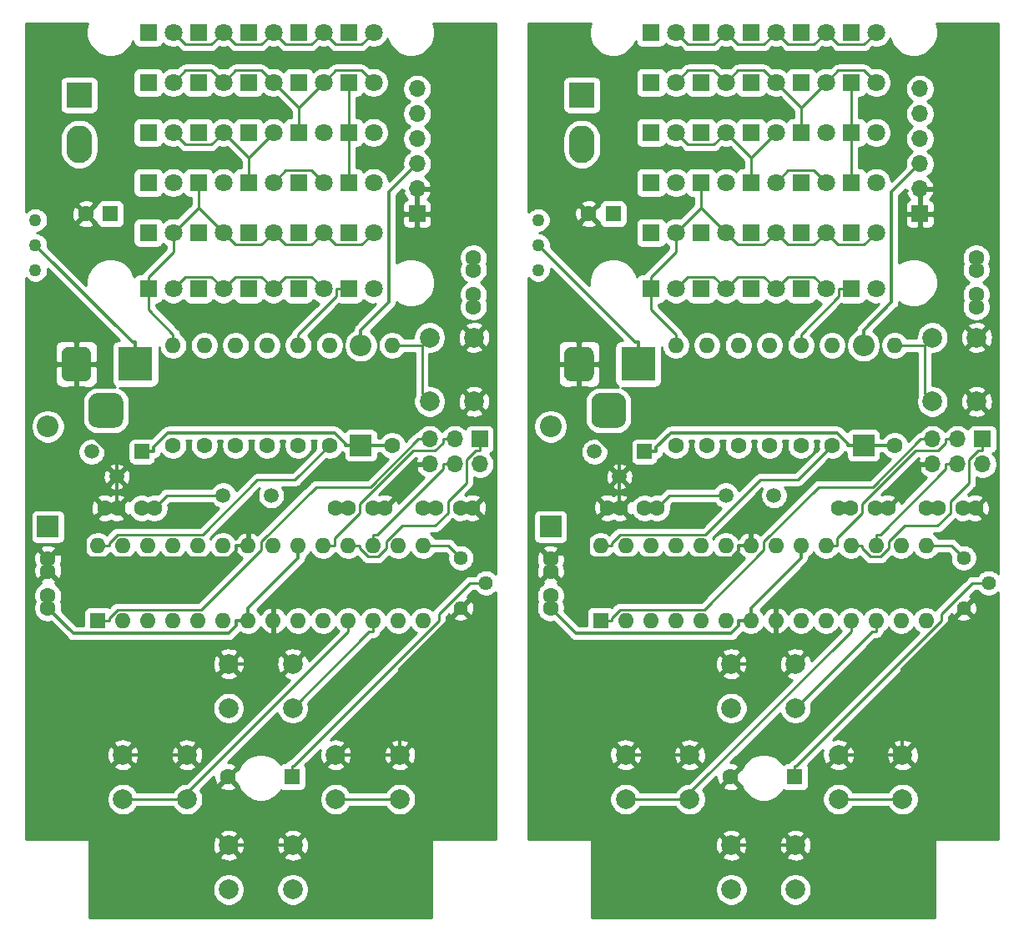
<source format=gbl>
G04 #@! TF.GenerationSoftware,KiCad,Pcbnew,(5.1.5)-3*
G04 #@! TF.CreationDate,2022-03-28T13:22:09+02:00*
G04 #@! TF.ProjectId,Panel-Game-Console,50616e65-6c2d-4476-916d-652d436f6e73,v3.3*
G04 #@! TF.SameCoordinates,Original*
G04 #@! TF.FileFunction,Copper,L2,Bot*
G04 #@! TF.FilePolarity,Positive*
%FSLAX46Y46*%
G04 Gerber Fmt 4.6, Leading zero omitted, Abs format (unit mm)*
G04 Created by KiCad (PCBNEW (5.1.5)-3) date 2022-03-28 13:22:09*
%MOMM*%
%LPD*%
G04 APERTURE LIST*
%ADD10C,1.600000*%
%ADD11O,1.600000X1.600000*%
%ADD12O,1.700000X1.700000*%
%ADD13R,1.700000X1.700000*%
%ADD14C,2.000000*%
%ADD15R,2.200000X2.200000*%
%ADD16O,2.200000X2.200000*%
%ADD17R,1.800000X1.800000*%
%ADD18C,1.800000*%
%ADD19R,1.600000X1.600000*%
%ADD20C,1.500000*%
%ADD21R,1.500000X1.500000*%
%ADD22O,2.600000X3.819200*%
%ADD23R,2.600000X2.600000*%
%ADD24C,1.440000*%
%ADD25C,1.270000*%
%ADD26C,0.100000*%
%ADD27R,3.500000X3.500000*%
%ADD28C,0.300000*%
%ADD29C,0.250000*%
%ADD30C,0.254000*%
G04 APERTURE END LIST*
D10*
X148910000Y-105695000D03*
X148910000Y-103195000D03*
X148910000Y-106945000D03*
X148910000Y-101945000D03*
X177485000Y-90435000D03*
D11*
X177485000Y-80275000D03*
D10*
X164785000Y-90435000D03*
D11*
X164785000Y-80275000D03*
D10*
X174310000Y-90435000D03*
D11*
X174310000Y-80275000D03*
D10*
X171135000Y-90435000D03*
D11*
X171135000Y-80275000D03*
D10*
X192090000Y-72635000D03*
X192090000Y-75135000D03*
X192090000Y-71385000D03*
X192090000Y-76385000D03*
D12*
X186375000Y-54240000D03*
X186375000Y-56780000D03*
X186375000Y-59320000D03*
X186375000Y-61860000D03*
X186375000Y-64400000D03*
D13*
X186375000Y-66940000D03*
D14*
X156530000Y-121845000D03*
X156530000Y-126345000D03*
X163030000Y-121845000D03*
X163030000Y-126345000D03*
D15*
X148910000Y-98690000D03*
D16*
X148910000Y-88530000D03*
D10*
X183835000Y-90435000D03*
D11*
X183835000Y-80275000D03*
D10*
X167960000Y-90435000D03*
D11*
X167960000Y-80275000D03*
D10*
X188260000Y-96785000D03*
X190760000Y-96785000D03*
X187010000Y-96785000D03*
X192010000Y-96785000D03*
D14*
X167250000Y-131020000D03*
X167250000Y-135520000D03*
X173750000Y-131020000D03*
X173750000Y-135520000D03*
D10*
X161610000Y-90435000D03*
D11*
X161610000Y-80275000D03*
D17*
X179415000Y-74565000D03*
D18*
X181955000Y-74565000D03*
D17*
X179415000Y-68850000D03*
D18*
X181955000Y-68850000D03*
D17*
X169255000Y-63770000D03*
D18*
X171795000Y-63770000D03*
D17*
X179415000Y-63770000D03*
D18*
X181955000Y-63770000D03*
D17*
X164175000Y-68850000D03*
D18*
X166715000Y-68850000D03*
D14*
X167250000Y-112605000D03*
X167250000Y-117105000D03*
X173750000Y-112605000D03*
X173750000Y-117105000D03*
X178120000Y-121845000D03*
X178120000Y-126345000D03*
X184620000Y-121845000D03*
X184620000Y-126345000D03*
D17*
X159095000Y-74565000D03*
D18*
X161635000Y-74565000D03*
D17*
X169255000Y-68850000D03*
D18*
X171795000Y-68850000D03*
D17*
X164175000Y-74565000D03*
D18*
X166715000Y-74565000D03*
D17*
X159095000Y-63770000D03*
D18*
X161635000Y-63770000D03*
D17*
X164175000Y-63770000D03*
D18*
X166715000Y-63770000D03*
D17*
X159095000Y-58690000D03*
D18*
X161635000Y-58690000D03*
D17*
X159095000Y-68850000D03*
D18*
X161635000Y-68850000D03*
D17*
X169255000Y-74565000D03*
D18*
X171795000Y-74565000D03*
D17*
X174335000Y-68850000D03*
D18*
X176875000Y-68850000D03*
D17*
X174335000Y-63770000D03*
D18*
X176875000Y-63770000D03*
D17*
X174335000Y-74565000D03*
D18*
X176875000Y-74565000D03*
D17*
X174335000Y-48530000D03*
D18*
X176875000Y-48530000D03*
D17*
X164175000Y-58690000D03*
D18*
X166715000Y-58690000D03*
D17*
X164175000Y-53610000D03*
D18*
X166715000Y-53610000D03*
D13*
X192725000Y-89800000D03*
D12*
X192725000Y-92340000D03*
X190185000Y-89800000D03*
X190185000Y-92340000D03*
X187645000Y-89800000D03*
X187645000Y-92340000D03*
D17*
X179415000Y-58690000D03*
D18*
X181955000Y-58690000D03*
D17*
X169255000Y-48530000D03*
D18*
X171795000Y-48530000D03*
D17*
X174335000Y-53610000D03*
D18*
X176875000Y-53610000D03*
D17*
X169255000Y-58690000D03*
D18*
X171795000Y-58690000D03*
D17*
X164175000Y-48530000D03*
D18*
X166715000Y-48530000D03*
D17*
X174335000Y-58690000D03*
D18*
X176875000Y-58690000D03*
D19*
X153990000Y-108215000D03*
D11*
X187010000Y-100595000D03*
X156530000Y-108215000D03*
X184470000Y-100595000D03*
X159070000Y-108215000D03*
X181930000Y-100595000D03*
X161610000Y-108215000D03*
X179390000Y-100595000D03*
X164150000Y-108215000D03*
X176850000Y-100595000D03*
X166690000Y-108215000D03*
X174310000Y-100595000D03*
X169230000Y-108215000D03*
X171770000Y-100595000D03*
X171770000Y-108215000D03*
X169230000Y-100595000D03*
X174310000Y-108215000D03*
X166690000Y-100595000D03*
X176850000Y-108215000D03*
X164150000Y-100595000D03*
X179390000Y-108215000D03*
X161610000Y-100595000D03*
X181930000Y-108215000D03*
X159070000Y-100595000D03*
X184470000Y-108215000D03*
X156530000Y-100595000D03*
X187010000Y-108215000D03*
X153990000Y-100595000D03*
D17*
X159095000Y-53610000D03*
D18*
X161635000Y-53610000D03*
D17*
X169255000Y-53610000D03*
D18*
X171795000Y-53610000D03*
D17*
X179415000Y-48530000D03*
D18*
X181955000Y-48530000D03*
D17*
X179415000Y-53610000D03*
D18*
X181955000Y-53610000D03*
D14*
X192145000Y-85990000D03*
X187645000Y-85990000D03*
X192145000Y-79490000D03*
X187645000Y-79490000D03*
D17*
X159095000Y-48530000D03*
D18*
X161635000Y-48530000D03*
D20*
X166690000Y-95515000D03*
X171570000Y-95515000D03*
D19*
X173675000Y-124090000D03*
D10*
X167175000Y-124090000D03*
X179370000Y-96785000D03*
X181870000Y-96785000D03*
X178120000Y-96785000D03*
X183120000Y-96785000D03*
D20*
X155895000Y-93610000D03*
X153355000Y-91070000D03*
D21*
X158435000Y-91070000D03*
D22*
X152085000Y-59875000D03*
D23*
X152085000Y-54875000D03*
D10*
X152760000Y-66940000D03*
D19*
X155260000Y-66940000D03*
D15*
X180660000Y-90435000D03*
D16*
X180660000Y-80275000D03*
D10*
X158455000Y-96785000D03*
X155955000Y-96785000D03*
X159705000Y-96785000D03*
X154705000Y-96785000D03*
D24*
X190820000Y-106945000D03*
X193360000Y-104405000D03*
X190820000Y-101865000D03*
D25*
X147640000Y-67575000D03*
X147640000Y-72655000D03*
X147640000Y-70115000D03*
G04 #@! TA.AperFunction,ComponentPad*
D26*
G36*
X155760765Y-85134213D02*
G01*
X155845704Y-85146813D01*
X155928999Y-85167677D01*
X156009848Y-85196605D01*
X156087472Y-85233319D01*
X156161124Y-85277464D01*
X156230094Y-85328616D01*
X156293718Y-85386282D01*
X156351384Y-85449906D01*
X156402536Y-85518876D01*
X156446681Y-85592528D01*
X156483395Y-85670152D01*
X156512323Y-85751001D01*
X156533187Y-85834296D01*
X156545787Y-85919235D01*
X156550000Y-86005000D01*
X156550000Y-87755000D01*
X156545787Y-87840765D01*
X156533187Y-87925704D01*
X156512323Y-88008999D01*
X156483395Y-88089848D01*
X156446681Y-88167472D01*
X156402536Y-88241124D01*
X156351384Y-88310094D01*
X156293718Y-88373718D01*
X156230094Y-88431384D01*
X156161124Y-88482536D01*
X156087472Y-88526681D01*
X156009848Y-88563395D01*
X155928999Y-88592323D01*
X155845704Y-88613187D01*
X155760765Y-88625787D01*
X155675000Y-88630000D01*
X153925000Y-88630000D01*
X153839235Y-88625787D01*
X153754296Y-88613187D01*
X153671001Y-88592323D01*
X153590152Y-88563395D01*
X153512528Y-88526681D01*
X153438876Y-88482536D01*
X153369906Y-88431384D01*
X153306282Y-88373718D01*
X153248616Y-88310094D01*
X153197464Y-88241124D01*
X153153319Y-88167472D01*
X153116605Y-88089848D01*
X153087677Y-88008999D01*
X153066813Y-87925704D01*
X153054213Y-87840765D01*
X153050000Y-87755000D01*
X153050000Y-86005000D01*
X153054213Y-85919235D01*
X153066813Y-85834296D01*
X153087677Y-85751001D01*
X153116605Y-85670152D01*
X153153319Y-85592528D01*
X153197464Y-85518876D01*
X153248616Y-85449906D01*
X153306282Y-85386282D01*
X153369906Y-85328616D01*
X153438876Y-85277464D01*
X153512528Y-85233319D01*
X153590152Y-85196605D01*
X153671001Y-85167677D01*
X153754296Y-85146813D01*
X153839235Y-85134213D01*
X153925000Y-85130000D01*
X155675000Y-85130000D01*
X155760765Y-85134213D01*
G37*
G04 #@! TD.AperFunction*
G04 #@! TA.AperFunction,ComponentPad*
G36*
X152623513Y-80433611D02*
G01*
X152696318Y-80444411D01*
X152767714Y-80462295D01*
X152837013Y-80487090D01*
X152903548Y-80518559D01*
X152966678Y-80556398D01*
X153025795Y-80600242D01*
X153080330Y-80649670D01*
X153129758Y-80704205D01*
X153173602Y-80763322D01*
X153211441Y-80826452D01*
X153242910Y-80892987D01*
X153267705Y-80962286D01*
X153285589Y-81033682D01*
X153296389Y-81106487D01*
X153300000Y-81180000D01*
X153300000Y-83180000D01*
X153296389Y-83253513D01*
X153285589Y-83326318D01*
X153267705Y-83397714D01*
X153242910Y-83467013D01*
X153211441Y-83533548D01*
X153173602Y-83596678D01*
X153129758Y-83655795D01*
X153080330Y-83710330D01*
X153025795Y-83759758D01*
X152966678Y-83803602D01*
X152903548Y-83841441D01*
X152837013Y-83872910D01*
X152767714Y-83897705D01*
X152696318Y-83915589D01*
X152623513Y-83926389D01*
X152550000Y-83930000D01*
X151050000Y-83930000D01*
X150976487Y-83926389D01*
X150903682Y-83915589D01*
X150832286Y-83897705D01*
X150762987Y-83872910D01*
X150696452Y-83841441D01*
X150633322Y-83803602D01*
X150574205Y-83759758D01*
X150519670Y-83710330D01*
X150470242Y-83655795D01*
X150426398Y-83596678D01*
X150388559Y-83533548D01*
X150357090Y-83467013D01*
X150332295Y-83397714D01*
X150314411Y-83326318D01*
X150303611Y-83253513D01*
X150300000Y-83180000D01*
X150300000Y-81180000D01*
X150303611Y-81106487D01*
X150314411Y-81033682D01*
X150332295Y-80962286D01*
X150357090Y-80892987D01*
X150388559Y-80826452D01*
X150426398Y-80763322D01*
X150470242Y-80704205D01*
X150519670Y-80649670D01*
X150574205Y-80600242D01*
X150633322Y-80556398D01*
X150696452Y-80518559D01*
X150762987Y-80487090D01*
X150832286Y-80462295D01*
X150903682Y-80444411D01*
X150976487Y-80433611D01*
X151050000Y-80430000D01*
X152550000Y-80430000D01*
X152623513Y-80433611D01*
G37*
G04 #@! TD.AperFunction*
D27*
X157800000Y-82180000D03*
D24*
X139820000Y-101865000D03*
X142360000Y-104405000D03*
X139820000Y-106945000D03*
D21*
X107435000Y-91070000D03*
D20*
X102355000Y-91070000D03*
X104895000Y-93610000D03*
D10*
X132120000Y-96785000D03*
X127120000Y-96785000D03*
X130870000Y-96785000D03*
X128370000Y-96785000D03*
X103705000Y-96785000D03*
X108705000Y-96785000D03*
X104955000Y-96785000D03*
X107455000Y-96785000D03*
D16*
X129660000Y-80275000D03*
D15*
X129660000Y-90435000D03*
D19*
X104260000Y-66940000D03*
D10*
X101760000Y-66940000D03*
X116175000Y-124090000D03*
D19*
X122675000Y-124090000D03*
D25*
X96640000Y-70115000D03*
X96640000Y-72655000D03*
X96640000Y-67575000D03*
D23*
X101085000Y-54875000D03*
D22*
X101085000Y-59875000D03*
D27*
X106800000Y-82180000D03*
G04 #@! TA.AperFunction,ComponentPad*
D26*
G36*
X101623513Y-80433611D02*
G01*
X101696318Y-80444411D01*
X101767714Y-80462295D01*
X101837013Y-80487090D01*
X101903548Y-80518559D01*
X101966678Y-80556398D01*
X102025795Y-80600242D01*
X102080330Y-80649670D01*
X102129758Y-80704205D01*
X102173602Y-80763322D01*
X102211441Y-80826452D01*
X102242910Y-80892987D01*
X102267705Y-80962286D01*
X102285589Y-81033682D01*
X102296389Y-81106487D01*
X102300000Y-81180000D01*
X102300000Y-83180000D01*
X102296389Y-83253513D01*
X102285589Y-83326318D01*
X102267705Y-83397714D01*
X102242910Y-83467013D01*
X102211441Y-83533548D01*
X102173602Y-83596678D01*
X102129758Y-83655795D01*
X102080330Y-83710330D01*
X102025795Y-83759758D01*
X101966678Y-83803602D01*
X101903548Y-83841441D01*
X101837013Y-83872910D01*
X101767714Y-83897705D01*
X101696318Y-83915589D01*
X101623513Y-83926389D01*
X101550000Y-83930000D01*
X100050000Y-83930000D01*
X99976487Y-83926389D01*
X99903682Y-83915589D01*
X99832286Y-83897705D01*
X99762987Y-83872910D01*
X99696452Y-83841441D01*
X99633322Y-83803602D01*
X99574205Y-83759758D01*
X99519670Y-83710330D01*
X99470242Y-83655795D01*
X99426398Y-83596678D01*
X99388559Y-83533548D01*
X99357090Y-83467013D01*
X99332295Y-83397714D01*
X99314411Y-83326318D01*
X99303611Y-83253513D01*
X99300000Y-83180000D01*
X99300000Y-81180000D01*
X99303611Y-81106487D01*
X99314411Y-81033682D01*
X99332295Y-80962286D01*
X99357090Y-80892987D01*
X99388559Y-80826452D01*
X99426398Y-80763322D01*
X99470242Y-80704205D01*
X99519670Y-80649670D01*
X99574205Y-80600242D01*
X99633322Y-80556398D01*
X99696452Y-80518559D01*
X99762987Y-80487090D01*
X99832286Y-80462295D01*
X99903682Y-80444411D01*
X99976487Y-80433611D01*
X100050000Y-80430000D01*
X101550000Y-80430000D01*
X101623513Y-80433611D01*
G37*
G04 #@! TD.AperFunction*
G04 #@! TA.AperFunction,ComponentPad*
G36*
X104760765Y-85134213D02*
G01*
X104845704Y-85146813D01*
X104928999Y-85167677D01*
X105009848Y-85196605D01*
X105087472Y-85233319D01*
X105161124Y-85277464D01*
X105230094Y-85328616D01*
X105293718Y-85386282D01*
X105351384Y-85449906D01*
X105402536Y-85518876D01*
X105446681Y-85592528D01*
X105483395Y-85670152D01*
X105512323Y-85751001D01*
X105533187Y-85834296D01*
X105545787Y-85919235D01*
X105550000Y-86005000D01*
X105550000Y-87755000D01*
X105545787Y-87840765D01*
X105533187Y-87925704D01*
X105512323Y-88008999D01*
X105483395Y-88089848D01*
X105446681Y-88167472D01*
X105402536Y-88241124D01*
X105351384Y-88310094D01*
X105293718Y-88373718D01*
X105230094Y-88431384D01*
X105161124Y-88482536D01*
X105087472Y-88526681D01*
X105009848Y-88563395D01*
X104928999Y-88592323D01*
X104845704Y-88613187D01*
X104760765Y-88625787D01*
X104675000Y-88630000D01*
X102925000Y-88630000D01*
X102839235Y-88625787D01*
X102754296Y-88613187D01*
X102671001Y-88592323D01*
X102590152Y-88563395D01*
X102512528Y-88526681D01*
X102438876Y-88482536D01*
X102369906Y-88431384D01*
X102306282Y-88373718D01*
X102248616Y-88310094D01*
X102197464Y-88241124D01*
X102153319Y-88167472D01*
X102116605Y-88089848D01*
X102087677Y-88008999D01*
X102066813Y-87925704D01*
X102054213Y-87840765D01*
X102050000Y-87755000D01*
X102050000Y-86005000D01*
X102054213Y-85919235D01*
X102066813Y-85834296D01*
X102087677Y-85751001D01*
X102116605Y-85670152D01*
X102153319Y-85592528D01*
X102197464Y-85518876D01*
X102248616Y-85449906D01*
X102306282Y-85386282D01*
X102369906Y-85328616D01*
X102438876Y-85277464D01*
X102512528Y-85233319D01*
X102590152Y-85196605D01*
X102671001Y-85167677D01*
X102754296Y-85146813D01*
X102839235Y-85134213D01*
X102925000Y-85130000D01*
X104675000Y-85130000D01*
X104760765Y-85134213D01*
G37*
G04 #@! TD.AperFunction*
D20*
X120570000Y-95515000D03*
X115690000Y-95515000D03*
D12*
X136645000Y-92340000D03*
X136645000Y-89800000D03*
X139185000Y-92340000D03*
X139185000Y-89800000D03*
X141725000Y-92340000D03*
D13*
X141725000Y-89800000D03*
D14*
X136645000Y-79490000D03*
X141145000Y-79490000D03*
X136645000Y-85990000D03*
X141145000Y-85990000D03*
D11*
X102990000Y-100595000D03*
X136010000Y-108215000D03*
X105530000Y-100595000D03*
X133470000Y-108215000D03*
X108070000Y-100595000D03*
X130930000Y-108215000D03*
X110610000Y-100595000D03*
X128390000Y-108215000D03*
X113150000Y-100595000D03*
X125850000Y-108215000D03*
X115690000Y-100595000D03*
X123310000Y-108215000D03*
X118230000Y-100595000D03*
X120770000Y-108215000D03*
X120770000Y-100595000D03*
X118230000Y-108215000D03*
X123310000Y-100595000D03*
X115690000Y-108215000D03*
X125850000Y-100595000D03*
X113150000Y-108215000D03*
X128390000Y-100595000D03*
X110610000Y-108215000D03*
X130930000Y-100595000D03*
X108070000Y-108215000D03*
X133470000Y-100595000D03*
X105530000Y-108215000D03*
X136010000Y-100595000D03*
D19*
X102990000Y-108215000D03*
D18*
X130955000Y-48530000D03*
D17*
X128415000Y-48530000D03*
D18*
X125875000Y-48530000D03*
D17*
X123335000Y-48530000D03*
D18*
X120795000Y-48530000D03*
D17*
X118255000Y-48530000D03*
D18*
X115715000Y-48530000D03*
D17*
X113175000Y-48530000D03*
D18*
X110635000Y-48530000D03*
D17*
X108095000Y-48530000D03*
D18*
X130955000Y-53610000D03*
D17*
X128415000Y-53610000D03*
D18*
X125875000Y-53610000D03*
D17*
X123335000Y-53610000D03*
D18*
X120795000Y-53610000D03*
D17*
X118255000Y-53610000D03*
D18*
X115715000Y-53610000D03*
D17*
X113175000Y-53610000D03*
D18*
X110635000Y-53610000D03*
D17*
X108095000Y-53610000D03*
D18*
X130955000Y-58690000D03*
D17*
X128415000Y-58690000D03*
D18*
X125875000Y-58690000D03*
D17*
X123335000Y-58690000D03*
D18*
X120795000Y-58690000D03*
D17*
X118255000Y-58690000D03*
D18*
X115715000Y-58690000D03*
D17*
X113175000Y-58690000D03*
D18*
X110635000Y-58690000D03*
D17*
X108095000Y-58690000D03*
D18*
X130955000Y-63770000D03*
D17*
X128415000Y-63770000D03*
D18*
X125875000Y-63770000D03*
D17*
X123335000Y-63770000D03*
D18*
X120795000Y-63770000D03*
D17*
X118255000Y-63770000D03*
D18*
X115715000Y-63770000D03*
D17*
X113175000Y-63770000D03*
D18*
X110635000Y-63770000D03*
D17*
X108095000Y-63770000D03*
D18*
X130955000Y-68850000D03*
D17*
X128415000Y-68850000D03*
D18*
X125875000Y-68850000D03*
D17*
X123335000Y-68850000D03*
D18*
X120795000Y-68850000D03*
D17*
X118255000Y-68850000D03*
D18*
X115715000Y-68850000D03*
D17*
X113175000Y-68850000D03*
D18*
X110635000Y-68850000D03*
D17*
X108095000Y-68850000D03*
D18*
X130955000Y-74565000D03*
D17*
X128415000Y-74565000D03*
D18*
X125875000Y-74565000D03*
D17*
X123335000Y-74565000D03*
D18*
X120795000Y-74565000D03*
D17*
X118255000Y-74565000D03*
D18*
X115715000Y-74565000D03*
D17*
X113175000Y-74565000D03*
D18*
X110635000Y-74565000D03*
D17*
X108095000Y-74565000D03*
D14*
X133620000Y-126345000D03*
X133620000Y-121845000D03*
X127120000Y-126345000D03*
X127120000Y-121845000D03*
X122750000Y-117105000D03*
X122750000Y-112605000D03*
X116250000Y-117105000D03*
X116250000Y-112605000D03*
X122750000Y-135520000D03*
X122750000Y-131020000D03*
X116250000Y-135520000D03*
X116250000Y-131020000D03*
X112030000Y-126345000D03*
X112030000Y-121845000D03*
X105530000Y-126345000D03*
X105530000Y-121845000D03*
D10*
X141090000Y-76385000D03*
X141090000Y-71385000D03*
X141090000Y-75135000D03*
X141090000Y-72635000D03*
X141010000Y-96785000D03*
X136010000Y-96785000D03*
X139760000Y-96785000D03*
X137260000Y-96785000D03*
D13*
X135375000Y-66940000D03*
D12*
X135375000Y-64400000D03*
X135375000Y-61860000D03*
X135375000Y-59320000D03*
X135375000Y-56780000D03*
X135375000Y-54240000D03*
D11*
X123310000Y-80275000D03*
D10*
X123310000Y-90435000D03*
D11*
X120135000Y-80275000D03*
D10*
X120135000Y-90435000D03*
D11*
X116960000Y-80275000D03*
D10*
X116960000Y-90435000D03*
D11*
X113785000Y-80275000D03*
D10*
X113785000Y-90435000D03*
D11*
X110610000Y-80275000D03*
D10*
X110610000Y-90435000D03*
D11*
X126485000Y-80275000D03*
D10*
X126485000Y-90435000D03*
D11*
X132835000Y-80275000D03*
D10*
X132835000Y-90435000D03*
X97910000Y-101945000D03*
X97910000Y-106945000D03*
X97910000Y-103195000D03*
X97910000Y-105695000D03*
D16*
X97910000Y-88530000D03*
D15*
X97910000Y-98690000D03*
D28*
X104895000Y-96785000D02*
X103705000Y-96785000D01*
X104955000Y-96785000D02*
X104895000Y-96785000D01*
X104895000Y-96785000D02*
X104895000Y-93610000D01*
X101723300Y-101441300D02*
X98413700Y-101441300D01*
X98413700Y-101441300D02*
X97910000Y-101945000D01*
X116979700Y-100595000D02*
X116979700Y-101142000D01*
X116979700Y-101142000D02*
X116276200Y-101845500D01*
X116276200Y-101845500D02*
X102127500Y-101845500D01*
X102127500Y-101845500D02*
X101723300Y-101441300D01*
X101723300Y-101441300D02*
X101723300Y-98766700D01*
X101723300Y-98766700D02*
X103705000Y-96785000D01*
X118230000Y-100595000D02*
X116979700Y-100595000D01*
X136645000Y-92340000D02*
X135344700Y-92340000D01*
X135344700Y-92340000D02*
X135344700Y-93560300D01*
X135344700Y-93560300D02*
X132120000Y-96785000D01*
X130870000Y-96785000D02*
X132120000Y-96785000D01*
X105530000Y-121845000D02*
X112030000Y-121845000D01*
X139760000Y-96785000D02*
X141010000Y-96785000D01*
X100800000Y-82180000D02*
X100800000Y-87791100D01*
X100800000Y-87791100D02*
X104895000Y-91886100D01*
X104895000Y-91886100D02*
X104895000Y-93610000D01*
X133620000Y-121845000D02*
X133620000Y-113145000D01*
X133620000Y-113145000D02*
X139820000Y-106945000D01*
X127120000Y-121845000D02*
X133620000Y-121845000D01*
X120770000Y-110625000D02*
X122750000Y-112605000D01*
X120770000Y-108215000D02*
X120770000Y-110625000D01*
X116250000Y-112605000D02*
X118790000Y-112605000D01*
X118790000Y-112605000D02*
X120770000Y-110625000D01*
X116250000Y-131020000D02*
X122750000Y-131020000D01*
X135375000Y-66940000D02*
X135375000Y-68240300D01*
X135375000Y-68240300D02*
X139290400Y-72155700D01*
X139290400Y-72155700D02*
X139290400Y-77635400D01*
X139290400Y-77635400D02*
X141145000Y-79490000D01*
X152723300Y-101441300D02*
X152723300Y-98766700D01*
X186344700Y-92340000D02*
X186344700Y-93560300D01*
X152723300Y-98766700D02*
X154705000Y-96785000D01*
X186344700Y-93560300D02*
X183120000Y-96785000D01*
X156530000Y-121845000D02*
X163030000Y-121845000D01*
X153127500Y-101845500D02*
X152723300Y-101441300D01*
X187645000Y-92340000D02*
X186344700Y-92340000D01*
X167276200Y-101845500D02*
X153127500Y-101845500D01*
X169230000Y-100595000D02*
X167979700Y-100595000D01*
X181870000Y-96785000D02*
X183120000Y-96785000D01*
X167250000Y-131020000D02*
X173750000Y-131020000D01*
X190760000Y-96785000D02*
X192010000Y-96785000D01*
X186375000Y-66940000D02*
X186375000Y-68240300D01*
X178120000Y-121845000D02*
X184620000Y-121845000D01*
X186375000Y-68240300D02*
X190290400Y-72155700D01*
X169790000Y-112605000D02*
X171770000Y-110625000D01*
X171770000Y-108215000D02*
X171770000Y-110625000D01*
X167250000Y-112605000D02*
X169790000Y-112605000D01*
X190290400Y-72155700D02*
X190290400Y-77635400D01*
X184620000Y-113145000D02*
X190820000Y-106945000D01*
X190290400Y-77635400D02*
X192145000Y-79490000D01*
X184620000Y-121845000D02*
X184620000Y-113145000D01*
X151800000Y-87791100D02*
X155895000Y-91886100D01*
X155895000Y-91886100D02*
X155895000Y-93610000D01*
X171770000Y-110625000D02*
X173750000Y-112605000D01*
X151800000Y-82180000D02*
X151800000Y-87791100D01*
X155895000Y-96785000D02*
X155895000Y-93610000D01*
X152723300Y-101441300D02*
X149413700Y-101441300D01*
X167979700Y-100595000D02*
X167979700Y-101142000D01*
X149413700Y-101441300D02*
X148910000Y-101945000D01*
X167979700Y-101142000D02*
X167276200Y-101845500D01*
X155895000Y-96785000D02*
X154705000Y-96785000D01*
X155955000Y-96785000D02*
X155895000Y-96785000D01*
X107435000Y-91070000D02*
X108635300Y-91070000D01*
X129660000Y-90435000D02*
X128109700Y-90435000D01*
X128109700Y-90435000D02*
X128109700Y-90274700D01*
X128109700Y-90274700D02*
X126988600Y-89153600D01*
X126988600Y-89153600D02*
X110101600Y-89153600D01*
X110101600Y-89153600D02*
X108635300Y-90619900D01*
X108635300Y-90619900D02*
X108635300Y-91070000D01*
X132835000Y-90435000D02*
X129660000Y-90435000D01*
X118230000Y-108215000D02*
X116979700Y-108215000D01*
X116979700Y-108215000D02*
X116979700Y-108762000D01*
X116979700Y-108762000D02*
X116225400Y-109516300D01*
X116225400Y-109516300D02*
X100481300Y-109516300D01*
X100481300Y-109516300D02*
X97910000Y-106945000D01*
X123310000Y-101845300D02*
X118230000Y-106925300D01*
X118230000Y-106925300D02*
X118230000Y-108215000D01*
X123310000Y-100595000D02*
X123310000Y-101845300D01*
X136010000Y-96785000D02*
X137260000Y-96785000D01*
X158435000Y-91070000D02*
X159635300Y-91070000D01*
X179109700Y-90435000D02*
X179109700Y-90274700D01*
X179109700Y-90274700D02*
X177988600Y-89153600D01*
X183835000Y-90435000D02*
X180660000Y-90435000D01*
X180660000Y-90435000D02*
X179109700Y-90435000D01*
X167979700Y-108215000D02*
X167979700Y-108762000D01*
X151481300Y-109516300D02*
X148910000Y-106945000D01*
X174310000Y-101845300D02*
X169230000Y-106925300D01*
X177988600Y-89153600D02*
X161101600Y-89153600D01*
X167979700Y-108762000D02*
X167225400Y-109516300D01*
X169230000Y-106925300D02*
X169230000Y-108215000D01*
X174310000Y-100595000D02*
X174310000Y-101845300D01*
X187010000Y-96785000D02*
X188260000Y-96785000D01*
X169230000Y-108215000D02*
X167979700Y-108215000D01*
X159635300Y-90619900D02*
X159635300Y-91070000D01*
X167225400Y-109516300D02*
X151481300Y-109516300D01*
X161101600Y-89153600D02*
X159635300Y-90619900D01*
D29*
X107455000Y-96785000D02*
X108705000Y-96785000D01*
X115690000Y-95515000D02*
X109975000Y-95515000D01*
X109975000Y-95515000D02*
X108705000Y-96785000D01*
X166690000Y-95515000D02*
X160975000Y-95515000D01*
X158455000Y-96785000D02*
X159705000Y-96785000D01*
X160975000Y-95515000D02*
X159705000Y-96785000D01*
X130955000Y-48530000D02*
X129729600Y-49755400D01*
X129729600Y-49755400D02*
X127100400Y-49755400D01*
X127100400Y-49755400D02*
X125875000Y-48530000D01*
X125875000Y-48530000D02*
X124649600Y-49755400D01*
X124649600Y-49755400D02*
X122020400Y-49755400D01*
X122020400Y-49755400D02*
X120795000Y-48530000D01*
X115715000Y-48530000D02*
X116940400Y-49755400D01*
X116940400Y-49755400D02*
X119569600Y-49755400D01*
X119569600Y-49755400D02*
X120795000Y-48530000D01*
X110635000Y-48530000D02*
X111860400Y-49755400D01*
X111860400Y-49755400D02*
X114489600Y-49755400D01*
X114489600Y-49755400D02*
X115715000Y-48530000D01*
X128415000Y-58690000D02*
X128415000Y-53610000D01*
X128415000Y-63770000D02*
X128415000Y-58690000D01*
X128415000Y-74565000D02*
X127189700Y-74565000D01*
X123310000Y-80275000D02*
X123310000Y-79149700D01*
X123310000Y-79149700D02*
X127189700Y-75270000D01*
X127189700Y-75270000D02*
X127189700Y-74565000D01*
X180729600Y-49755400D02*
X178100400Y-49755400D01*
X178100400Y-49755400D02*
X176875000Y-48530000D01*
X176875000Y-48530000D02*
X175649600Y-49755400D01*
X173020400Y-49755400D02*
X171795000Y-48530000D01*
X181955000Y-48530000D02*
X180729600Y-49755400D01*
X161635000Y-48530000D02*
X162860400Y-49755400D01*
X162860400Y-49755400D02*
X165489600Y-49755400D01*
X165489600Y-49755400D02*
X166715000Y-48530000D01*
X175649600Y-49755400D02*
X173020400Y-49755400D01*
X170569600Y-49755400D02*
X171795000Y-48530000D01*
X166715000Y-48530000D02*
X167940400Y-49755400D01*
X167940400Y-49755400D02*
X170569600Y-49755400D01*
X178189700Y-75270000D02*
X178189700Y-74565000D01*
X174310000Y-79149700D02*
X178189700Y-75270000D01*
X179415000Y-63770000D02*
X179415000Y-58690000D01*
X174310000Y-80275000D02*
X174310000Y-79149700D01*
X179415000Y-58690000D02*
X179415000Y-53610000D01*
X179415000Y-74565000D02*
X178189700Y-74565000D01*
X120795000Y-74565000D02*
X119569600Y-73339600D01*
X119569600Y-73339600D02*
X116940400Y-73339600D01*
X116940400Y-73339600D02*
X115715000Y-74565000D01*
X125875000Y-74565000D02*
X124649600Y-73339600D01*
X124649600Y-73339600D02*
X122020400Y-73339600D01*
X122020400Y-73339600D02*
X120795000Y-74565000D01*
X115715000Y-74565000D02*
X114489600Y-73339600D01*
X114489600Y-73339600D02*
X111860400Y-73339600D01*
X111860400Y-73339600D02*
X110635000Y-74565000D01*
X166715000Y-74565000D02*
X165489600Y-73339600D01*
X162860400Y-73339600D02*
X161635000Y-74565000D01*
X176875000Y-74565000D02*
X175649600Y-73339600D01*
X173020400Y-73339600D02*
X171795000Y-74565000D01*
X170569600Y-73339600D02*
X167940400Y-73339600D01*
X165489600Y-73339600D02*
X162860400Y-73339600D01*
X167940400Y-73339600D02*
X166715000Y-74565000D01*
X175649600Y-73339600D02*
X173020400Y-73339600D01*
X171795000Y-74565000D02*
X170569600Y-73339600D01*
X102990000Y-108215000D02*
X104115300Y-108215000D01*
X136645000Y-89800000D02*
X135469700Y-89800000D01*
X135469700Y-89800000D02*
X130625000Y-94644700D01*
X130625000Y-94644700D02*
X125117800Y-94644700D01*
X125117800Y-94644700D02*
X119570700Y-100191800D01*
X119570700Y-100191800D02*
X119570700Y-100998100D01*
X119570700Y-100998100D02*
X113479100Y-107089700D01*
X113479100Y-107089700D02*
X104959200Y-107089700D01*
X104959200Y-107089700D02*
X104115300Y-107933600D01*
X104115300Y-107933600D02*
X104115300Y-108215000D01*
X135860000Y-80275000D02*
X136645000Y-79490000D01*
X132835000Y-80275000D02*
X135860000Y-80275000D01*
X135860000Y-80275000D02*
X135860000Y-85205000D01*
X135860000Y-85205000D02*
X136645000Y-85990000D01*
X176117800Y-94644700D02*
X170570700Y-100191800D01*
X186469700Y-89800000D02*
X181625000Y-94644700D01*
X181625000Y-94644700D02*
X176117800Y-94644700D01*
X170570700Y-100191800D02*
X170570700Y-100998100D01*
X164479100Y-107089700D02*
X155959200Y-107089700D01*
X155959200Y-107089700D02*
X155115300Y-107933600D01*
X187645000Y-89800000D02*
X186469700Y-89800000D01*
X153990000Y-108215000D02*
X155115300Y-108215000D01*
X170570700Y-100998100D02*
X164479100Y-107089700D01*
X155115300Y-107933600D02*
X155115300Y-108215000D01*
X186860000Y-80275000D02*
X187645000Y-79490000D01*
X186860000Y-80275000D02*
X186860000Y-85205000D01*
X186860000Y-85205000D02*
X187645000Y-85990000D01*
X183835000Y-80275000D02*
X186860000Y-80275000D01*
X128370000Y-96785000D02*
X127120000Y-96785000D01*
X179370000Y-96785000D02*
X178120000Y-96785000D01*
X126975300Y-100595000D02*
X126975300Y-99862100D01*
X126975300Y-99862100D02*
X129515300Y-97322100D01*
X129515300Y-97322100D02*
X129515300Y-96391300D01*
X129515300Y-96391300D02*
X134931300Y-90975300D01*
X134931300Y-90975300D02*
X137201800Y-90975300D01*
X137201800Y-90975300D02*
X138009700Y-90167400D01*
X138009700Y-90167400D02*
X138009700Y-89800000D01*
X139185000Y-89800000D02*
X138009700Y-89800000D01*
X125850000Y-100595000D02*
X126975300Y-100595000D01*
X180515300Y-96391300D02*
X185931300Y-90975300D01*
X177975300Y-100595000D02*
X177975300Y-99862100D01*
X185931300Y-90975300D02*
X188201800Y-90975300D01*
X189009700Y-90167400D02*
X189009700Y-89800000D01*
X176850000Y-100595000D02*
X177975300Y-100595000D01*
X190185000Y-89800000D02*
X189009700Y-89800000D01*
X188201800Y-90975300D02*
X189009700Y-90167400D01*
X180515300Y-97322100D02*
X180515300Y-96391300D01*
X177975300Y-99862100D02*
X180515300Y-97322100D01*
X141725000Y-89800000D02*
X141725000Y-90975300D01*
X128390000Y-100595000D02*
X129515300Y-100595000D01*
X129515300Y-100595000D02*
X129515300Y-100876300D01*
X129515300Y-100876300D02*
X130370400Y-101731400D01*
X130370400Y-101731400D02*
X131394700Y-101731400D01*
X131394700Y-101731400D02*
X132229700Y-100896400D01*
X132229700Y-100896400D02*
X132229700Y-100216600D01*
X132229700Y-100216600D02*
X133828300Y-98618000D01*
X133828300Y-98618000D02*
X137161700Y-98618000D01*
X137161700Y-98618000D02*
X138510000Y-97269700D01*
X138510000Y-97269700D02*
X138510000Y-96109600D01*
X138510000Y-96109600D02*
X140384300Y-94235300D01*
X140384300Y-94235300D02*
X140384300Y-91875300D01*
X140384300Y-91875300D02*
X141284300Y-90975300D01*
X141284300Y-90975300D02*
X141725000Y-90975300D01*
X192725000Y-89800000D02*
X192725000Y-90975300D01*
X179390000Y-100595000D02*
X180515300Y-100595000D01*
X180515300Y-100595000D02*
X180515300Y-100876300D01*
X180515300Y-100876300D02*
X181370400Y-101731400D01*
X189510000Y-97269700D02*
X189510000Y-96109600D01*
X192284300Y-90975300D02*
X192725000Y-90975300D01*
X182394700Y-101731400D02*
X183229700Y-100896400D01*
X181370400Y-101731400D02*
X182394700Y-101731400D01*
X191384300Y-94235300D02*
X191384300Y-91875300D01*
X188161700Y-98618000D02*
X189510000Y-97269700D01*
X191384300Y-91875300D02*
X192284300Y-90975300D01*
X189510000Y-96109600D02*
X191384300Y-94235300D01*
X184828300Y-98618000D02*
X188161700Y-98618000D01*
X183229700Y-100896400D02*
X183229700Y-100216600D01*
X183229700Y-100216600D02*
X184828300Y-98618000D01*
X127120000Y-126345000D02*
X133620000Y-126345000D01*
X178120000Y-126345000D02*
X184620000Y-126345000D01*
X136010000Y-100595000D02*
X138550000Y-100595000D01*
X138550000Y-100595000D02*
X139820000Y-101865000D01*
X189550000Y-100595000D02*
X190820000Y-101865000D01*
X187010000Y-100595000D02*
X189550000Y-100595000D01*
X139185000Y-92340000D02*
X138009700Y-92340000D01*
X130930000Y-100595000D02*
X130930000Y-99469700D01*
X130930000Y-99469700D02*
X131359800Y-99469700D01*
X131359800Y-99469700D02*
X138009700Y-92819800D01*
X138009700Y-92819800D02*
X138009700Y-92340000D01*
X190185000Y-92340000D02*
X189009700Y-92340000D01*
X181930000Y-100595000D02*
X181930000Y-99469700D01*
X181930000Y-99469700D02*
X182359800Y-99469700D01*
X189009700Y-92819800D02*
X189009700Y-92340000D01*
X182359800Y-99469700D02*
X189009700Y-92819800D01*
X125875000Y-63770000D02*
X124649600Y-62544600D01*
X124649600Y-62544600D02*
X122020400Y-62544600D01*
X122020400Y-62544600D02*
X120795000Y-63770000D01*
X175649600Y-62544600D02*
X173020400Y-62544600D01*
X173020400Y-62544600D02*
X171795000Y-63770000D01*
X176875000Y-63770000D02*
X175649600Y-62544600D01*
X118255000Y-61230000D02*
X115715000Y-58690000D01*
X110635000Y-58690000D02*
X111860400Y-59915400D01*
X111860400Y-59915400D02*
X114489600Y-59915400D01*
X114489600Y-59915400D02*
X115715000Y-58690000D01*
X118255000Y-61230000D02*
X120795000Y-58690000D01*
X118255000Y-62657300D02*
X118255000Y-61230000D01*
X118255000Y-63770000D02*
X118255000Y-62657300D01*
X161635000Y-58690000D02*
X162860400Y-59915400D01*
X169255000Y-62657300D02*
X169255000Y-61230000D01*
X169255000Y-61230000D02*
X171795000Y-58690000D01*
X169255000Y-61230000D02*
X166715000Y-58690000D01*
X165489600Y-59915400D02*
X166715000Y-58690000D01*
X162860400Y-59915400D02*
X165489600Y-59915400D01*
X169255000Y-63770000D02*
X169255000Y-62657300D01*
X102990000Y-100595000D02*
X104115300Y-100595000D01*
X126485000Y-90435000D02*
X122987000Y-93933000D01*
X122987000Y-93933000D02*
X119175100Y-93933000D01*
X119175100Y-93933000D02*
X113638400Y-99469700D01*
X113638400Y-99469700D02*
X104959200Y-99469700D01*
X104959200Y-99469700D02*
X104115300Y-100313600D01*
X104115300Y-100313600D02*
X104115300Y-100595000D01*
X173987000Y-93933000D02*
X170175100Y-93933000D01*
X170175100Y-93933000D02*
X164638400Y-99469700D01*
X177485000Y-90435000D02*
X173987000Y-93933000D01*
X164638400Y-99469700D02*
X155959200Y-99469700D01*
X155115300Y-100313600D02*
X155115300Y-100595000D01*
X153990000Y-100595000D02*
X155115300Y-100595000D01*
X155959200Y-99469700D02*
X155115300Y-100313600D01*
X105530000Y-126345000D02*
X112030000Y-126345000D01*
X128390000Y-109340300D02*
X112030000Y-125700300D01*
X112030000Y-125700300D02*
X112030000Y-126345000D01*
X128390000Y-108215000D02*
X128390000Y-109340300D01*
X179390000Y-108215000D02*
X179390000Y-109340300D01*
X179390000Y-109340300D02*
X163030000Y-125700300D01*
X156530000Y-126345000D02*
X163030000Y-126345000D01*
X163030000Y-125700300D02*
X163030000Y-126345000D01*
X130930000Y-108215000D02*
X130930000Y-109340300D01*
X130930000Y-109340300D02*
X130514700Y-109340300D01*
X130514700Y-109340300D02*
X122750000Y-117105000D01*
X181930000Y-108215000D02*
X181930000Y-109340300D01*
X181514700Y-109340300D02*
X173750000Y-117105000D01*
X181930000Y-109340300D02*
X181514700Y-109340300D01*
X125875000Y-68850000D02*
X127100400Y-70075400D01*
X127100400Y-70075400D02*
X129729600Y-70075400D01*
X129729600Y-70075400D02*
X130955000Y-68850000D01*
X120795000Y-68850000D02*
X122020400Y-70075400D01*
X122020400Y-70075400D02*
X124649600Y-70075400D01*
X124649600Y-70075400D02*
X125875000Y-68850000D01*
X120795000Y-68850000D02*
X119569600Y-70075400D01*
X119569600Y-70075400D02*
X116940400Y-70075400D01*
X116940400Y-70075400D02*
X115715000Y-68850000D01*
X115715000Y-68850000D02*
X113175000Y-66310000D01*
X113175000Y-66310000D02*
X113175000Y-64995300D01*
X110635000Y-68850000D02*
X113175000Y-66310000D01*
X113175000Y-63770000D02*
X113175000Y-64995300D01*
X108095000Y-73339700D02*
X110635000Y-70799700D01*
X110635000Y-70799700D02*
X110635000Y-68850000D01*
X108095000Y-74565000D02*
X108095000Y-73339700D01*
X110610000Y-79149700D02*
X108095000Y-76634700D01*
X108095000Y-76634700D02*
X108095000Y-74565000D01*
X110610000Y-80275000D02*
X110610000Y-79149700D01*
X178100400Y-70075400D02*
X180729600Y-70075400D01*
X173020400Y-70075400D02*
X175649600Y-70075400D01*
X180729600Y-70075400D02*
X181955000Y-68850000D01*
X175649600Y-70075400D02*
X176875000Y-68850000D01*
X171795000Y-68850000D02*
X173020400Y-70075400D01*
X167940400Y-70075400D02*
X166715000Y-68850000D01*
X176875000Y-68850000D02*
X178100400Y-70075400D01*
X171795000Y-68850000D02*
X170569600Y-70075400D01*
X170569600Y-70075400D02*
X167940400Y-70075400D01*
X166715000Y-68850000D02*
X164175000Y-66310000D01*
X164175000Y-66310000D02*
X164175000Y-64995300D01*
X159095000Y-74565000D02*
X159095000Y-73339700D01*
X161610000Y-79149700D02*
X159095000Y-76634700D01*
X161635000Y-70799700D02*
X161635000Y-68850000D01*
X161635000Y-68850000D02*
X164175000Y-66310000D01*
X159095000Y-76634700D02*
X159095000Y-74565000D01*
X159095000Y-73339700D02*
X161635000Y-70799700D01*
X164175000Y-63770000D02*
X164175000Y-64995300D01*
X161610000Y-80275000D02*
X161610000Y-79149700D01*
D28*
X106800000Y-82180000D02*
X106800000Y-79979700D01*
X106800000Y-79979700D02*
X106504700Y-79979700D01*
X106504700Y-79979700D02*
X96640000Y-70115000D01*
X157504700Y-79979700D02*
X147640000Y-70115000D01*
X157800000Y-79979700D02*
X157504700Y-79979700D01*
X157800000Y-82180000D02*
X157800000Y-79979700D01*
X129660000Y-80275000D02*
X129660000Y-78724700D01*
X135375000Y-61860000D02*
X132493600Y-64741400D01*
X132493600Y-64741400D02*
X132493600Y-75891100D01*
X132493600Y-75891100D02*
X129660000Y-78724700D01*
X186375000Y-61860000D02*
X183493600Y-64741400D01*
X183493600Y-75891100D02*
X180660000Y-78724700D01*
X183493600Y-64741400D02*
X183493600Y-75891100D01*
X180660000Y-80275000D02*
X180660000Y-78724700D01*
D29*
X115715000Y-53610000D02*
X114489600Y-52384600D01*
X114489600Y-52384600D02*
X111860400Y-52384600D01*
X111860400Y-52384600D02*
X110635000Y-53610000D01*
X115715000Y-53610000D02*
X116940400Y-52384600D01*
X116940400Y-52384600D02*
X119569600Y-52384600D01*
X119569600Y-52384600D02*
X120795000Y-53610000D01*
X123335000Y-56150000D02*
X123335000Y-57464700D01*
X120795000Y-53610000D02*
X123335000Y-56150000D01*
X123335000Y-56150000D02*
X125875000Y-53610000D01*
X123335000Y-58690000D02*
X123335000Y-57464700D01*
X125875000Y-53610000D02*
X127100400Y-52384600D01*
X127100400Y-52384600D02*
X129729600Y-52384600D01*
X129729600Y-52384600D02*
X130955000Y-53610000D01*
X170569600Y-52384600D02*
X171795000Y-53610000D01*
X178100400Y-52384600D02*
X180729600Y-52384600D01*
X166715000Y-53610000D02*
X165489600Y-52384600D01*
X174335000Y-56150000D02*
X174335000Y-57464700D01*
X174335000Y-56150000D02*
X176875000Y-53610000D01*
X165489600Y-52384600D02*
X162860400Y-52384600D01*
X176875000Y-53610000D02*
X178100400Y-52384600D01*
X180729600Y-52384600D02*
X181955000Y-53610000D01*
X171795000Y-53610000D02*
X174335000Y-56150000D01*
X174335000Y-58690000D02*
X174335000Y-57464700D01*
X162860400Y-52384600D02*
X161635000Y-53610000D01*
X167940400Y-52384600D02*
X170569600Y-52384600D01*
X166715000Y-53610000D02*
X167940400Y-52384600D01*
X122675000Y-124090000D02*
X122675000Y-122964700D01*
X122675000Y-122964700D02*
X122851900Y-122964700D01*
X122851900Y-122964700D02*
X137573800Y-108242800D01*
X137573800Y-108242800D02*
X137573800Y-107555600D01*
X137573800Y-107555600D02*
X140724400Y-104405000D01*
X140724400Y-104405000D02*
X142360000Y-104405000D01*
X188573800Y-108242800D02*
X188573800Y-107555600D01*
X173675000Y-122964700D02*
X173851900Y-122964700D01*
X173851900Y-122964700D02*
X188573800Y-108242800D01*
X188573800Y-107555600D02*
X191724400Y-104405000D01*
X173675000Y-124090000D02*
X173675000Y-122964700D01*
X191724400Y-104405000D02*
X193360000Y-104405000D01*
D30*
G36*
X101890567Y-47806240D02*
G01*
X101795872Y-48282305D01*
X101795872Y-48767695D01*
X101890567Y-49243760D01*
X102076318Y-49692202D01*
X102345987Y-50095790D01*
X102689210Y-50439013D01*
X103092798Y-50708682D01*
X103541240Y-50894433D01*
X104017305Y-50989128D01*
X104502695Y-50989128D01*
X104978760Y-50894433D01*
X105427202Y-50708682D01*
X105830790Y-50439013D01*
X106174013Y-50095790D01*
X106443682Y-49692202D01*
X106556928Y-49418802D01*
X106556928Y-49430000D01*
X106569188Y-49554482D01*
X106605498Y-49674180D01*
X106664463Y-49784494D01*
X106743815Y-49881185D01*
X106840506Y-49960537D01*
X106950820Y-50019502D01*
X107070518Y-50055812D01*
X107195000Y-50068072D01*
X108995000Y-50068072D01*
X109119482Y-50055812D01*
X109239180Y-50019502D01*
X109349494Y-49960537D01*
X109446185Y-49881185D01*
X109525537Y-49784494D01*
X109584502Y-49674180D01*
X109590056Y-49655873D01*
X109656495Y-49722312D01*
X109907905Y-49890299D01*
X110187257Y-50006011D01*
X110483816Y-50065000D01*
X110786184Y-50065000D01*
X111043930Y-50013731D01*
X111296601Y-50266403D01*
X111320399Y-50295401D01*
X111436124Y-50390374D01*
X111568153Y-50460946D01*
X111711414Y-50504403D01*
X111823067Y-50515400D01*
X111823076Y-50515400D01*
X111860399Y-50519076D01*
X111897722Y-50515400D01*
X114452278Y-50515400D01*
X114489600Y-50519076D01*
X114526922Y-50515400D01*
X114526933Y-50515400D01*
X114638586Y-50504403D01*
X114781847Y-50460946D01*
X114913876Y-50390374D01*
X115029601Y-50295401D01*
X115053404Y-50266397D01*
X115306070Y-50013731D01*
X115563816Y-50065000D01*
X115866184Y-50065000D01*
X116123930Y-50013731D01*
X116376601Y-50266403D01*
X116400399Y-50295401D01*
X116516124Y-50390374D01*
X116648153Y-50460946D01*
X116791414Y-50504403D01*
X116903067Y-50515400D01*
X116903076Y-50515400D01*
X116940399Y-50519076D01*
X116977722Y-50515400D01*
X119532278Y-50515400D01*
X119569600Y-50519076D01*
X119606922Y-50515400D01*
X119606933Y-50515400D01*
X119718586Y-50504403D01*
X119861847Y-50460946D01*
X119993876Y-50390374D01*
X120109601Y-50295401D01*
X120133404Y-50266397D01*
X120386070Y-50013731D01*
X120643816Y-50065000D01*
X120946184Y-50065000D01*
X121203930Y-50013731D01*
X121456601Y-50266403D01*
X121480399Y-50295401D01*
X121596124Y-50390374D01*
X121728153Y-50460946D01*
X121871414Y-50504403D01*
X121983067Y-50515400D01*
X121983076Y-50515400D01*
X122020399Y-50519076D01*
X122057722Y-50515400D01*
X124612278Y-50515400D01*
X124649600Y-50519076D01*
X124686922Y-50515400D01*
X124686933Y-50515400D01*
X124798586Y-50504403D01*
X124941847Y-50460946D01*
X125073876Y-50390374D01*
X125189601Y-50295401D01*
X125213404Y-50266397D01*
X125466070Y-50013731D01*
X125723816Y-50065000D01*
X126026184Y-50065000D01*
X126283930Y-50013731D01*
X126536601Y-50266403D01*
X126560399Y-50295401D01*
X126676124Y-50390374D01*
X126808153Y-50460946D01*
X126951414Y-50504403D01*
X127063067Y-50515400D01*
X127063076Y-50515400D01*
X127100399Y-50519076D01*
X127137722Y-50515400D01*
X129692278Y-50515400D01*
X129729600Y-50519076D01*
X129766922Y-50515400D01*
X129766933Y-50515400D01*
X129878586Y-50504403D01*
X130021847Y-50460946D01*
X130153876Y-50390374D01*
X130269601Y-50295401D01*
X130293404Y-50266397D01*
X130546070Y-50013731D01*
X130803816Y-50065000D01*
X131106184Y-50065000D01*
X131402743Y-50006011D01*
X131682095Y-49890299D01*
X131933505Y-49722312D01*
X132147312Y-49508505D01*
X132315299Y-49257095D01*
X132354429Y-49162628D01*
X132370567Y-49243760D01*
X132556318Y-49692202D01*
X132825987Y-50095790D01*
X133169210Y-50439013D01*
X133572798Y-50708682D01*
X134021240Y-50894433D01*
X134497305Y-50989128D01*
X134982695Y-50989128D01*
X135458760Y-50894433D01*
X135907202Y-50708682D01*
X136310790Y-50439013D01*
X136654013Y-50095790D01*
X136923682Y-49692202D01*
X137109433Y-49243760D01*
X137204128Y-48767695D01*
X137204128Y-48282305D01*
X137109433Y-47806240D01*
X137035189Y-47627000D01*
X143340001Y-47627000D01*
X143340000Y-103468741D01*
X143223762Y-103352503D01*
X143001833Y-103204215D01*
X142755239Y-103102072D01*
X142493456Y-103050000D01*
X142226544Y-103050000D01*
X141964761Y-103102072D01*
X141718167Y-103204215D01*
X141496238Y-103352503D01*
X141307503Y-103541238D01*
X141238172Y-103645000D01*
X140761722Y-103645000D01*
X140724399Y-103641324D01*
X140687076Y-103645000D01*
X140687067Y-103645000D01*
X140575414Y-103655997D01*
X140432153Y-103699454D01*
X140300124Y-103770026D01*
X140184399Y-103864999D01*
X140160601Y-103893997D01*
X137062798Y-106991801D01*
X137033800Y-107015599D01*
X137010002Y-107044597D01*
X137010001Y-107044598D01*
X136946441Y-107122045D01*
X136924759Y-107100363D01*
X136689727Y-106943320D01*
X136428574Y-106835147D01*
X136151335Y-106780000D01*
X135868665Y-106780000D01*
X135591426Y-106835147D01*
X135330273Y-106943320D01*
X135095241Y-107100363D01*
X134895363Y-107300241D01*
X134740000Y-107532759D01*
X134584637Y-107300241D01*
X134384759Y-107100363D01*
X134149727Y-106943320D01*
X133888574Y-106835147D01*
X133611335Y-106780000D01*
X133328665Y-106780000D01*
X133051426Y-106835147D01*
X132790273Y-106943320D01*
X132555241Y-107100363D01*
X132355363Y-107300241D01*
X132200000Y-107532759D01*
X132044637Y-107300241D01*
X131844759Y-107100363D01*
X131609727Y-106943320D01*
X131348574Y-106835147D01*
X131071335Y-106780000D01*
X130788665Y-106780000D01*
X130511426Y-106835147D01*
X130250273Y-106943320D01*
X130015241Y-107100363D01*
X129815363Y-107300241D01*
X129660000Y-107532759D01*
X129504637Y-107300241D01*
X129304759Y-107100363D01*
X129069727Y-106943320D01*
X128808574Y-106835147D01*
X128531335Y-106780000D01*
X128248665Y-106780000D01*
X127971426Y-106835147D01*
X127710273Y-106943320D01*
X127475241Y-107100363D01*
X127275363Y-107300241D01*
X127120000Y-107532759D01*
X126964637Y-107300241D01*
X126764759Y-107100363D01*
X126529727Y-106943320D01*
X126268574Y-106835147D01*
X125991335Y-106780000D01*
X125708665Y-106780000D01*
X125431426Y-106835147D01*
X125170273Y-106943320D01*
X124935241Y-107100363D01*
X124735363Y-107300241D01*
X124580000Y-107532759D01*
X124424637Y-107300241D01*
X124224759Y-107100363D01*
X123989727Y-106943320D01*
X123728574Y-106835147D01*
X123451335Y-106780000D01*
X123168665Y-106780000D01*
X122891426Y-106835147D01*
X122630273Y-106943320D01*
X122395241Y-107100363D01*
X122195363Y-107300241D01*
X122038320Y-107535273D01*
X122033933Y-107545865D01*
X121922385Y-107359869D01*
X121733414Y-107151481D01*
X121507420Y-106983963D01*
X121253087Y-106863754D01*
X121119039Y-106823096D01*
X120897000Y-106945085D01*
X120897000Y-108088000D01*
X120917000Y-108088000D01*
X120917000Y-108342000D01*
X120897000Y-108342000D01*
X120897000Y-109484915D01*
X121119039Y-109606904D01*
X121253087Y-109566246D01*
X121507420Y-109446037D01*
X121733414Y-109278519D01*
X121922385Y-109070131D01*
X122033933Y-108884135D01*
X122038320Y-108894727D01*
X122195363Y-109129759D01*
X122395241Y-109329637D01*
X122630273Y-109486680D01*
X122891426Y-109594853D01*
X123168665Y-109650000D01*
X123451335Y-109650000D01*
X123728574Y-109594853D01*
X123989727Y-109486680D01*
X124224759Y-109329637D01*
X124424637Y-109129759D01*
X124580000Y-108897241D01*
X124735363Y-109129759D01*
X124935241Y-109329637D01*
X125170273Y-109486680D01*
X125431426Y-109594853D01*
X125708665Y-109650000D01*
X125991335Y-109650000D01*
X126268574Y-109594853D01*
X126529727Y-109486680D01*
X126764759Y-109329637D01*
X126964637Y-109129759D01*
X127120000Y-108897241D01*
X127275363Y-109129759D01*
X127400551Y-109254947D01*
X124358117Y-112297381D01*
X124347961Y-112223325D01*
X124242795Y-111918912D01*
X124149814Y-111744956D01*
X123885413Y-111649192D01*
X122929605Y-112605000D01*
X122943748Y-112619143D01*
X122764143Y-112798748D01*
X122750000Y-112784605D01*
X121794192Y-113740413D01*
X121889956Y-114004814D01*
X122179571Y-114145704D01*
X122441200Y-114214299D01*
X111945499Y-124710000D01*
X111868967Y-124710000D01*
X111553088Y-124772832D01*
X111255537Y-124896082D01*
X110987748Y-125075013D01*
X110760013Y-125302748D01*
X110581082Y-125570537D01*
X110575091Y-125585000D01*
X106984909Y-125585000D01*
X106978918Y-125570537D01*
X106799987Y-125302748D01*
X106572252Y-125075013D01*
X106304463Y-124896082D01*
X106006912Y-124772832D01*
X105691033Y-124710000D01*
X105368967Y-124710000D01*
X105053088Y-124772832D01*
X104755537Y-124896082D01*
X104487748Y-125075013D01*
X104260013Y-125302748D01*
X104081082Y-125570537D01*
X103957832Y-125868088D01*
X103895000Y-126183967D01*
X103895000Y-126506033D01*
X103957832Y-126821912D01*
X104081082Y-127119463D01*
X104260013Y-127387252D01*
X104487748Y-127614987D01*
X104755537Y-127793918D01*
X105053088Y-127917168D01*
X105368967Y-127980000D01*
X105691033Y-127980000D01*
X106006912Y-127917168D01*
X106304463Y-127793918D01*
X106572252Y-127614987D01*
X106799987Y-127387252D01*
X106978918Y-127119463D01*
X106984909Y-127105000D01*
X110575091Y-127105000D01*
X110581082Y-127119463D01*
X110760013Y-127387252D01*
X110987748Y-127614987D01*
X111255537Y-127793918D01*
X111553088Y-127917168D01*
X111868967Y-127980000D01*
X112191033Y-127980000D01*
X112506912Y-127917168D01*
X112804463Y-127793918D01*
X113072252Y-127614987D01*
X113299987Y-127387252D01*
X113478918Y-127119463D01*
X113602168Y-126821912D01*
X113665000Y-126506033D01*
X113665000Y-126183967D01*
X113602168Y-125868088D01*
X113478918Y-125570537D01*
X113381044Y-125424058D01*
X113722400Y-125082702D01*
X115361903Y-125082702D01*
X115433486Y-125326671D01*
X115688996Y-125447571D01*
X115963184Y-125516300D01*
X116245512Y-125530217D01*
X116525130Y-125488787D01*
X116791292Y-125393603D01*
X116916514Y-125326671D01*
X116988097Y-125082702D01*
X116175000Y-124269605D01*
X115361903Y-125082702D01*
X113722400Y-125082702D01*
X114739460Y-124065642D01*
X114734783Y-124160512D01*
X114776213Y-124440130D01*
X114871397Y-124706292D01*
X114938329Y-124831514D01*
X115182298Y-124903097D01*
X115995395Y-124090000D01*
X115981253Y-124075858D01*
X116160858Y-123896253D01*
X116175000Y-123910395D01*
X116988097Y-123097298D01*
X116916514Y-122853329D01*
X116661004Y-122732429D01*
X116386816Y-122663700D01*
X116152930Y-122652171D01*
X121191117Y-117613985D01*
X121301082Y-117879463D01*
X121480013Y-118147252D01*
X121707748Y-118374987D01*
X121975537Y-118553918D01*
X122273088Y-118677168D01*
X122588967Y-118740000D01*
X122911033Y-118740000D01*
X123226912Y-118677168D01*
X123524463Y-118553918D01*
X123792252Y-118374987D01*
X124019987Y-118147252D01*
X124198918Y-117879463D01*
X124322168Y-117581912D01*
X124385000Y-117266033D01*
X124385000Y-116943967D01*
X124322168Y-116628088D01*
X124316177Y-116613624D01*
X130829502Y-110100300D01*
X130892667Y-110100300D01*
X130930000Y-110103977D01*
X131078986Y-110089303D01*
X131222247Y-110045846D01*
X131354276Y-109975274D01*
X131470001Y-109880301D01*
X131564974Y-109764576D01*
X131635546Y-109632547D01*
X131679003Y-109489286D01*
X131684158Y-109436947D01*
X131844759Y-109329637D01*
X132044637Y-109129759D01*
X132200000Y-108897241D01*
X132355363Y-109129759D01*
X132555241Y-109329637D01*
X132790273Y-109486680D01*
X133051426Y-109594853D01*
X133328665Y-109650000D01*
X133611335Y-109650000D01*
X133888574Y-109594853D01*
X134149727Y-109486680D01*
X134384759Y-109329637D01*
X134584637Y-109129759D01*
X134740000Y-108897241D01*
X134895363Y-109129759D01*
X135095241Y-109329637D01*
X135285221Y-109456577D01*
X122526112Y-122215687D01*
X122526014Y-122215697D01*
X122382753Y-122259154D01*
X122250724Y-122329726D01*
X122134999Y-122424699D01*
X122040026Y-122540424D01*
X121980425Y-122651928D01*
X121875000Y-122651928D01*
X121750518Y-122664188D01*
X121630820Y-122700498D01*
X121520506Y-122759463D01*
X121508977Y-122768925D01*
X121408415Y-122618424D01*
X121071576Y-122281585D01*
X120675494Y-122016931D01*
X120235392Y-121834635D01*
X119768182Y-121741701D01*
X119291818Y-121741701D01*
X118824608Y-121834635D01*
X118384506Y-122016931D01*
X117988424Y-122281585D01*
X117651585Y-122618424D01*
X117386931Y-123014506D01*
X117266264Y-123305822D01*
X117167702Y-123276903D01*
X116354605Y-124090000D01*
X117167702Y-124903097D01*
X117214558Y-124889349D01*
X117386931Y-125305494D01*
X117651585Y-125701576D01*
X117988424Y-126038415D01*
X118384506Y-126303069D01*
X118824608Y-126485365D01*
X119291818Y-126578299D01*
X119768182Y-126578299D01*
X120235392Y-126485365D01*
X120675494Y-126303069D01*
X120853742Y-126183967D01*
X125485000Y-126183967D01*
X125485000Y-126506033D01*
X125547832Y-126821912D01*
X125671082Y-127119463D01*
X125850013Y-127387252D01*
X126077748Y-127614987D01*
X126345537Y-127793918D01*
X126643088Y-127917168D01*
X126958967Y-127980000D01*
X127281033Y-127980000D01*
X127596912Y-127917168D01*
X127894463Y-127793918D01*
X128162252Y-127614987D01*
X128389987Y-127387252D01*
X128568918Y-127119463D01*
X128574909Y-127105000D01*
X132165091Y-127105000D01*
X132171082Y-127119463D01*
X132350013Y-127387252D01*
X132577748Y-127614987D01*
X132845537Y-127793918D01*
X133143088Y-127917168D01*
X133458967Y-127980000D01*
X133781033Y-127980000D01*
X134096912Y-127917168D01*
X134394463Y-127793918D01*
X134662252Y-127614987D01*
X134889987Y-127387252D01*
X135068918Y-127119463D01*
X135192168Y-126821912D01*
X135255000Y-126506033D01*
X135255000Y-126183967D01*
X135192168Y-125868088D01*
X135068918Y-125570537D01*
X134889987Y-125302748D01*
X134662252Y-125075013D01*
X134394463Y-124896082D01*
X134096912Y-124772832D01*
X133781033Y-124710000D01*
X133458967Y-124710000D01*
X133143088Y-124772832D01*
X132845537Y-124896082D01*
X132577748Y-125075013D01*
X132350013Y-125302748D01*
X132171082Y-125570537D01*
X132165091Y-125585000D01*
X128574909Y-125585000D01*
X128568918Y-125570537D01*
X128389987Y-125302748D01*
X128162252Y-125075013D01*
X127894463Y-124896082D01*
X127596912Y-124772832D01*
X127281033Y-124710000D01*
X126958967Y-124710000D01*
X126643088Y-124772832D01*
X126345537Y-124896082D01*
X126077748Y-125075013D01*
X125850013Y-125302748D01*
X125671082Y-125570537D01*
X125547832Y-125868088D01*
X125485000Y-126183967D01*
X120853742Y-126183967D01*
X121071576Y-126038415D01*
X121408415Y-125701576D01*
X121576280Y-125450349D01*
X121630820Y-125479502D01*
X121750518Y-125515812D01*
X121875000Y-125528072D01*
X123475000Y-125528072D01*
X123599482Y-125515812D01*
X123719180Y-125479502D01*
X123829494Y-125420537D01*
X123926185Y-125341185D01*
X124005537Y-125244494D01*
X124064502Y-125134180D01*
X124100812Y-125014482D01*
X124113072Y-124890000D01*
X124113072Y-123290000D01*
X124100812Y-123165518D01*
X124064502Y-123045820D01*
X124029541Y-122980413D01*
X126164192Y-122980413D01*
X126259956Y-123244814D01*
X126549571Y-123385704D01*
X126861108Y-123467384D01*
X127182595Y-123486718D01*
X127501675Y-123442961D01*
X127806088Y-123337795D01*
X127980044Y-123244814D01*
X128075808Y-122980413D01*
X132664192Y-122980413D01*
X132759956Y-123244814D01*
X133049571Y-123385704D01*
X133361108Y-123467384D01*
X133682595Y-123486718D01*
X134001675Y-123442961D01*
X134306088Y-123337795D01*
X134480044Y-123244814D01*
X134575808Y-122980413D01*
X133620000Y-122024605D01*
X132664192Y-122980413D01*
X128075808Y-122980413D01*
X127120000Y-122024605D01*
X126164192Y-122980413D01*
X124029541Y-122980413D01*
X124005537Y-122935506D01*
X123983161Y-122908240D01*
X125565958Y-121325443D01*
X125497616Y-121586108D01*
X125478282Y-121907595D01*
X125522039Y-122226675D01*
X125627205Y-122531088D01*
X125720186Y-122705044D01*
X125984587Y-122800808D01*
X126940395Y-121845000D01*
X127299605Y-121845000D01*
X128255413Y-122800808D01*
X128519814Y-122705044D01*
X128660704Y-122415429D01*
X128742384Y-122103892D01*
X128754189Y-121907595D01*
X131978282Y-121907595D01*
X132022039Y-122226675D01*
X132127205Y-122531088D01*
X132220186Y-122705044D01*
X132484587Y-122800808D01*
X133440395Y-121845000D01*
X133799605Y-121845000D01*
X134755413Y-122800808D01*
X135019814Y-122705044D01*
X135160704Y-122415429D01*
X135242384Y-122103892D01*
X135261718Y-121782405D01*
X135217961Y-121463325D01*
X135112795Y-121158912D01*
X135019814Y-120984956D01*
X134755413Y-120889192D01*
X133799605Y-121845000D01*
X133440395Y-121845000D01*
X132484587Y-120889192D01*
X132220186Y-120984956D01*
X132079296Y-121274571D01*
X131997616Y-121586108D01*
X131978282Y-121907595D01*
X128754189Y-121907595D01*
X128761718Y-121782405D01*
X128717961Y-121463325D01*
X128612795Y-121158912D01*
X128519814Y-120984956D01*
X128255413Y-120889192D01*
X127299605Y-121845000D01*
X126940395Y-121845000D01*
X126926253Y-121830858D01*
X127105858Y-121651253D01*
X127120000Y-121665395D01*
X128075808Y-120709587D01*
X132664192Y-120709587D01*
X133620000Y-121665395D01*
X134575808Y-120709587D01*
X134480044Y-120445186D01*
X134190429Y-120304296D01*
X133878892Y-120222616D01*
X133557405Y-120203282D01*
X133238325Y-120247039D01*
X132933912Y-120352205D01*
X132759956Y-120445186D01*
X132664192Y-120709587D01*
X128075808Y-120709587D01*
X127980044Y-120445186D01*
X127690429Y-120304296D01*
X127378892Y-120222616D01*
X127057405Y-120203282D01*
X126738325Y-120247039D01*
X126594767Y-120296634D01*
X138084804Y-108806598D01*
X138113801Y-108782801D01*
X138208774Y-108667076D01*
X138279346Y-108535047D01*
X138322803Y-108391786D01*
X138333800Y-108280133D01*
X138333800Y-108280125D01*
X138337476Y-108242800D01*
X138333800Y-108205475D01*
X138333800Y-107880560D01*
X139064045Y-107880560D01*
X139125932Y-108116368D01*
X139367790Y-108229266D01*
X139627027Y-108292811D01*
X139893680Y-108304561D01*
X140157501Y-108264063D01*
X140408353Y-108172875D01*
X140514068Y-108116368D01*
X140575955Y-107880560D01*
X139820000Y-107124605D01*
X139064045Y-107880560D01*
X138333800Y-107880560D01*
X138333800Y-107870401D01*
X138619547Y-107584654D01*
X138648632Y-107639068D01*
X138884440Y-107700955D01*
X139640395Y-106945000D01*
X139999605Y-106945000D01*
X140755560Y-107700955D01*
X140991368Y-107639068D01*
X141104266Y-107397210D01*
X141167811Y-107137973D01*
X141179561Y-106871320D01*
X141139063Y-106607499D01*
X141047875Y-106356647D01*
X140991368Y-106250932D01*
X140755560Y-106189045D01*
X139999605Y-106945000D01*
X139640395Y-106945000D01*
X139626253Y-106930858D01*
X139805858Y-106751253D01*
X139820000Y-106765395D01*
X140575955Y-106009440D01*
X140514068Y-105773632D01*
X140457142Y-105747059D01*
X141039202Y-105165000D01*
X141238172Y-105165000D01*
X141307503Y-105268762D01*
X141496238Y-105457497D01*
X141718167Y-105605785D01*
X141964761Y-105707928D01*
X142226544Y-105760000D01*
X142493456Y-105760000D01*
X142755239Y-105707928D01*
X143001833Y-105605785D01*
X143223762Y-105457497D01*
X143340000Y-105341259D01*
X143340000Y-130373000D01*
X137000000Y-130373000D01*
X136975224Y-130375440D01*
X136951399Y-130382667D01*
X136929443Y-130394403D01*
X136910197Y-130410197D01*
X136894403Y-130429443D01*
X136882667Y-130451399D01*
X136875440Y-130475224D01*
X136873000Y-130500000D01*
X136873000Y-138340000D01*
X102127000Y-138340000D01*
X102127000Y-135358967D01*
X114615000Y-135358967D01*
X114615000Y-135681033D01*
X114677832Y-135996912D01*
X114801082Y-136294463D01*
X114980013Y-136562252D01*
X115207748Y-136789987D01*
X115475537Y-136968918D01*
X115773088Y-137092168D01*
X116088967Y-137155000D01*
X116411033Y-137155000D01*
X116726912Y-137092168D01*
X117024463Y-136968918D01*
X117292252Y-136789987D01*
X117519987Y-136562252D01*
X117698918Y-136294463D01*
X117822168Y-135996912D01*
X117885000Y-135681033D01*
X117885000Y-135358967D01*
X121115000Y-135358967D01*
X121115000Y-135681033D01*
X121177832Y-135996912D01*
X121301082Y-136294463D01*
X121480013Y-136562252D01*
X121707748Y-136789987D01*
X121975537Y-136968918D01*
X122273088Y-137092168D01*
X122588967Y-137155000D01*
X122911033Y-137155000D01*
X123226912Y-137092168D01*
X123524463Y-136968918D01*
X123792252Y-136789987D01*
X124019987Y-136562252D01*
X124198918Y-136294463D01*
X124322168Y-135996912D01*
X124385000Y-135681033D01*
X124385000Y-135358967D01*
X124322168Y-135043088D01*
X124198918Y-134745537D01*
X124019987Y-134477748D01*
X123792252Y-134250013D01*
X123524463Y-134071082D01*
X123226912Y-133947832D01*
X122911033Y-133885000D01*
X122588967Y-133885000D01*
X122273088Y-133947832D01*
X121975537Y-134071082D01*
X121707748Y-134250013D01*
X121480013Y-134477748D01*
X121301082Y-134745537D01*
X121177832Y-135043088D01*
X121115000Y-135358967D01*
X117885000Y-135358967D01*
X117822168Y-135043088D01*
X117698918Y-134745537D01*
X117519987Y-134477748D01*
X117292252Y-134250013D01*
X117024463Y-134071082D01*
X116726912Y-133947832D01*
X116411033Y-133885000D01*
X116088967Y-133885000D01*
X115773088Y-133947832D01*
X115475537Y-134071082D01*
X115207748Y-134250013D01*
X114980013Y-134477748D01*
X114801082Y-134745537D01*
X114677832Y-135043088D01*
X114615000Y-135358967D01*
X102127000Y-135358967D01*
X102127000Y-132155413D01*
X115294192Y-132155413D01*
X115389956Y-132419814D01*
X115679571Y-132560704D01*
X115991108Y-132642384D01*
X116312595Y-132661718D01*
X116631675Y-132617961D01*
X116936088Y-132512795D01*
X117110044Y-132419814D01*
X117205808Y-132155413D01*
X121794192Y-132155413D01*
X121889956Y-132419814D01*
X122179571Y-132560704D01*
X122491108Y-132642384D01*
X122812595Y-132661718D01*
X123131675Y-132617961D01*
X123436088Y-132512795D01*
X123610044Y-132419814D01*
X123705808Y-132155413D01*
X122750000Y-131199605D01*
X121794192Y-132155413D01*
X117205808Y-132155413D01*
X116250000Y-131199605D01*
X115294192Y-132155413D01*
X102127000Y-132155413D01*
X102127000Y-131082595D01*
X114608282Y-131082595D01*
X114652039Y-131401675D01*
X114757205Y-131706088D01*
X114850186Y-131880044D01*
X115114587Y-131975808D01*
X116070395Y-131020000D01*
X116429605Y-131020000D01*
X117385413Y-131975808D01*
X117649814Y-131880044D01*
X117790704Y-131590429D01*
X117872384Y-131278892D01*
X117884189Y-131082595D01*
X121108282Y-131082595D01*
X121152039Y-131401675D01*
X121257205Y-131706088D01*
X121350186Y-131880044D01*
X121614587Y-131975808D01*
X122570395Y-131020000D01*
X122929605Y-131020000D01*
X123885413Y-131975808D01*
X124149814Y-131880044D01*
X124290704Y-131590429D01*
X124372384Y-131278892D01*
X124391718Y-130957405D01*
X124347961Y-130638325D01*
X124242795Y-130333912D01*
X124149814Y-130159956D01*
X123885413Y-130064192D01*
X122929605Y-131020000D01*
X122570395Y-131020000D01*
X121614587Y-130064192D01*
X121350186Y-130159956D01*
X121209296Y-130449571D01*
X121127616Y-130761108D01*
X121108282Y-131082595D01*
X117884189Y-131082595D01*
X117891718Y-130957405D01*
X117847961Y-130638325D01*
X117742795Y-130333912D01*
X117649814Y-130159956D01*
X117385413Y-130064192D01*
X116429605Y-131020000D01*
X116070395Y-131020000D01*
X115114587Y-130064192D01*
X114850186Y-130159956D01*
X114709296Y-130449571D01*
X114627616Y-130761108D01*
X114608282Y-131082595D01*
X102127000Y-131082595D01*
X102127000Y-130500000D01*
X102124560Y-130475224D01*
X102117333Y-130451399D01*
X102105597Y-130429443D01*
X102089803Y-130410197D01*
X102070557Y-130394403D01*
X102048601Y-130382667D01*
X102024776Y-130375440D01*
X102000000Y-130373000D01*
X95660000Y-130373000D01*
X95660000Y-129884587D01*
X115294192Y-129884587D01*
X116250000Y-130840395D01*
X117205808Y-129884587D01*
X121794192Y-129884587D01*
X122750000Y-130840395D01*
X123705808Y-129884587D01*
X123610044Y-129620186D01*
X123320429Y-129479296D01*
X123008892Y-129397616D01*
X122687405Y-129378282D01*
X122368325Y-129422039D01*
X122063912Y-129527205D01*
X121889956Y-129620186D01*
X121794192Y-129884587D01*
X117205808Y-129884587D01*
X117110044Y-129620186D01*
X116820429Y-129479296D01*
X116508892Y-129397616D01*
X116187405Y-129378282D01*
X115868325Y-129422039D01*
X115563912Y-129527205D01*
X115389956Y-129620186D01*
X115294192Y-129884587D01*
X95660000Y-129884587D01*
X95660000Y-122980413D01*
X104574192Y-122980413D01*
X104669956Y-123244814D01*
X104959571Y-123385704D01*
X105271108Y-123467384D01*
X105592595Y-123486718D01*
X105911675Y-123442961D01*
X106216088Y-123337795D01*
X106390044Y-123244814D01*
X106485808Y-122980413D01*
X111074192Y-122980413D01*
X111169956Y-123244814D01*
X111459571Y-123385704D01*
X111771108Y-123467384D01*
X112092595Y-123486718D01*
X112411675Y-123442961D01*
X112716088Y-123337795D01*
X112890044Y-123244814D01*
X112985808Y-122980413D01*
X112030000Y-122024605D01*
X111074192Y-122980413D01*
X106485808Y-122980413D01*
X105530000Y-122024605D01*
X104574192Y-122980413D01*
X95660000Y-122980413D01*
X95660000Y-121907595D01*
X103888282Y-121907595D01*
X103932039Y-122226675D01*
X104037205Y-122531088D01*
X104130186Y-122705044D01*
X104394587Y-122800808D01*
X105350395Y-121845000D01*
X105709605Y-121845000D01*
X106665413Y-122800808D01*
X106929814Y-122705044D01*
X107070704Y-122415429D01*
X107152384Y-122103892D01*
X107164189Y-121907595D01*
X110388282Y-121907595D01*
X110432039Y-122226675D01*
X110537205Y-122531088D01*
X110630186Y-122705044D01*
X110894587Y-122800808D01*
X111850395Y-121845000D01*
X112209605Y-121845000D01*
X113165413Y-122800808D01*
X113429814Y-122705044D01*
X113570704Y-122415429D01*
X113652384Y-122103892D01*
X113671718Y-121782405D01*
X113627961Y-121463325D01*
X113522795Y-121158912D01*
X113429814Y-120984956D01*
X113165413Y-120889192D01*
X112209605Y-121845000D01*
X111850395Y-121845000D01*
X110894587Y-120889192D01*
X110630186Y-120984956D01*
X110489296Y-121274571D01*
X110407616Y-121586108D01*
X110388282Y-121907595D01*
X107164189Y-121907595D01*
X107171718Y-121782405D01*
X107127961Y-121463325D01*
X107022795Y-121158912D01*
X106929814Y-120984956D01*
X106665413Y-120889192D01*
X105709605Y-121845000D01*
X105350395Y-121845000D01*
X104394587Y-120889192D01*
X104130186Y-120984956D01*
X103989296Y-121274571D01*
X103907616Y-121586108D01*
X103888282Y-121907595D01*
X95660000Y-121907595D01*
X95660000Y-120709587D01*
X104574192Y-120709587D01*
X105530000Y-121665395D01*
X106485808Y-120709587D01*
X111074192Y-120709587D01*
X112030000Y-121665395D01*
X112985808Y-120709587D01*
X112890044Y-120445186D01*
X112600429Y-120304296D01*
X112288892Y-120222616D01*
X111967405Y-120203282D01*
X111648325Y-120247039D01*
X111343912Y-120352205D01*
X111169956Y-120445186D01*
X111074192Y-120709587D01*
X106485808Y-120709587D01*
X106390044Y-120445186D01*
X106100429Y-120304296D01*
X105788892Y-120222616D01*
X105467405Y-120203282D01*
X105148325Y-120247039D01*
X104843912Y-120352205D01*
X104669956Y-120445186D01*
X104574192Y-120709587D01*
X95660000Y-120709587D01*
X95660000Y-116943967D01*
X114615000Y-116943967D01*
X114615000Y-117266033D01*
X114677832Y-117581912D01*
X114801082Y-117879463D01*
X114980013Y-118147252D01*
X115207748Y-118374987D01*
X115475537Y-118553918D01*
X115773088Y-118677168D01*
X116088967Y-118740000D01*
X116411033Y-118740000D01*
X116726912Y-118677168D01*
X117024463Y-118553918D01*
X117292252Y-118374987D01*
X117519987Y-118147252D01*
X117698918Y-117879463D01*
X117822168Y-117581912D01*
X117885000Y-117266033D01*
X117885000Y-116943967D01*
X117822168Y-116628088D01*
X117698918Y-116330537D01*
X117519987Y-116062748D01*
X117292252Y-115835013D01*
X117024463Y-115656082D01*
X116726912Y-115532832D01*
X116411033Y-115470000D01*
X116088967Y-115470000D01*
X115773088Y-115532832D01*
X115475537Y-115656082D01*
X115207748Y-115835013D01*
X114980013Y-116062748D01*
X114801082Y-116330537D01*
X114677832Y-116628088D01*
X114615000Y-116943967D01*
X95660000Y-116943967D01*
X95660000Y-113740413D01*
X115294192Y-113740413D01*
X115389956Y-114004814D01*
X115679571Y-114145704D01*
X115991108Y-114227384D01*
X116312595Y-114246718D01*
X116631675Y-114202961D01*
X116936088Y-114097795D01*
X117110044Y-114004814D01*
X117205808Y-113740413D01*
X116250000Y-112784605D01*
X115294192Y-113740413D01*
X95660000Y-113740413D01*
X95660000Y-112667595D01*
X114608282Y-112667595D01*
X114652039Y-112986675D01*
X114757205Y-113291088D01*
X114850186Y-113465044D01*
X115114587Y-113560808D01*
X116070395Y-112605000D01*
X116429605Y-112605000D01*
X117385413Y-113560808D01*
X117649814Y-113465044D01*
X117790704Y-113175429D01*
X117872384Y-112863892D01*
X117884189Y-112667595D01*
X121108282Y-112667595D01*
X121152039Y-112986675D01*
X121257205Y-113291088D01*
X121350186Y-113465044D01*
X121614587Y-113560808D01*
X122570395Y-112605000D01*
X121614587Y-111649192D01*
X121350186Y-111744956D01*
X121209296Y-112034571D01*
X121127616Y-112346108D01*
X121108282Y-112667595D01*
X117884189Y-112667595D01*
X117891718Y-112542405D01*
X117847961Y-112223325D01*
X117742795Y-111918912D01*
X117649814Y-111744956D01*
X117385413Y-111649192D01*
X116429605Y-112605000D01*
X116070395Y-112605000D01*
X115114587Y-111649192D01*
X114850186Y-111744956D01*
X114709296Y-112034571D01*
X114627616Y-112346108D01*
X114608282Y-112667595D01*
X95660000Y-112667595D01*
X95660000Y-111469587D01*
X115294192Y-111469587D01*
X116250000Y-112425395D01*
X117205808Y-111469587D01*
X121794192Y-111469587D01*
X122750000Y-112425395D01*
X123705808Y-111469587D01*
X123610044Y-111205186D01*
X123320429Y-111064296D01*
X123008892Y-110982616D01*
X122687405Y-110963282D01*
X122368325Y-111007039D01*
X122063912Y-111112205D01*
X121889956Y-111205186D01*
X121794192Y-111469587D01*
X117205808Y-111469587D01*
X117110044Y-111205186D01*
X116820429Y-111064296D01*
X116508892Y-110982616D01*
X116187405Y-110963282D01*
X115868325Y-111007039D01*
X115563912Y-111112205D01*
X115389956Y-111205186D01*
X115294192Y-111469587D01*
X95660000Y-111469587D01*
X95660000Y-102015512D01*
X96469783Y-102015512D01*
X96511213Y-102295130D01*
X96606397Y-102561292D01*
X96614842Y-102577092D01*
X96552429Y-102708996D01*
X96483700Y-102983184D01*
X96469783Y-103265512D01*
X96511213Y-103545130D01*
X96606397Y-103811292D01*
X96673329Y-103936514D01*
X96917298Y-104008097D01*
X97582974Y-103342421D01*
X97698184Y-103371300D01*
X97903199Y-103381406D01*
X97096903Y-104187702D01*
X97168486Y-104431671D01*
X97197341Y-104445324D01*
X96995241Y-104580363D01*
X96795363Y-104780241D01*
X96638320Y-105015273D01*
X96530147Y-105276426D01*
X96475000Y-105553665D01*
X96475000Y-105836335D01*
X96530147Y-106113574D01*
X96615651Y-106320000D01*
X96530147Y-106526426D01*
X96475000Y-106803665D01*
X96475000Y-107086335D01*
X96530147Y-107363574D01*
X96638320Y-107624727D01*
X96795363Y-107859759D01*
X96995241Y-108059637D01*
X97230273Y-108216680D01*
X97491426Y-108324853D01*
X97768665Y-108380000D01*
X98051335Y-108380000D01*
X98204396Y-108349554D01*
X99898958Y-110044116D01*
X99923536Y-110074064D01*
X99953484Y-110098642D01*
X99953487Y-110098645D01*
X99982859Y-110122750D01*
X100043067Y-110172162D01*
X100179440Y-110245054D01*
X100292972Y-110279494D01*
X100327412Y-110289941D01*
X100341790Y-110291357D01*
X100442739Y-110301300D01*
X100442746Y-110301300D01*
X100481299Y-110305097D01*
X100519852Y-110301300D01*
X116186847Y-110301300D01*
X116225400Y-110305097D01*
X116263953Y-110301300D01*
X116263961Y-110301300D01*
X116379287Y-110289941D01*
X116527260Y-110245054D01*
X116663633Y-110172162D01*
X116783164Y-110074064D01*
X116807747Y-110044111D01*
X117439316Y-109412541D01*
X117550273Y-109486680D01*
X117811426Y-109594853D01*
X118088665Y-109650000D01*
X118371335Y-109650000D01*
X118648574Y-109594853D01*
X118909727Y-109486680D01*
X119144759Y-109329637D01*
X119344637Y-109129759D01*
X119501680Y-108894727D01*
X119506067Y-108884135D01*
X119617615Y-109070131D01*
X119806586Y-109278519D01*
X120032580Y-109446037D01*
X120286913Y-109566246D01*
X120420961Y-109606904D01*
X120643000Y-109484915D01*
X120643000Y-108342000D01*
X120623000Y-108342000D01*
X120623000Y-108088000D01*
X120643000Y-108088000D01*
X120643000Y-106945085D01*
X120420961Y-106823096D01*
X120286913Y-106863754D01*
X120032580Y-106983963D01*
X119806586Y-107151481D01*
X119617615Y-107359869D01*
X119506067Y-107545865D01*
X119501680Y-107535273D01*
X119344637Y-107300241D01*
X119154927Y-107110531D01*
X123837816Y-102427642D01*
X123867764Y-102403064D01*
X123897876Y-102366374D01*
X123916450Y-102343741D01*
X123965862Y-102283533D01*
X124038754Y-102147160D01*
X124045596Y-102124605D01*
X124083642Y-101999187D01*
X124091020Y-101924274D01*
X124095000Y-101883861D01*
X124095000Y-101883856D01*
X124098797Y-101845300D01*
X124095000Y-101806744D01*
X124095000Y-101796339D01*
X124224759Y-101709637D01*
X124424637Y-101509759D01*
X124580000Y-101277241D01*
X124735363Y-101509759D01*
X124935241Y-101709637D01*
X125170273Y-101866680D01*
X125431426Y-101974853D01*
X125708665Y-102030000D01*
X125991335Y-102030000D01*
X126268574Y-101974853D01*
X126529727Y-101866680D01*
X126764759Y-101709637D01*
X126964637Y-101509759D01*
X127071947Y-101349158D01*
X127124286Y-101344003D01*
X127157813Y-101333833D01*
X127275363Y-101509759D01*
X127475241Y-101709637D01*
X127710273Y-101866680D01*
X127971426Y-101974853D01*
X128248665Y-102030000D01*
X128531335Y-102030000D01*
X128808574Y-101974853D01*
X129069727Y-101866680D01*
X129286222Y-101722023D01*
X129806601Y-102242403D01*
X129830399Y-102271401D01*
X129859397Y-102295199D01*
X129946123Y-102366374D01*
X129975176Y-102381903D01*
X130078153Y-102436946D01*
X130221414Y-102480403D01*
X130333067Y-102491400D01*
X130333077Y-102491400D01*
X130370399Y-102495076D01*
X130407722Y-102491400D01*
X131357378Y-102491400D01*
X131394700Y-102495076D01*
X131432022Y-102491400D01*
X131432033Y-102491400D01*
X131543686Y-102480403D01*
X131686947Y-102436946D01*
X131818976Y-102366374D01*
X131934701Y-102271401D01*
X131958503Y-102242398D01*
X132523253Y-101677649D01*
X132555241Y-101709637D01*
X132790273Y-101866680D01*
X133051426Y-101974853D01*
X133328665Y-102030000D01*
X133611335Y-102030000D01*
X133888574Y-101974853D01*
X134149727Y-101866680D01*
X134384759Y-101709637D01*
X134584637Y-101509759D01*
X134740000Y-101277241D01*
X134895363Y-101509759D01*
X135095241Y-101709637D01*
X135330273Y-101866680D01*
X135591426Y-101974853D01*
X135868665Y-102030000D01*
X136151335Y-102030000D01*
X136428574Y-101974853D01*
X136689727Y-101866680D01*
X136924759Y-101709637D01*
X137124637Y-101509759D01*
X137228043Y-101355000D01*
X138235199Y-101355000D01*
X138489346Y-101609148D01*
X138465000Y-101731544D01*
X138465000Y-101998456D01*
X138517072Y-102260239D01*
X138619215Y-102506833D01*
X138767503Y-102728762D01*
X138956238Y-102917497D01*
X139178167Y-103065785D01*
X139424761Y-103167928D01*
X139686544Y-103220000D01*
X139953456Y-103220000D01*
X140215239Y-103167928D01*
X140461833Y-103065785D01*
X140683762Y-102917497D01*
X140872497Y-102728762D01*
X141020785Y-102506833D01*
X141122928Y-102260239D01*
X141175000Y-101998456D01*
X141175000Y-101731544D01*
X141122928Y-101469761D01*
X141020785Y-101223167D01*
X140872497Y-101001238D01*
X140683762Y-100812503D01*
X140461833Y-100664215D01*
X140215239Y-100562072D01*
X139953456Y-100510000D01*
X139686544Y-100510000D01*
X139564148Y-100534346D01*
X139113804Y-100084003D01*
X139090001Y-100054999D01*
X138974276Y-99960026D01*
X138842247Y-99889454D01*
X138698986Y-99845997D01*
X138587333Y-99835000D01*
X138587322Y-99835000D01*
X138550000Y-99831324D01*
X138512678Y-99835000D01*
X137228043Y-99835000D01*
X137124637Y-99680241D01*
X136924759Y-99480363D01*
X136771562Y-99378000D01*
X137124378Y-99378000D01*
X137161700Y-99381676D01*
X137199022Y-99378000D01*
X137199033Y-99378000D01*
X137310686Y-99367003D01*
X137453947Y-99323546D01*
X137585976Y-99252974D01*
X137701701Y-99158001D01*
X137725504Y-99128997D01*
X138976370Y-97878132D01*
X139018486Y-98021671D01*
X139273996Y-98142571D01*
X139548184Y-98211300D01*
X139830512Y-98225217D01*
X140110130Y-98183787D01*
X140376292Y-98088603D01*
X140392092Y-98080158D01*
X140523996Y-98142571D01*
X140798184Y-98211300D01*
X141080512Y-98225217D01*
X141360130Y-98183787D01*
X141626292Y-98088603D01*
X141751514Y-98021671D01*
X141823097Y-97777702D01*
X141157421Y-97112026D01*
X141186300Y-96996816D01*
X141196406Y-96791801D01*
X142002702Y-97598097D01*
X142246671Y-97526514D01*
X142367571Y-97271004D01*
X142436300Y-96996816D01*
X142450217Y-96714488D01*
X142408787Y-96434870D01*
X142313603Y-96168708D01*
X142246671Y-96043486D01*
X142002702Y-95971903D01*
X141197111Y-96777494D01*
X141200217Y-96714488D01*
X141161592Y-96453803D01*
X141823097Y-95792298D01*
X141751514Y-95548329D01*
X141496004Y-95427429D01*
X141221816Y-95358700D01*
X140939488Y-95344783D01*
X140659870Y-95386213D01*
X140393708Y-95481397D01*
X140377908Y-95489842D01*
X140260238Y-95434164D01*
X140895309Y-94799094D01*
X140924301Y-94775301D01*
X140948095Y-94746308D01*
X140948099Y-94746304D01*
X141019273Y-94659577D01*
X141019274Y-94659576D01*
X141089846Y-94527547D01*
X141133303Y-94384286D01*
X141144300Y-94272633D01*
X141144300Y-94272624D01*
X141147976Y-94235301D01*
X141144300Y-94197978D01*
X141144300Y-93706818D01*
X141291842Y-93767932D01*
X141578740Y-93825000D01*
X141871260Y-93825000D01*
X142158158Y-93767932D01*
X142428411Y-93655990D01*
X142671632Y-93493475D01*
X142878475Y-93286632D01*
X143040990Y-93043411D01*
X143152932Y-92773158D01*
X143210000Y-92486260D01*
X143210000Y-92193740D01*
X143152932Y-91906842D01*
X143040990Y-91636589D01*
X142878475Y-91393368D01*
X142746620Y-91261513D01*
X142819180Y-91239502D01*
X142929494Y-91180537D01*
X143026185Y-91101185D01*
X143105537Y-91004494D01*
X143164502Y-90894180D01*
X143200812Y-90774482D01*
X143213072Y-90650000D01*
X143213072Y-88950000D01*
X143200812Y-88825518D01*
X143164502Y-88705820D01*
X143105537Y-88595506D01*
X143026185Y-88498815D01*
X142929494Y-88419463D01*
X142819180Y-88360498D01*
X142699482Y-88324188D01*
X142575000Y-88311928D01*
X140875000Y-88311928D01*
X140750518Y-88324188D01*
X140630820Y-88360498D01*
X140520506Y-88419463D01*
X140423815Y-88498815D01*
X140344463Y-88595506D01*
X140285498Y-88705820D01*
X140263487Y-88778380D01*
X140131632Y-88646525D01*
X139888411Y-88484010D01*
X139618158Y-88372068D01*
X139331260Y-88315000D01*
X139038740Y-88315000D01*
X138751842Y-88372068D01*
X138481589Y-88484010D01*
X138238368Y-88646525D01*
X138031525Y-88853368D01*
X137915000Y-89027760D01*
X137798475Y-88853368D01*
X137591632Y-88646525D01*
X137348411Y-88484010D01*
X137078158Y-88372068D01*
X136791260Y-88315000D01*
X136498740Y-88315000D01*
X136211842Y-88372068D01*
X135941589Y-88484010D01*
X135698368Y-88646525D01*
X135491525Y-88853368D01*
X135362204Y-89046911D01*
X135320714Y-89050997D01*
X135177453Y-89094454D01*
X135045424Y-89165026D01*
X135045422Y-89165027D01*
X135045423Y-89165027D01*
X134958696Y-89236201D01*
X134958692Y-89236205D01*
X134929699Y-89259999D01*
X134905905Y-89288992D01*
X134204197Y-89990700D01*
X134106680Y-89755273D01*
X133949637Y-89520241D01*
X133749759Y-89320363D01*
X133514727Y-89163320D01*
X133253574Y-89055147D01*
X132976335Y-89000000D01*
X132693665Y-89000000D01*
X132416426Y-89055147D01*
X132155273Y-89163320D01*
X131920241Y-89320363D01*
X131720363Y-89520241D01*
X131633661Y-89650000D01*
X131398072Y-89650000D01*
X131398072Y-89335000D01*
X131385812Y-89210518D01*
X131349502Y-89090820D01*
X131290537Y-88980506D01*
X131211185Y-88883815D01*
X131114494Y-88804463D01*
X131004180Y-88745498D01*
X130884482Y-88709188D01*
X130760000Y-88696928D01*
X128560000Y-88696928D01*
X128435518Y-88709188D01*
X128315820Y-88745498D01*
X128205506Y-88804463D01*
X128108815Y-88883815D01*
X128029463Y-88980506D01*
X127993306Y-89048149D01*
X127570947Y-88625790D01*
X127546364Y-88595836D01*
X127426833Y-88497738D01*
X127290460Y-88424846D01*
X127142487Y-88379959D01*
X127027161Y-88368600D01*
X127027153Y-88368600D01*
X126988600Y-88364803D01*
X126950047Y-88368600D01*
X110140152Y-88368600D01*
X110101599Y-88364803D01*
X110063046Y-88368600D01*
X110063039Y-88368600D01*
X109962090Y-88378543D01*
X109947712Y-88379959D01*
X109913272Y-88390406D01*
X109799740Y-88424846D01*
X109663367Y-88497738D01*
X109603159Y-88547150D01*
X109573787Y-88571255D01*
X109573784Y-88571258D01*
X109543836Y-88595836D01*
X109519258Y-88625784D01*
X108417951Y-89727092D01*
X108309482Y-89694188D01*
X108185000Y-89681928D01*
X106685000Y-89681928D01*
X106560518Y-89694188D01*
X106440820Y-89730498D01*
X106330506Y-89789463D01*
X106233815Y-89868815D01*
X106154463Y-89965506D01*
X106095498Y-90075820D01*
X106059188Y-90195518D01*
X106046928Y-90320000D01*
X106046928Y-91820000D01*
X106059188Y-91944482D01*
X106095498Y-92064180D01*
X106154463Y-92174494D01*
X106233815Y-92271185D01*
X106330506Y-92350537D01*
X106440820Y-92409502D01*
X106560518Y-92445812D01*
X106685000Y-92458072D01*
X108185000Y-92458072D01*
X108309482Y-92445812D01*
X108429180Y-92409502D01*
X108539494Y-92350537D01*
X108636185Y-92271185D01*
X108715537Y-92174494D01*
X108774502Y-92064180D01*
X108810812Y-91944482D01*
X108821715Y-91833774D01*
X108937160Y-91798754D01*
X109073533Y-91725862D01*
X109193064Y-91627764D01*
X109291162Y-91508233D01*
X109364054Y-91371860D01*
X109408941Y-91223887D01*
X109409239Y-91220865D01*
X109495363Y-91349759D01*
X109695241Y-91549637D01*
X109930273Y-91706680D01*
X110191426Y-91814853D01*
X110468665Y-91870000D01*
X110751335Y-91870000D01*
X111028574Y-91814853D01*
X111289727Y-91706680D01*
X111524759Y-91549637D01*
X111724637Y-91349759D01*
X111881680Y-91114727D01*
X111989853Y-90853574D01*
X112045000Y-90576335D01*
X112045000Y-90293665D01*
X111989853Y-90016426D01*
X111957616Y-89938600D01*
X112437384Y-89938600D01*
X112405147Y-90016426D01*
X112350000Y-90293665D01*
X112350000Y-90576335D01*
X112405147Y-90853574D01*
X112513320Y-91114727D01*
X112670363Y-91349759D01*
X112870241Y-91549637D01*
X113105273Y-91706680D01*
X113366426Y-91814853D01*
X113643665Y-91870000D01*
X113926335Y-91870000D01*
X114203574Y-91814853D01*
X114464727Y-91706680D01*
X114699759Y-91549637D01*
X114899637Y-91349759D01*
X115056680Y-91114727D01*
X115164853Y-90853574D01*
X115220000Y-90576335D01*
X115220000Y-90293665D01*
X115164853Y-90016426D01*
X115132616Y-89938600D01*
X115612384Y-89938600D01*
X115580147Y-90016426D01*
X115525000Y-90293665D01*
X115525000Y-90576335D01*
X115580147Y-90853574D01*
X115688320Y-91114727D01*
X115845363Y-91349759D01*
X116045241Y-91549637D01*
X116280273Y-91706680D01*
X116541426Y-91814853D01*
X116818665Y-91870000D01*
X117101335Y-91870000D01*
X117378574Y-91814853D01*
X117639727Y-91706680D01*
X117874759Y-91549637D01*
X118074637Y-91349759D01*
X118231680Y-91114727D01*
X118339853Y-90853574D01*
X118395000Y-90576335D01*
X118395000Y-90293665D01*
X118339853Y-90016426D01*
X118307616Y-89938600D01*
X118787384Y-89938600D01*
X118755147Y-90016426D01*
X118700000Y-90293665D01*
X118700000Y-90576335D01*
X118755147Y-90853574D01*
X118863320Y-91114727D01*
X119020363Y-91349759D01*
X119220241Y-91549637D01*
X119455273Y-91706680D01*
X119716426Y-91814853D01*
X119993665Y-91870000D01*
X120276335Y-91870000D01*
X120553574Y-91814853D01*
X120814727Y-91706680D01*
X121049759Y-91549637D01*
X121249637Y-91349759D01*
X121406680Y-91114727D01*
X121514853Y-90853574D01*
X121570000Y-90576335D01*
X121570000Y-90293665D01*
X121514853Y-90016426D01*
X121482616Y-89938600D01*
X121962384Y-89938600D01*
X121930147Y-90016426D01*
X121875000Y-90293665D01*
X121875000Y-90576335D01*
X121930147Y-90853574D01*
X122038320Y-91114727D01*
X122195363Y-91349759D01*
X122395241Y-91549637D01*
X122630273Y-91706680D01*
X122891426Y-91814853D01*
X123168665Y-91870000D01*
X123451335Y-91870000D01*
X123728574Y-91814853D01*
X123989727Y-91706680D01*
X124224759Y-91549637D01*
X124424637Y-91349759D01*
X124581680Y-91114727D01*
X124689853Y-90853574D01*
X124745000Y-90576335D01*
X124745000Y-90293665D01*
X124689853Y-90016426D01*
X124657616Y-89938600D01*
X125137384Y-89938600D01*
X125105147Y-90016426D01*
X125050000Y-90293665D01*
X125050000Y-90576335D01*
X125086312Y-90758886D01*
X122672199Y-93173000D01*
X119212422Y-93173000D01*
X119175099Y-93169324D01*
X119137776Y-93173000D01*
X119137767Y-93173000D01*
X119026114Y-93183997D01*
X118882853Y-93227454D01*
X118750824Y-93298026D01*
X118635099Y-93392999D01*
X118611301Y-93421997D01*
X116992636Y-95040663D01*
X116917371Y-94858957D01*
X116765799Y-94632114D01*
X116572886Y-94439201D01*
X116346043Y-94287629D01*
X116093989Y-94183225D01*
X115826411Y-94130000D01*
X115553589Y-94130000D01*
X115286011Y-94183225D01*
X115033957Y-94287629D01*
X114807114Y-94439201D01*
X114614201Y-94632114D01*
X114532091Y-94755000D01*
X110012322Y-94755000D01*
X109974999Y-94751324D01*
X109937676Y-94755000D01*
X109937667Y-94755000D01*
X109826014Y-94765997D01*
X109682753Y-94809454D01*
X109550724Y-94880026D01*
X109434999Y-94974999D01*
X109411201Y-95003997D01*
X109028886Y-95386312D01*
X108846335Y-95350000D01*
X108563665Y-95350000D01*
X108286426Y-95405147D01*
X108080000Y-95490651D01*
X107873574Y-95405147D01*
X107596335Y-95350000D01*
X107313665Y-95350000D01*
X107036426Y-95405147D01*
X106775273Y-95513320D01*
X106540241Y-95670363D01*
X106340363Y-95870241D01*
X106206308Y-96070869D01*
X106191671Y-96043486D01*
X105947702Y-95971903D01*
X105142111Y-96777494D01*
X105145217Y-96714488D01*
X105106592Y-96453803D01*
X105768097Y-95792298D01*
X105696514Y-95548329D01*
X105441004Y-95427429D01*
X105166816Y-95358700D01*
X104884488Y-95344783D01*
X104604870Y-95386213D01*
X104338708Y-95481397D01*
X104322908Y-95489842D01*
X104191004Y-95427429D01*
X103916816Y-95358700D01*
X103634488Y-95344783D01*
X103354870Y-95386213D01*
X103088708Y-95481397D01*
X102963486Y-95548329D01*
X102891903Y-95792298D01*
X103557579Y-96457974D01*
X103528700Y-96573184D01*
X103518594Y-96778199D01*
X102712298Y-95971903D01*
X102468329Y-96043486D01*
X102347429Y-96298996D01*
X102278700Y-96573184D01*
X102264783Y-96855512D01*
X102306213Y-97135130D01*
X102401397Y-97401292D01*
X102468329Y-97526514D01*
X102712298Y-97598097D01*
X103517889Y-96792506D01*
X103514783Y-96855512D01*
X103553408Y-97116197D01*
X102891903Y-97777702D01*
X102963486Y-98021671D01*
X103218996Y-98142571D01*
X103493184Y-98211300D01*
X103775512Y-98225217D01*
X104055130Y-98183787D01*
X104321292Y-98088603D01*
X104337092Y-98080158D01*
X104468996Y-98142571D01*
X104743184Y-98211300D01*
X105025512Y-98225217D01*
X105305130Y-98183787D01*
X105571292Y-98088603D01*
X105696514Y-98021671D01*
X105768097Y-97777702D01*
X105102421Y-97112026D01*
X105131300Y-96996816D01*
X105141406Y-96791801D01*
X105947702Y-97598097D01*
X106191671Y-97526514D01*
X106205324Y-97497659D01*
X106340363Y-97699759D01*
X106540241Y-97899637D01*
X106775273Y-98056680D01*
X107036426Y-98164853D01*
X107313665Y-98220000D01*
X107596335Y-98220000D01*
X107873574Y-98164853D01*
X108080000Y-98079349D01*
X108286426Y-98164853D01*
X108563665Y-98220000D01*
X108846335Y-98220000D01*
X109123574Y-98164853D01*
X109384727Y-98056680D01*
X109619759Y-97899637D01*
X109819637Y-97699759D01*
X109976680Y-97464727D01*
X110084853Y-97203574D01*
X110140000Y-96926335D01*
X110140000Y-96643665D01*
X110103688Y-96461114D01*
X110289802Y-96275000D01*
X114532091Y-96275000D01*
X114614201Y-96397886D01*
X114807114Y-96590799D01*
X115033957Y-96742371D01*
X115215663Y-96817636D01*
X113323599Y-98709700D01*
X104996523Y-98709700D01*
X104959200Y-98706024D01*
X104921877Y-98709700D01*
X104921867Y-98709700D01*
X104810214Y-98720697D01*
X104666953Y-98764154D01*
X104534924Y-98834726D01*
X104419199Y-98929699D01*
X104395401Y-98958697D01*
X103886162Y-99467937D01*
X103669727Y-99323320D01*
X103408574Y-99215147D01*
X103131335Y-99160000D01*
X102848665Y-99160000D01*
X102571426Y-99215147D01*
X102310273Y-99323320D01*
X102075241Y-99480363D01*
X101875363Y-99680241D01*
X101718320Y-99915273D01*
X101610147Y-100176426D01*
X101555000Y-100453665D01*
X101555000Y-100736335D01*
X101610147Y-101013574D01*
X101718320Y-101274727D01*
X101875363Y-101509759D01*
X102075241Y-101709637D01*
X102310273Y-101866680D01*
X102571426Y-101974853D01*
X102848665Y-102030000D01*
X103131335Y-102030000D01*
X103408574Y-101974853D01*
X103669727Y-101866680D01*
X103904759Y-101709637D01*
X104104637Y-101509759D01*
X104211947Y-101349158D01*
X104264286Y-101344003D01*
X104297813Y-101333833D01*
X104415363Y-101509759D01*
X104615241Y-101709637D01*
X104850273Y-101866680D01*
X105111426Y-101974853D01*
X105388665Y-102030000D01*
X105671335Y-102030000D01*
X105948574Y-101974853D01*
X106209727Y-101866680D01*
X106444759Y-101709637D01*
X106644637Y-101509759D01*
X106800000Y-101277241D01*
X106955363Y-101509759D01*
X107155241Y-101709637D01*
X107390273Y-101866680D01*
X107651426Y-101974853D01*
X107928665Y-102030000D01*
X108211335Y-102030000D01*
X108488574Y-101974853D01*
X108749727Y-101866680D01*
X108984759Y-101709637D01*
X109184637Y-101509759D01*
X109340000Y-101277241D01*
X109495363Y-101509759D01*
X109695241Y-101709637D01*
X109930273Y-101866680D01*
X110191426Y-101974853D01*
X110468665Y-102030000D01*
X110751335Y-102030000D01*
X111028574Y-101974853D01*
X111289727Y-101866680D01*
X111524759Y-101709637D01*
X111724637Y-101509759D01*
X111880000Y-101277241D01*
X112035363Y-101509759D01*
X112235241Y-101709637D01*
X112470273Y-101866680D01*
X112731426Y-101974853D01*
X113008665Y-102030000D01*
X113291335Y-102030000D01*
X113568574Y-101974853D01*
X113829727Y-101866680D01*
X114064759Y-101709637D01*
X114264637Y-101509759D01*
X114420000Y-101277241D01*
X114575363Y-101509759D01*
X114775241Y-101709637D01*
X115010273Y-101866680D01*
X115271426Y-101974853D01*
X115548665Y-102030000D01*
X115831335Y-102030000D01*
X116108574Y-101974853D01*
X116369727Y-101866680D01*
X116604759Y-101709637D01*
X116804637Y-101509759D01*
X116961680Y-101274727D01*
X116966067Y-101264135D01*
X117077615Y-101450131D01*
X117266586Y-101658519D01*
X117492580Y-101826037D01*
X117611673Y-101882325D01*
X113164299Y-106329700D01*
X104996523Y-106329700D01*
X104959200Y-106326024D01*
X104921877Y-106329700D01*
X104921867Y-106329700D01*
X104810214Y-106340697D01*
X104666953Y-106384154D01*
X104534924Y-106454726D01*
X104419199Y-106549699D01*
X104395401Y-106578697D01*
X104108744Y-106865354D01*
X104034180Y-106825498D01*
X103914482Y-106789188D01*
X103790000Y-106776928D01*
X102190000Y-106776928D01*
X102065518Y-106789188D01*
X101945820Y-106825498D01*
X101835506Y-106884463D01*
X101738815Y-106963815D01*
X101659463Y-107060506D01*
X101600498Y-107170820D01*
X101564188Y-107290518D01*
X101551928Y-107415000D01*
X101551928Y-108731300D01*
X100806458Y-108731300D01*
X99314554Y-107239396D01*
X99345000Y-107086335D01*
X99345000Y-106803665D01*
X99289853Y-106526426D01*
X99204349Y-106320000D01*
X99289853Y-106113574D01*
X99345000Y-105836335D01*
X99345000Y-105553665D01*
X99289853Y-105276426D01*
X99181680Y-105015273D01*
X99024637Y-104780241D01*
X98824759Y-104580363D01*
X98624131Y-104446308D01*
X98651514Y-104431671D01*
X98723097Y-104187702D01*
X97917506Y-103382111D01*
X97980512Y-103385217D01*
X98241197Y-103346592D01*
X98902702Y-104008097D01*
X99146671Y-103936514D01*
X99267571Y-103681004D01*
X99336300Y-103406816D01*
X99350217Y-103124488D01*
X99308787Y-102844870D01*
X99213603Y-102578708D01*
X99205158Y-102562908D01*
X99267571Y-102431004D01*
X99336300Y-102156816D01*
X99350217Y-101874488D01*
X99308787Y-101594870D01*
X99213603Y-101328708D01*
X99146671Y-101203486D01*
X98902702Y-101131903D01*
X98237026Y-101797579D01*
X98121816Y-101768700D01*
X97916801Y-101758594D01*
X98723097Y-100952298D01*
X98651514Y-100708329D01*
X98396004Y-100587429D01*
X98121816Y-100518700D01*
X97839488Y-100504783D01*
X97559870Y-100546213D01*
X97293708Y-100641397D01*
X97168486Y-100708329D01*
X97096903Y-100952298D01*
X97902494Y-101757889D01*
X97839488Y-101754783D01*
X97578803Y-101793408D01*
X96917298Y-101131903D01*
X96673329Y-101203486D01*
X96552429Y-101458996D01*
X96483700Y-101733184D01*
X96469783Y-102015512D01*
X95660000Y-102015512D01*
X95660000Y-97590000D01*
X96171928Y-97590000D01*
X96171928Y-99790000D01*
X96184188Y-99914482D01*
X96220498Y-100034180D01*
X96279463Y-100144494D01*
X96358815Y-100241185D01*
X96455506Y-100320537D01*
X96565820Y-100379502D01*
X96685518Y-100415812D01*
X96810000Y-100428072D01*
X99010000Y-100428072D01*
X99134482Y-100415812D01*
X99254180Y-100379502D01*
X99364494Y-100320537D01*
X99461185Y-100241185D01*
X99540537Y-100144494D01*
X99599502Y-100034180D01*
X99635812Y-99914482D01*
X99648072Y-99790000D01*
X99648072Y-97590000D01*
X99635812Y-97465518D01*
X99599502Y-97345820D01*
X99540537Y-97235506D01*
X99461185Y-97138815D01*
X99364494Y-97059463D01*
X99254180Y-97000498D01*
X99134482Y-96964188D01*
X99010000Y-96951928D01*
X96810000Y-96951928D01*
X96685518Y-96964188D01*
X96565820Y-97000498D01*
X96455506Y-97059463D01*
X96358815Y-97138815D01*
X96279463Y-97235506D01*
X96220498Y-97345820D01*
X96184188Y-97465518D01*
X96171928Y-97590000D01*
X95660000Y-97590000D01*
X95660000Y-94566993D01*
X104117612Y-94566993D01*
X104183137Y-94805860D01*
X104430116Y-94921760D01*
X104694960Y-94987250D01*
X104967492Y-94999812D01*
X105237238Y-94958965D01*
X105493832Y-94866277D01*
X105606863Y-94805860D01*
X105672388Y-94566993D01*
X104895000Y-93789605D01*
X104117612Y-94566993D01*
X95660000Y-94566993D01*
X95660000Y-93682492D01*
X103505188Y-93682492D01*
X103546035Y-93952238D01*
X103638723Y-94208832D01*
X103699140Y-94321863D01*
X103938007Y-94387388D01*
X104715395Y-93610000D01*
X105074605Y-93610000D01*
X105851993Y-94387388D01*
X106090860Y-94321863D01*
X106206760Y-94074884D01*
X106272250Y-93810040D01*
X106284812Y-93537508D01*
X106243965Y-93267762D01*
X106151277Y-93011168D01*
X106090860Y-92898137D01*
X105851993Y-92832612D01*
X105074605Y-93610000D01*
X104715395Y-93610000D01*
X103938007Y-92832612D01*
X103699140Y-92898137D01*
X103583240Y-93145116D01*
X103517750Y-93409960D01*
X103505188Y-93682492D01*
X95660000Y-93682492D01*
X95660000Y-92653007D01*
X104117612Y-92653007D01*
X104895000Y-93430395D01*
X105672388Y-92653007D01*
X105606863Y-92414140D01*
X105359884Y-92298240D01*
X105095040Y-92232750D01*
X104822508Y-92220188D01*
X104552762Y-92261035D01*
X104296168Y-92353723D01*
X104183137Y-92414140D01*
X104117612Y-92653007D01*
X95660000Y-92653007D01*
X95660000Y-90933589D01*
X100970000Y-90933589D01*
X100970000Y-91206411D01*
X101023225Y-91473989D01*
X101127629Y-91726043D01*
X101279201Y-91952886D01*
X101472114Y-92145799D01*
X101698957Y-92297371D01*
X101951011Y-92401775D01*
X102218589Y-92455000D01*
X102491411Y-92455000D01*
X102758989Y-92401775D01*
X103011043Y-92297371D01*
X103237886Y-92145799D01*
X103430799Y-91952886D01*
X103582371Y-91726043D01*
X103686775Y-91473989D01*
X103740000Y-91206411D01*
X103740000Y-90933589D01*
X103686775Y-90666011D01*
X103582371Y-90413957D01*
X103430799Y-90187114D01*
X103237886Y-89994201D01*
X103011043Y-89842629D01*
X102758989Y-89738225D01*
X102491411Y-89685000D01*
X102218589Y-89685000D01*
X101951011Y-89738225D01*
X101698957Y-89842629D01*
X101472114Y-89994201D01*
X101279201Y-90187114D01*
X101127629Y-90413957D01*
X101023225Y-90666011D01*
X100970000Y-90933589D01*
X95660000Y-90933589D01*
X95660000Y-88359117D01*
X96175000Y-88359117D01*
X96175000Y-88700883D01*
X96241675Y-89036081D01*
X96372463Y-89351831D01*
X96562337Y-89635998D01*
X96804002Y-89877663D01*
X97088169Y-90067537D01*
X97403919Y-90198325D01*
X97739117Y-90265000D01*
X98080883Y-90265000D01*
X98416081Y-90198325D01*
X98731831Y-90067537D01*
X99015998Y-89877663D01*
X99257663Y-89635998D01*
X99447537Y-89351831D01*
X99578325Y-89036081D01*
X99645000Y-88700883D01*
X99645000Y-88359117D01*
X99578325Y-88023919D01*
X99447537Y-87708169D01*
X99257663Y-87424002D01*
X99015998Y-87182337D01*
X98731831Y-86992463D01*
X98416081Y-86861675D01*
X98080883Y-86795000D01*
X97739117Y-86795000D01*
X97403919Y-86861675D01*
X97088169Y-86992463D01*
X96804002Y-87182337D01*
X96562337Y-87424002D01*
X96372463Y-87708169D01*
X96241675Y-88023919D01*
X96175000Y-88359117D01*
X95660000Y-88359117D01*
X95660000Y-83930000D01*
X98661928Y-83930000D01*
X98674188Y-84054482D01*
X98710498Y-84174180D01*
X98769463Y-84284494D01*
X98848815Y-84381185D01*
X98945506Y-84460537D01*
X99055820Y-84519502D01*
X99175518Y-84555812D01*
X99300000Y-84568072D01*
X100514250Y-84565000D01*
X100673000Y-84406250D01*
X100673000Y-82307000D01*
X100927000Y-82307000D01*
X100927000Y-84406250D01*
X101085750Y-84565000D01*
X102300000Y-84568072D01*
X102424482Y-84555812D01*
X102544180Y-84519502D01*
X102654494Y-84460537D01*
X102751185Y-84381185D01*
X102830537Y-84284494D01*
X102889502Y-84174180D01*
X102925812Y-84054482D01*
X102938072Y-83930000D01*
X102935000Y-82465750D01*
X102776250Y-82307000D01*
X100927000Y-82307000D01*
X100673000Y-82307000D01*
X98823750Y-82307000D01*
X98665000Y-82465750D01*
X98661928Y-83930000D01*
X95660000Y-83930000D01*
X95660000Y-80430000D01*
X98661928Y-80430000D01*
X98665000Y-81894250D01*
X98823750Y-82053000D01*
X100673000Y-82053000D01*
X100673000Y-79953750D01*
X100927000Y-79953750D01*
X100927000Y-82053000D01*
X102776250Y-82053000D01*
X102935000Y-81894250D01*
X102938072Y-80430000D01*
X102925812Y-80305518D01*
X102889502Y-80185820D01*
X102830537Y-80075506D01*
X102751185Y-79978815D01*
X102654494Y-79899463D01*
X102544180Y-79840498D01*
X102424482Y-79804188D01*
X102300000Y-79791928D01*
X101085750Y-79795000D01*
X100927000Y-79953750D01*
X100673000Y-79953750D01*
X100514250Y-79795000D01*
X99300000Y-79791928D01*
X99175518Y-79804188D01*
X99055820Y-79840498D01*
X98945506Y-79899463D01*
X98848815Y-79978815D01*
X98769463Y-80075506D01*
X98710498Y-80185820D01*
X98674188Y-80305518D01*
X98661928Y-80430000D01*
X95660000Y-80430000D01*
X95660000Y-73471051D01*
X95830422Y-73641473D01*
X96038429Y-73780459D01*
X96269555Y-73876195D01*
X96514916Y-73925000D01*
X96765084Y-73925000D01*
X97010445Y-73876195D01*
X97241571Y-73780459D01*
X97449578Y-73641473D01*
X97626473Y-73464578D01*
X97765459Y-73256571D01*
X97861195Y-73025445D01*
X97910000Y-72780084D01*
X97910000Y-72529916D01*
X97901369Y-72486526D01*
X105206771Y-79791928D01*
X105050000Y-79791928D01*
X104925518Y-79804188D01*
X104805820Y-79840498D01*
X104695506Y-79899463D01*
X104598815Y-79978815D01*
X104519463Y-80075506D01*
X104460498Y-80185820D01*
X104424188Y-80305518D01*
X104411928Y-80430000D01*
X104411928Y-83930000D01*
X104424188Y-84054482D01*
X104460498Y-84174180D01*
X104519463Y-84284494D01*
X104598815Y-84381185D01*
X104695506Y-84460537D01*
X104772131Y-84501494D01*
X104675000Y-84491928D01*
X102925000Y-84491928D01*
X102629814Y-84521001D01*
X102345972Y-84607104D01*
X102084382Y-84746927D01*
X101855097Y-84935097D01*
X101666927Y-85164382D01*
X101527104Y-85425972D01*
X101441001Y-85709814D01*
X101411928Y-86005000D01*
X101411928Y-87755000D01*
X101441001Y-88050186D01*
X101527104Y-88334028D01*
X101666927Y-88595618D01*
X101855097Y-88824903D01*
X102084382Y-89013073D01*
X102345972Y-89152896D01*
X102629814Y-89238999D01*
X102925000Y-89268072D01*
X104675000Y-89268072D01*
X104970186Y-89238999D01*
X105254028Y-89152896D01*
X105515618Y-89013073D01*
X105744903Y-88824903D01*
X105933073Y-88595618D01*
X106072896Y-88334028D01*
X106158999Y-88050186D01*
X106188072Y-87755000D01*
X106188072Y-86005000D01*
X106158999Y-85709814D01*
X106072896Y-85425972D01*
X105933073Y-85164382D01*
X105744903Y-84935097D01*
X105515618Y-84746927D01*
X105254028Y-84607104D01*
X105125357Y-84568072D01*
X108550000Y-84568072D01*
X108674482Y-84555812D01*
X108794180Y-84519502D01*
X108904494Y-84460537D01*
X109001185Y-84381185D01*
X109080537Y-84284494D01*
X109139502Y-84174180D01*
X109175812Y-84054482D01*
X109188072Y-83930000D01*
X109188072Y-80482052D01*
X109230147Y-80693574D01*
X109338320Y-80954727D01*
X109495363Y-81189759D01*
X109695241Y-81389637D01*
X109930273Y-81546680D01*
X110191426Y-81654853D01*
X110468665Y-81710000D01*
X110751335Y-81710000D01*
X111028574Y-81654853D01*
X111289727Y-81546680D01*
X111524759Y-81389637D01*
X111724637Y-81189759D01*
X111881680Y-80954727D01*
X111989853Y-80693574D01*
X112045000Y-80416335D01*
X112045000Y-80133665D01*
X112350000Y-80133665D01*
X112350000Y-80416335D01*
X112405147Y-80693574D01*
X112513320Y-80954727D01*
X112670363Y-81189759D01*
X112870241Y-81389637D01*
X113105273Y-81546680D01*
X113366426Y-81654853D01*
X113643665Y-81710000D01*
X113926335Y-81710000D01*
X114203574Y-81654853D01*
X114464727Y-81546680D01*
X114699759Y-81389637D01*
X114899637Y-81189759D01*
X115056680Y-80954727D01*
X115164853Y-80693574D01*
X115220000Y-80416335D01*
X115220000Y-80133665D01*
X115525000Y-80133665D01*
X115525000Y-80416335D01*
X115580147Y-80693574D01*
X115688320Y-80954727D01*
X115845363Y-81189759D01*
X116045241Y-81389637D01*
X116280273Y-81546680D01*
X116541426Y-81654853D01*
X116818665Y-81710000D01*
X117101335Y-81710000D01*
X117378574Y-81654853D01*
X117639727Y-81546680D01*
X117874759Y-81389637D01*
X118074637Y-81189759D01*
X118231680Y-80954727D01*
X118339853Y-80693574D01*
X118395000Y-80416335D01*
X118395000Y-80133665D01*
X118700000Y-80133665D01*
X118700000Y-80416335D01*
X118755147Y-80693574D01*
X118863320Y-80954727D01*
X119020363Y-81189759D01*
X119220241Y-81389637D01*
X119455273Y-81546680D01*
X119716426Y-81654853D01*
X119993665Y-81710000D01*
X120276335Y-81710000D01*
X120553574Y-81654853D01*
X120814727Y-81546680D01*
X121049759Y-81389637D01*
X121249637Y-81189759D01*
X121406680Y-80954727D01*
X121514853Y-80693574D01*
X121570000Y-80416335D01*
X121570000Y-80133665D01*
X121514853Y-79856426D01*
X121406680Y-79595273D01*
X121249637Y-79360241D01*
X121049759Y-79160363D01*
X120814727Y-79003320D01*
X120553574Y-78895147D01*
X120276335Y-78840000D01*
X119993665Y-78840000D01*
X119716426Y-78895147D01*
X119455273Y-79003320D01*
X119220241Y-79160363D01*
X119020363Y-79360241D01*
X118863320Y-79595273D01*
X118755147Y-79856426D01*
X118700000Y-80133665D01*
X118395000Y-80133665D01*
X118339853Y-79856426D01*
X118231680Y-79595273D01*
X118074637Y-79360241D01*
X117874759Y-79160363D01*
X117639727Y-79003320D01*
X117378574Y-78895147D01*
X117101335Y-78840000D01*
X116818665Y-78840000D01*
X116541426Y-78895147D01*
X116280273Y-79003320D01*
X116045241Y-79160363D01*
X115845363Y-79360241D01*
X115688320Y-79595273D01*
X115580147Y-79856426D01*
X115525000Y-80133665D01*
X115220000Y-80133665D01*
X115164853Y-79856426D01*
X115056680Y-79595273D01*
X114899637Y-79360241D01*
X114699759Y-79160363D01*
X114464727Y-79003320D01*
X114203574Y-78895147D01*
X113926335Y-78840000D01*
X113643665Y-78840000D01*
X113366426Y-78895147D01*
X113105273Y-79003320D01*
X112870241Y-79160363D01*
X112670363Y-79360241D01*
X112513320Y-79595273D01*
X112405147Y-79856426D01*
X112350000Y-80133665D01*
X112045000Y-80133665D01*
X111989853Y-79856426D01*
X111881680Y-79595273D01*
X111724637Y-79360241D01*
X111524759Y-79160363D01*
X111364158Y-79053053D01*
X111359003Y-79000714D01*
X111315546Y-78857453D01*
X111306217Y-78840000D01*
X111244974Y-78725423D01*
X111173799Y-78638697D01*
X111150001Y-78609699D01*
X111121003Y-78585901D01*
X108855000Y-76319899D01*
X108855000Y-76103072D01*
X108995000Y-76103072D01*
X109119482Y-76090812D01*
X109239180Y-76054502D01*
X109349494Y-75995537D01*
X109446185Y-75916185D01*
X109525537Y-75819494D01*
X109584502Y-75709180D01*
X109590056Y-75690873D01*
X109656495Y-75757312D01*
X109907905Y-75925299D01*
X110187257Y-76041011D01*
X110483816Y-76100000D01*
X110786184Y-76100000D01*
X111082743Y-76041011D01*
X111362095Y-75925299D01*
X111613505Y-75757312D01*
X111679944Y-75690873D01*
X111685498Y-75709180D01*
X111744463Y-75819494D01*
X111823815Y-75916185D01*
X111920506Y-75995537D01*
X112030820Y-76054502D01*
X112150518Y-76090812D01*
X112275000Y-76103072D01*
X114075000Y-76103072D01*
X114199482Y-76090812D01*
X114319180Y-76054502D01*
X114429494Y-75995537D01*
X114526185Y-75916185D01*
X114605537Y-75819494D01*
X114664502Y-75709180D01*
X114670056Y-75690873D01*
X114736495Y-75757312D01*
X114987905Y-75925299D01*
X115267257Y-76041011D01*
X115563816Y-76100000D01*
X115866184Y-76100000D01*
X116162743Y-76041011D01*
X116442095Y-75925299D01*
X116693505Y-75757312D01*
X116759944Y-75690873D01*
X116765498Y-75709180D01*
X116824463Y-75819494D01*
X116903815Y-75916185D01*
X117000506Y-75995537D01*
X117110820Y-76054502D01*
X117230518Y-76090812D01*
X117355000Y-76103072D01*
X119155000Y-76103072D01*
X119279482Y-76090812D01*
X119399180Y-76054502D01*
X119509494Y-75995537D01*
X119606185Y-75916185D01*
X119685537Y-75819494D01*
X119744502Y-75709180D01*
X119750056Y-75690873D01*
X119816495Y-75757312D01*
X120067905Y-75925299D01*
X120347257Y-76041011D01*
X120643816Y-76100000D01*
X120946184Y-76100000D01*
X121242743Y-76041011D01*
X121522095Y-75925299D01*
X121773505Y-75757312D01*
X121839944Y-75690873D01*
X121845498Y-75709180D01*
X121904463Y-75819494D01*
X121983815Y-75916185D01*
X122080506Y-75995537D01*
X122190820Y-76054502D01*
X122310518Y-76090812D01*
X122435000Y-76103072D01*
X124235000Y-76103072D01*
X124359482Y-76090812D01*
X124479180Y-76054502D01*
X124589494Y-75995537D01*
X124686185Y-75916185D01*
X124765537Y-75819494D01*
X124824502Y-75709180D01*
X124830056Y-75690873D01*
X124896495Y-75757312D01*
X125147905Y-75925299D01*
X125368306Y-76016592D01*
X122798998Y-78585901D01*
X122770000Y-78609699D01*
X122746202Y-78638697D01*
X122746201Y-78638698D01*
X122675026Y-78725424D01*
X122604454Y-78857454D01*
X122585612Y-78919571D01*
X122560998Y-79000714D01*
X122555843Y-79053052D01*
X122395241Y-79160363D01*
X122195363Y-79360241D01*
X122038320Y-79595273D01*
X121930147Y-79856426D01*
X121875000Y-80133665D01*
X121875000Y-80416335D01*
X121930147Y-80693574D01*
X122038320Y-80954727D01*
X122195363Y-81189759D01*
X122395241Y-81389637D01*
X122630273Y-81546680D01*
X122891426Y-81654853D01*
X123168665Y-81710000D01*
X123451335Y-81710000D01*
X123728574Y-81654853D01*
X123989727Y-81546680D01*
X124224759Y-81389637D01*
X124424637Y-81189759D01*
X124581680Y-80954727D01*
X124689853Y-80693574D01*
X124745000Y-80416335D01*
X124745000Y-80133665D01*
X125050000Y-80133665D01*
X125050000Y-80416335D01*
X125105147Y-80693574D01*
X125213320Y-80954727D01*
X125370363Y-81189759D01*
X125570241Y-81389637D01*
X125805273Y-81546680D01*
X126066426Y-81654853D01*
X126343665Y-81710000D01*
X126626335Y-81710000D01*
X126903574Y-81654853D01*
X127164727Y-81546680D01*
X127399759Y-81389637D01*
X127599637Y-81189759D01*
X127756680Y-80954727D01*
X127864853Y-80693574D01*
X127920000Y-80416335D01*
X127920000Y-80133665D01*
X127864853Y-79856426D01*
X127756680Y-79595273D01*
X127599637Y-79360241D01*
X127399759Y-79160363D01*
X127164727Y-79003320D01*
X126903574Y-78895147D01*
X126626335Y-78840000D01*
X126343665Y-78840000D01*
X126066426Y-78895147D01*
X125805273Y-79003320D01*
X125570241Y-79160363D01*
X125370363Y-79360241D01*
X125213320Y-79595273D01*
X125105147Y-79856426D01*
X125050000Y-80133665D01*
X124745000Y-80133665D01*
X124689853Y-79856426D01*
X124581680Y-79595273D01*
X124424637Y-79360241D01*
X124299449Y-79235053D01*
X127438923Y-76095579D01*
X127515000Y-76103072D01*
X129315000Y-76103072D01*
X129439482Y-76090812D01*
X129559180Y-76054502D01*
X129669494Y-75995537D01*
X129766185Y-75916185D01*
X129845537Y-75819494D01*
X129904502Y-75709180D01*
X129910056Y-75690873D01*
X129976495Y-75757312D01*
X130227905Y-75925299D01*
X130507257Y-76041011D01*
X130803816Y-76100000D01*
X131106184Y-76100000D01*
X131191517Y-76083026D01*
X129132185Y-78142358D01*
X129102237Y-78166936D01*
X129077659Y-78196884D01*
X129077655Y-78196888D01*
X129058677Y-78220013D01*
X129004139Y-78286467D01*
X128967729Y-78354587D01*
X128931246Y-78422841D01*
X128886359Y-78570814D01*
X128871297Y-78723741D01*
X128838169Y-78737463D01*
X128554002Y-78927337D01*
X128312337Y-79169002D01*
X128122463Y-79453169D01*
X127991675Y-79768919D01*
X127925000Y-80104117D01*
X127925000Y-80445883D01*
X127991675Y-80781081D01*
X128122463Y-81096831D01*
X128312337Y-81380998D01*
X128554002Y-81622663D01*
X128838169Y-81812537D01*
X129153919Y-81943325D01*
X129489117Y-82010000D01*
X129830883Y-82010000D01*
X130166081Y-81943325D01*
X130481831Y-81812537D01*
X130765998Y-81622663D01*
X131007663Y-81380998D01*
X131197537Y-81096831D01*
X131328325Y-80781081D01*
X131395000Y-80445883D01*
X131395000Y-80133665D01*
X131400000Y-80133665D01*
X131400000Y-80416335D01*
X131455147Y-80693574D01*
X131563320Y-80954727D01*
X131720363Y-81189759D01*
X131920241Y-81389637D01*
X132155273Y-81546680D01*
X132416426Y-81654853D01*
X132693665Y-81710000D01*
X132976335Y-81710000D01*
X133253574Y-81654853D01*
X133514727Y-81546680D01*
X133749759Y-81389637D01*
X133949637Y-81189759D01*
X134053043Y-81035000D01*
X135100000Y-81035000D01*
X135100001Y-85167668D01*
X135096324Y-85205000D01*
X135110998Y-85353985D01*
X135122723Y-85392640D01*
X135072832Y-85513088D01*
X135010000Y-85828967D01*
X135010000Y-86151033D01*
X135072832Y-86466912D01*
X135196082Y-86764463D01*
X135375013Y-87032252D01*
X135602748Y-87259987D01*
X135870537Y-87438918D01*
X136168088Y-87562168D01*
X136483967Y-87625000D01*
X136806033Y-87625000D01*
X137121912Y-87562168D01*
X137419463Y-87438918D01*
X137687252Y-87259987D01*
X137821826Y-87125413D01*
X140189192Y-87125413D01*
X140284956Y-87389814D01*
X140574571Y-87530704D01*
X140886108Y-87612384D01*
X141207595Y-87631718D01*
X141526675Y-87587961D01*
X141831088Y-87482795D01*
X142005044Y-87389814D01*
X142100808Y-87125413D01*
X141145000Y-86169605D01*
X140189192Y-87125413D01*
X137821826Y-87125413D01*
X137914987Y-87032252D01*
X138093918Y-86764463D01*
X138217168Y-86466912D01*
X138280000Y-86151033D01*
X138280000Y-86052595D01*
X139503282Y-86052595D01*
X139547039Y-86371675D01*
X139652205Y-86676088D01*
X139745186Y-86850044D01*
X140009587Y-86945808D01*
X140965395Y-85990000D01*
X141324605Y-85990000D01*
X142280413Y-86945808D01*
X142544814Y-86850044D01*
X142685704Y-86560429D01*
X142767384Y-86248892D01*
X142786718Y-85927405D01*
X142742961Y-85608325D01*
X142637795Y-85303912D01*
X142544814Y-85129956D01*
X142280413Y-85034192D01*
X141324605Y-85990000D01*
X140965395Y-85990000D01*
X140009587Y-85034192D01*
X139745186Y-85129956D01*
X139604296Y-85419571D01*
X139522616Y-85731108D01*
X139503282Y-86052595D01*
X138280000Y-86052595D01*
X138280000Y-85828967D01*
X138217168Y-85513088D01*
X138093918Y-85215537D01*
X137914987Y-84947748D01*
X137821826Y-84854587D01*
X140189192Y-84854587D01*
X141145000Y-85810395D01*
X142100808Y-84854587D01*
X142005044Y-84590186D01*
X141715429Y-84449296D01*
X141403892Y-84367616D01*
X141082405Y-84348282D01*
X140763325Y-84392039D01*
X140458912Y-84497205D01*
X140284956Y-84590186D01*
X140189192Y-84854587D01*
X137821826Y-84854587D01*
X137687252Y-84720013D01*
X137419463Y-84541082D01*
X137121912Y-84417832D01*
X136806033Y-84355000D01*
X136620000Y-84355000D01*
X136620000Y-81125000D01*
X136806033Y-81125000D01*
X137121912Y-81062168D01*
X137419463Y-80938918D01*
X137687252Y-80759987D01*
X137821826Y-80625413D01*
X140189192Y-80625413D01*
X140284956Y-80889814D01*
X140574571Y-81030704D01*
X140886108Y-81112384D01*
X141207595Y-81131718D01*
X141526675Y-81087961D01*
X141831088Y-80982795D01*
X142005044Y-80889814D01*
X142100808Y-80625413D01*
X141145000Y-79669605D01*
X140189192Y-80625413D01*
X137821826Y-80625413D01*
X137914987Y-80532252D01*
X138093918Y-80264463D01*
X138217168Y-79966912D01*
X138280000Y-79651033D01*
X138280000Y-79552595D01*
X139503282Y-79552595D01*
X139547039Y-79871675D01*
X139652205Y-80176088D01*
X139745186Y-80350044D01*
X140009587Y-80445808D01*
X140965395Y-79490000D01*
X141324605Y-79490000D01*
X142280413Y-80445808D01*
X142544814Y-80350044D01*
X142685704Y-80060429D01*
X142767384Y-79748892D01*
X142786718Y-79427405D01*
X142742961Y-79108325D01*
X142637795Y-78803912D01*
X142544814Y-78629956D01*
X142280413Y-78534192D01*
X141324605Y-79490000D01*
X140965395Y-79490000D01*
X140009587Y-78534192D01*
X139745186Y-78629956D01*
X139604296Y-78919571D01*
X139522616Y-79231108D01*
X139503282Y-79552595D01*
X138280000Y-79552595D01*
X138280000Y-79328967D01*
X138217168Y-79013088D01*
X138093918Y-78715537D01*
X137914987Y-78447748D01*
X137821826Y-78354587D01*
X140189192Y-78354587D01*
X141145000Y-79310395D01*
X142100808Y-78354587D01*
X142005044Y-78090186D01*
X141715429Y-77949296D01*
X141403892Y-77867616D01*
X141082405Y-77848282D01*
X140763325Y-77892039D01*
X140458912Y-77997205D01*
X140284956Y-78090186D01*
X140189192Y-78354587D01*
X137821826Y-78354587D01*
X137687252Y-78220013D01*
X137419463Y-78041082D01*
X137121912Y-77917832D01*
X136806033Y-77855000D01*
X136483967Y-77855000D01*
X136168088Y-77917832D01*
X135870537Y-78041082D01*
X135602748Y-78220013D01*
X135375013Y-78447748D01*
X135196082Y-78715537D01*
X135072832Y-79013088D01*
X135010000Y-79328967D01*
X135010000Y-79515000D01*
X134053043Y-79515000D01*
X133949637Y-79360241D01*
X133749759Y-79160363D01*
X133514727Y-79003320D01*
X133253574Y-78895147D01*
X132976335Y-78840000D01*
X132693665Y-78840000D01*
X132416426Y-78895147D01*
X132155273Y-79003320D01*
X131920241Y-79160363D01*
X131720363Y-79360241D01*
X131563320Y-79595273D01*
X131455147Y-79856426D01*
X131400000Y-80133665D01*
X131395000Y-80133665D01*
X131395000Y-80104117D01*
X131328325Y-79768919D01*
X131197537Y-79453169D01*
X131007663Y-79169002D01*
X130765998Y-78927337D01*
X130647019Y-78847838D01*
X133021410Y-76473447D01*
X133051364Y-76448864D01*
X133149462Y-76329333D01*
X133222354Y-76192960D01*
X133267242Y-76044987D01*
X133274979Y-75966426D01*
X133278600Y-75929661D01*
X133278600Y-75929656D01*
X133280222Y-75913189D01*
X133572798Y-76108682D01*
X134021240Y-76294433D01*
X134497305Y-76389128D01*
X134982695Y-76389128D01*
X135458760Y-76294433D01*
X135907202Y-76108682D01*
X136310790Y-75839013D01*
X136654013Y-75495790D01*
X136923682Y-75092202D01*
X137109433Y-74643760D01*
X137204128Y-74167695D01*
X137204128Y-73682305D01*
X137109433Y-73206240D01*
X136923682Y-72757798D01*
X136654013Y-72354210D01*
X136310790Y-72010987D01*
X135907202Y-71741318D01*
X135458760Y-71555567D01*
X134982695Y-71460872D01*
X134497305Y-71460872D01*
X134021240Y-71555567D01*
X133572798Y-71741318D01*
X133278600Y-71937895D01*
X133278600Y-71243665D01*
X139655000Y-71243665D01*
X139655000Y-71526335D01*
X139710147Y-71803574D01*
X139795651Y-72010000D01*
X139710147Y-72216426D01*
X139655000Y-72493665D01*
X139655000Y-72776335D01*
X139710147Y-73053574D01*
X139818320Y-73314727D01*
X139975363Y-73549759D01*
X140175241Y-73749637D01*
X140377827Y-73885000D01*
X140175241Y-74020363D01*
X139975363Y-74220241D01*
X139818320Y-74455273D01*
X139710147Y-74716426D01*
X139655000Y-74993665D01*
X139655000Y-75276335D01*
X139710147Y-75553574D01*
X139795651Y-75760000D01*
X139710147Y-75966426D01*
X139655000Y-76243665D01*
X139655000Y-76526335D01*
X139710147Y-76803574D01*
X139818320Y-77064727D01*
X139975363Y-77299759D01*
X140175241Y-77499637D01*
X140410273Y-77656680D01*
X140671426Y-77764853D01*
X140948665Y-77820000D01*
X141231335Y-77820000D01*
X141508574Y-77764853D01*
X141769727Y-77656680D01*
X142004759Y-77499637D01*
X142204637Y-77299759D01*
X142361680Y-77064727D01*
X142469853Y-76803574D01*
X142525000Y-76526335D01*
X142525000Y-76243665D01*
X142469853Y-75966426D01*
X142384349Y-75760000D01*
X142469853Y-75553574D01*
X142525000Y-75276335D01*
X142525000Y-74993665D01*
X142469853Y-74716426D01*
X142361680Y-74455273D01*
X142204637Y-74220241D01*
X142004759Y-74020363D01*
X141802173Y-73885000D01*
X142004759Y-73749637D01*
X142204637Y-73549759D01*
X142361680Y-73314727D01*
X142469853Y-73053574D01*
X142525000Y-72776335D01*
X142525000Y-72493665D01*
X142469853Y-72216426D01*
X142384349Y-72010000D01*
X142469853Y-71803574D01*
X142525000Y-71526335D01*
X142525000Y-71243665D01*
X142469853Y-70966426D01*
X142361680Y-70705273D01*
X142204637Y-70470241D01*
X142004759Y-70270363D01*
X141769727Y-70113320D01*
X141508574Y-70005147D01*
X141231335Y-69950000D01*
X140948665Y-69950000D01*
X140671426Y-70005147D01*
X140410273Y-70113320D01*
X140175241Y-70270363D01*
X139975363Y-70470241D01*
X139818320Y-70705273D01*
X139710147Y-70966426D01*
X139655000Y-71243665D01*
X133278600Y-71243665D01*
X133278600Y-67790000D01*
X133886928Y-67790000D01*
X133899188Y-67914482D01*
X133935498Y-68034180D01*
X133994463Y-68144494D01*
X134073815Y-68241185D01*
X134170506Y-68320537D01*
X134280820Y-68379502D01*
X134400518Y-68415812D01*
X134525000Y-68428072D01*
X135089250Y-68425000D01*
X135248000Y-68266250D01*
X135248000Y-67067000D01*
X135502000Y-67067000D01*
X135502000Y-68266250D01*
X135660750Y-68425000D01*
X136225000Y-68428072D01*
X136349482Y-68415812D01*
X136469180Y-68379502D01*
X136579494Y-68320537D01*
X136676185Y-68241185D01*
X136755537Y-68144494D01*
X136814502Y-68034180D01*
X136850812Y-67914482D01*
X136863072Y-67790000D01*
X136860000Y-67225750D01*
X136701250Y-67067000D01*
X135502000Y-67067000D01*
X135248000Y-67067000D01*
X134048750Y-67067000D01*
X133890000Y-67225750D01*
X133886928Y-67790000D01*
X133278600Y-67790000D01*
X133278600Y-65066557D01*
X133890000Y-64455157D01*
X133890000Y-64527002D01*
X134054844Y-64527002D01*
X133933524Y-64756890D01*
X133978175Y-64904099D01*
X134103359Y-65166920D01*
X134277412Y-65400269D01*
X134361466Y-65476034D01*
X134280820Y-65500498D01*
X134170506Y-65559463D01*
X134073815Y-65638815D01*
X133994463Y-65735506D01*
X133935498Y-65845820D01*
X133899188Y-65965518D01*
X133886928Y-66090000D01*
X133890000Y-66654250D01*
X134048750Y-66813000D01*
X135248000Y-66813000D01*
X135248000Y-64527000D01*
X135502000Y-64527000D01*
X135502000Y-66813000D01*
X136701250Y-66813000D01*
X136860000Y-66654250D01*
X136863072Y-66090000D01*
X136850812Y-65965518D01*
X136814502Y-65845820D01*
X136755537Y-65735506D01*
X136676185Y-65638815D01*
X136579494Y-65559463D01*
X136469180Y-65500498D01*
X136388534Y-65476034D01*
X136472588Y-65400269D01*
X136646641Y-65166920D01*
X136771825Y-64904099D01*
X136816476Y-64756890D01*
X136695155Y-64527000D01*
X135502000Y-64527000D01*
X135248000Y-64527000D01*
X135228000Y-64527000D01*
X135228000Y-64273000D01*
X135248000Y-64273000D01*
X135248000Y-64253000D01*
X135502000Y-64253000D01*
X135502000Y-64273000D01*
X136695155Y-64273000D01*
X136816476Y-64043110D01*
X136771825Y-63895901D01*
X136646641Y-63633080D01*
X136472588Y-63399731D01*
X136256355Y-63204822D01*
X136139466Y-63135195D01*
X136321632Y-63013475D01*
X136528475Y-62806632D01*
X136690990Y-62563411D01*
X136802932Y-62293158D01*
X136860000Y-62006260D01*
X136860000Y-61713740D01*
X136802932Y-61426842D01*
X136690990Y-61156589D01*
X136528475Y-60913368D01*
X136321632Y-60706525D01*
X136147240Y-60590000D01*
X136321632Y-60473475D01*
X136528475Y-60266632D01*
X136690990Y-60023411D01*
X136802932Y-59753158D01*
X136860000Y-59466260D01*
X136860000Y-59173740D01*
X136802932Y-58886842D01*
X136690990Y-58616589D01*
X136528475Y-58373368D01*
X136321632Y-58166525D01*
X136147240Y-58050000D01*
X136321632Y-57933475D01*
X136528475Y-57726632D01*
X136690990Y-57483411D01*
X136802932Y-57213158D01*
X136860000Y-56926260D01*
X136860000Y-56633740D01*
X136802932Y-56346842D01*
X136690990Y-56076589D01*
X136528475Y-55833368D01*
X136321632Y-55626525D01*
X136147240Y-55510000D01*
X136321632Y-55393475D01*
X136528475Y-55186632D01*
X136690990Y-54943411D01*
X136802932Y-54673158D01*
X136860000Y-54386260D01*
X136860000Y-54093740D01*
X136802932Y-53806842D01*
X136690990Y-53536589D01*
X136528475Y-53293368D01*
X136321632Y-53086525D01*
X136078411Y-52924010D01*
X135808158Y-52812068D01*
X135521260Y-52755000D01*
X135228740Y-52755000D01*
X134941842Y-52812068D01*
X134671589Y-52924010D01*
X134428368Y-53086525D01*
X134221525Y-53293368D01*
X134059010Y-53536589D01*
X133947068Y-53806842D01*
X133890000Y-54093740D01*
X133890000Y-54386260D01*
X133947068Y-54673158D01*
X134059010Y-54943411D01*
X134221525Y-55186632D01*
X134428368Y-55393475D01*
X134602760Y-55510000D01*
X134428368Y-55626525D01*
X134221525Y-55833368D01*
X134059010Y-56076589D01*
X133947068Y-56346842D01*
X133890000Y-56633740D01*
X133890000Y-56926260D01*
X133947068Y-57213158D01*
X134059010Y-57483411D01*
X134221525Y-57726632D01*
X134428368Y-57933475D01*
X134602760Y-58050000D01*
X134428368Y-58166525D01*
X134221525Y-58373368D01*
X134059010Y-58616589D01*
X133947068Y-58886842D01*
X133890000Y-59173740D01*
X133890000Y-59466260D01*
X133947068Y-59753158D01*
X134059010Y-60023411D01*
X134221525Y-60266632D01*
X134428368Y-60473475D01*
X134602760Y-60590000D01*
X134428368Y-60706525D01*
X134221525Y-60913368D01*
X134059010Y-61156589D01*
X133947068Y-61426842D01*
X133890000Y-61713740D01*
X133890000Y-62006260D01*
X133927924Y-62196918D01*
X132490000Y-63634843D01*
X132490000Y-63618816D01*
X132431011Y-63322257D01*
X132315299Y-63042905D01*
X132147312Y-62791495D01*
X131933505Y-62577688D01*
X131682095Y-62409701D01*
X131402743Y-62293989D01*
X131106184Y-62235000D01*
X130803816Y-62235000D01*
X130507257Y-62293989D01*
X130227905Y-62409701D01*
X129976495Y-62577688D01*
X129910056Y-62644127D01*
X129904502Y-62625820D01*
X129845537Y-62515506D01*
X129766185Y-62418815D01*
X129669494Y-62339463D01*
X129559180Y-62280498D01*
X129439482Y-62244188D01*
X129315000Y-62231928D01*
X129175000Y-62231928D01*
X129175000Y-60228072D01*
X129315000Y-60228072D01*
X129439482Y-60215812D01*
X129559180Y-60179502D01*
X129669494Y-60120537D01*
X129766185Y-60041185D01*
X129845537Y-59944494D01*
X129904502Y-59834180D01*
X129910056Y-59815873D01*
X129976495Y-59882312D01*
X130227905Y-60050299D01*
X130507257Y-60166011D01*
X130803816Y-60225000D01*
X131106184Y-60225000D01*
X131402743Y-60166011D01*
X131682095Y-60050299D01*
X131933505Y-59882312D01*
X132147312Y-59668505D01*
X132315299Y-59417095D01*
X132431011Y-59137743D01*
X132490000Y-58841184D01*
X132490000Y-58538816D01*
X132431011Y-58242257D01*
X132315299Y-57962905D01*
X132147312Y-57711495D01*
X131933505Y-57497688D01*
X131682095Y-57329701D01*
X131402743Y-57213989D01*
X131106184Y-57155000D01*
X130803816Y-57155000D01*
X130507257Y-57213989D01*
X130227905Y-57329701D01*
X129976495Y-57497688D01*
X129910056Y-57564127D01*
X129904502Y-57545820D01*
X129845537Y-57435506D01*
X129766185Y-57338815D01*
X129669494Y-57259463D01*
X129559180Y-57200498D01*
X129439482Y-57164188D01*
X129315000Y-57151928D01*
X129175000Y-57151928D01*
X129175000Y-55148072D01*
X129315000Y-55148072D01*
X129439482Y-55135812D01*
X129559180Y-55099502D01*
X129669494Y-55040537D01*
X129766185Y-54961185D01*
X129845537Y-54864494D01*
X129904502Y-54754180D01*
X129910056Y-54735873D01*
X129976495Y-54802312D01*
X130227905Y-54970299D01*
X130507257Y-55086011D01*
X130803816Y-55145000D01*
X131106184Y-55145000D01*
X131402743Y-55086011D01*
X131682095Y-54970299D01*
X131933505Y-54802312D01*
X132147312Y-54588505D01*
X132315299Y-54337095D01*
X132431011Y-54057743D01*
X132490000Y-53761184D01*
X132490000Y-53458816D01*
X132431011Y-53162257D01*
X132315299Y-52882905D01*
X132147312Y-52631495D01*
X131933505Y-52417688D01*
X131682095Y-52249701D01*
X131402743Y-52133989D01*
X131106184Y-52075000D01*
X130803816Y-52075000D01*
X130546070Y-52126269D01*
X130293404Y-51873603D01*
X130269601Y-51844599D01*
X130153876Y-51749626D01*
X130021847Y-51679054D01*
X129878586Y-51635597D01*
X129766933Y-51624600D01*
X129766922Y-51624600D01*
X129729600Y-51620924D01*
X129692278Y-51624600D01*
X127137722Y-51624600D01*
X127100399Y-51620924D01*
X127063076Y-51624600D01*
X127063067Y-51624600D01*
X126951414Y-51635597D01*
X126808153Y-51679054D01*
X126676124Y-51749626D01*
X126560399Y-51844599D01*
X126536601Y-51873597D01*
X126283930Y-52126269D01*
X126026184Y-52075000D01*
X125723816Y-52075000D01*
X125427257Y-52133989D01*
X125147905Y-52249701D01*
X124896495Y-52417688D01*
X124830056Y-52484127D01*
X124824502Y-52465820D01*
X124765537Y-52355506D01*
X124686185Y-52258815D01*
X124589494Y-52179463D01*
X124479180Y-52120498D01*
X124359482Y-52084188D01*
X124235000Y-52071928D01*
X122435000Y-52071928D01*
X122310518Y-52084188D01*
X122190820Y-52120498D01*
X122080506Y-52179463D01*
X121983815Y-52258815D01*
X121904463Y-52355506D01*
X121845498Y-52465820D01*
X121839944Y-52484127D01*
X121773505Y-52417688D01*
X121522095Y-52249701D01*
X121242743Y-52133989D01*
X120946184Y-52075000D01*
X120643816Y-52075000D01*
X120386070Y-52126269D01*
X120133404Y-51873603D01*
X120109601Y-51844599D01*
X119993876Y-51749626D01*
X119861847Y-51679054D01*
X119718586Y-51635597D01*
X119606933Y-51624600D01*
X119606922Y-51624600D01*
X119569600Y-51620924D01*
X119532278Y-51624600D01*
X116977722Y-51624600D01*
X116940399Y-51620924D01*
X116903076Y-51624600D01*
X116903067Y-51624600D01*
X116791414Y-51635597D01*
X116648153Y-51679054D01*
X116516124Y-51749626D01*
X116400399Y-51844599D01*
X116376601Y-51873597D01*
X116123930Y-52126269D01*
X115866184Y-52075000D01*
X115563816Y-52075000D01*
X115306070Y-52126269D01*
X115053404Y-51873603D01*
X115029601Y-51844599D01*
X114913876Y-51749626D01*
X114781847Y-51679054D01*
X114638586Y-51635597D01*
X114526933Y-51624600D01*
X114526922Y-51624600D01*
X114489600Y-51620924D01*
X114452278Y-51624600D01*
X111897722Y-51624600D01*
X111860399Y-51620924D01*
X111823076Y-51624600D01*
X111823067Y-51624600D01*
X111711414Y-51635597D01*
X111568153Y-51679054D01*
X111436124Y-51749626D01*
X111320399Y-51844599D01*
X111296601Y-51873597D01*
X111043930Y-52126269D01*
X110786184Y-52075000D01*
X110483816Y-52075000D01*
X110187257Y-52133989D01*
X109907905Y-52249701D01*
X109656495Y-52417688D01*
X109590056Y-52484127D01*
X109584502Y-52465820D01*
X109525537Y-52355506D01*
X109446185Y-52258815D01*
X109349494Y-52179463D01*
X109239180Y-52120498D01*
X109119482Y-52084188D01*
X108995000Y-52071928D01*
X107195000Y-52071928D01*
X107070518Y-52084188D01*
X106950820Y-52120498D01*
X106840506Y-52179463D01*
X106743815Y-52258815D01*
X106664463Y-52355506D01*
X106605498Y-52465820D01*
X106569188Y-52585518D01*
X106556928Y-52710000D01*
X106556928Y-54510000D01*
X106569188Y-54634482D01*
X106605498Y-54754180D01*
X106664463Y-54864494D01*
X106743815Y-54961185D01*
X106840506Y-55040537D01*
X106950820Y-55099502D01*
X107070518Y-55135812D01*
X107195000Y-55148072D01*
X108995000Y-55148072D01*
X109119482Y-55135812D01*
X109239180Y-55099502D01*
X109349494Y-55040537D01*
X109446185Y-54961185D01*
X109525537Y-54864494D01*
X109584502Y-54754180D01*
X109590056Y-54735873D01*
X109656495Y-54802312D01*
X109907905Y-54970299D01*
X110187257Y-55086011D01*
X110483816Y-55145000D01*
X110786184Y-55145000D01*
X111082743Y-55086011D01*
X111362095Y-54970299D01*
X111613505Y-54802312D01*
X111679944Y-54735873D01*
X111685498Y-54754180D01*
X111744463Y-54864494D01*
X111823815Y-54961185D01*
X111920506Y-55040537D01*
X112030820Y-55099502D01*
X112150518Y-55135812D01*
X112275000Y-55148072D01*
X114075000Y-55148072D01*
X114199482Y-55135812D01*
X114319180Y-55099502D01*
X114429494Y-55040537D01*
X114526185Y-54961185D01*
X114605537Y-54864494D01*
X114664502Y-54754180D01*
X114670056Y-54735873D01*
X114736495Y-54802312D01*
X114987905Y-54970299D01*
X115267257Y-55086011D01*
X115563816Y-55145000D01*
X115866184Y-55145000D01*
X116162743Y-55086011D01*
X116442095Y-54970299D01*
X116693505Y-54802312D01*
X116759944Y-54735873D01*
X116765498Y-54754180D01*
X116824463Y-54864494D01*
X116903815Y-54961185D01*
X117000506Y-55040537D01*
X117110820Y-55099502D01*
X117230518Y-55135812D01*
X117355000Y-55148072D01*
X119155000Y-55148072D01*
X119279482Y-55135812D01*
X119399180Y-55099502D01*
X119509494Y-55040537D01*
X119606185Y-54961185D01*
X119685537Y-54864494D01*
X119744502Y-54754180D01*
X119750056Y-54735873D01*
X119816495Y-54802312D01*
X120067905Y-54970299D01*
X120347257Y-55086011D01*
X120643816Y-55145000D01*
X120946184Y-55145000D01*
X121203930Y-55093731D01*
X122575000Y-56464803D01*
X122575001Y-57151928D01*
X122435000Y-57151928D01*
X122310518Y-57164188D01*
X122190820Y-57200498D01*
X122080506Y-57259463D01*
X121983815Y-57338815D01*
X121904463Y-57435506D01*
X121845498Y-57545820D01*
X121839944Y-57564127D01*
X121773505Y-57497688D01*
X121522095Y-57329701D01*
X121242743Y-57213989D01*
X120946184Y-57155000D01*
X120643816Y-57155000D01*
X120347257Y-57213989D01*
X120067905Y-57329701D01*
X119816495Y-57497688D01*
X119750056Y-57564127D01*
X119744502Y-57545820D01*
X119685537Y-57435506D01*
X119606185Y-57338815D01*
X119509494Y-57259463D01*
X119399180Y-57200498D01*
X119279482Y-57164188D01*
X119155000Y-57151928D01*
X117355000Y-57151928D01*
X117230518Y-57164188D01*
X117110820Y-57200498D01*
X117000506Y-57259463D01*
X116903815Y-57338815D01*
X116824463Y-57435506D01*
X116765498Y-57545820D01*
X116759944Y-57564127D01*
X116693505Y-57497688D01*
X116442095Y-57329701D01*
X116162743Y-57213989D01*
X115866184Y-57155000D01*
X115563816Y-57155000D01*
X115267257Y-57213989D01*
X114987905Y-57329701D01*
X114736495Y-57497688D01*
X114670056Y-57564127D01*
X114664502Y-57545820D01*
X114605537Y-57435506D01*
X114526185Y-57338815D01*
X114429494Y-57259463D01*
X114319180Y-57200498D01*
X114199482Y-57164188D01*
X114075000Y-57151928D01*
X112275000Y-57151928D01*
X112150518Y-57164188D01*
X112030820Y-57200498D01*
X111920506Y-57259463D01*
X111823815Y-57338815D01*
X111744463Y-57435506D01*
X111685498Y-57545820D01*
X111679944Y-57564127D01*
X111613505Y-57497688D01*
X111362095Y-57329701D01*
X111082743Y-57213989D01*
X110786184Y-57155000D01*
X110483816Y-57155000D01*
X110187257Y-57213989D01*
X109907905Y-57329701D01*
X109656495Y-57497688D01*
X109590056Y-57564127D01*
X109584502Y-57545820D01*
X109525537Y-57435506D01*
X109446185Y-57338815D01*
X109349494Y-57259463D01*
X109239180Y-57200498D01*
X109119482Y-57164188D01*
X108995000Y-57151928D01*
X107195000Y-57151928D01*
X107070518Y-57164188D01*
X106950820Y-57200498D01*
X106840506Y-57259463D01*
X106743815Y-57338815D01*
X106664463Y-57435506D01*
X106605498Y-57545820D01*
X106569188Y-57665518D01*
X106556928Y-57790000D01*
X106556928Y-59590000D01*
X106569188Y-59714482D01*
X106605498Y-59834180D01*
X106664463Y-59944494D01*
X106743815Y-60041185D01*
X106840506Y-60120537D01*
X106950820Y-60179502D01*
X107070518Y-60215812D01*
X107195000Y-60228072D01*
X108995000Y-60228072D01*
X109119482Y-60215812D01*
X109239180Y-60179502D01*
X109349494Y-60120537D01*
X109446185Y-60041185D01*
X109525537Y-59944494D01*
X109584502Y-59834180D01*
X109590056Y-59815873D01*
X109656495Y-59882312D01*
X109907905Y-60050299D01*
X110187257Y-60166011D01*
X110483816Y-60225000D01*
X110786184Y-60225000D01*
X111043930Y-60173731D01*
X111296601Y-60426403D01*
X111320399Y-60455401D01*
X111436124Y-60550374D01*
X111568153Y-60620946D01*
X111711414Y-60664403D01*
X111823067Y-60675400D01*
X111823076Y-60675400D01*
X111860399Y-60679076D01*
X111897722Y-60675400D01*
X114452278Y-60675400D01*
X114489600Y-60679076D01*
X114526922Y-60675400D01*
X114526933Y-60675400D01*
X114638586Y-60664403D01*
X114781847Y-60620946D01*
X114913876Y-60550374D01*
X115029601Y-60455401D01*
X115053404Y-60426397D01*
X115306070Y-60173731D01*
X115563816Y-60225000D01*
X115866184Y-60225000D01*
X116123930Y-60173731D01*
X117495001Y-61544804D01*
X117495000Y-62231928D01*
X117355000Y-62231928D01*
X117230518Y-62244188D01*
X117110820Y-62280498D01*
X117000506Y-62339463D01*
X116903815Y-62418815D01*
X116824463Y-62515506D01*
X116765498Y-62625820D01*
X116759944Y-62644127D01*
X116693505Y-62577688D01*
X116442095Y-62409701D01*
X116162743Y-62293989D01*
X115866184Y-62235000D01*
X115563816Y-62235000D01*
X115267257Y-62293989D01*
X114987905Y-62409701D01*
X114736495Y-62577688D01*
X114670056Y-62644127D01*
X114664502Y-62625820D01*
X114605537Y-62515506D01*
X114526185Y-62418815D01*
X114429494Y-62339463D01*
X114319180Y-62280498D01*
X114199482Y-62244188D01*
X114075000Y-62231928D01*
X112275000Y-62231928D01*
X112150518Y-62244188D01*
X112030820Y-62280498D01*
X111920506Y-62339463D01*
X111823815Y-62418815D01*
X111744463Y-62515506D01*
X111685498Y-62625820D01*
X111679944Y-62644127D01*
X111613505Y-62577688D01*
X111362095Y-62409701D01*
X111082743Y-62293989D01*
X110786184Y-62235000D01*
X110483816Y-62235000D01*
X110187257Y-62293989D01*
X109907905Y-62409701D01*
X109656495Y-62577688D01*
X109590056Y-62644127D01*
X109584502Y-62625820D01*
X109525537Y-62515506D01*
X109446185Y-62418815D01*
X109349494Y-62339463D01*
X109239180Y-62280498D01*
X109119482Y-62244188D01*
X108995000Y-62231928D01*
X107195000Y-62231928D01*
X107070518Y-62244188D01*
X106950820Y-62280498D01*
X106840506Y-62339463D01*
X106743815Y-62418815D01*
X106664463Y-62515506D01*
X106605498Y-62625820D01*
X106569188Y-62745518D01*
X106556928Y-62870000D01*
X106556928Y-64670000D01*
X106569188Y-64794482D01*
X106605498Y-64914180D01*
X106664463Y-65024494D01*
X106743815Y-65121185D01*
X106840506Y-65200537D01*
X106950820Y-65259502D01*
X107070518Y-65295812D01*
X107195000Y-65308072D01*
X108995000Y-65308072D01*
X109119482Y-65295812D01*
X109239180Y-65259502D01*
X109349494Y-65200537D01*
X109446185Y-65121185D01*
X109525537Y-65024494D01*
X109584502Y-64914180D01*
X109590056Y-64895873D01*
X109656495Y-64962312D01*
X109907905Y-65130299D01*
X110187257Y-65246011D01*
X110483816Y-65305000D01*
X110786184Y-65305000D01*
X111082743Y-65246011D01*
X111362095Y-65130299D01*
X111613505Y-64962312D01*
X111679944Y-64895873D01*
X111685498Y-64914180D01*
X111744463Y-65024494D01*
X111823815Y-65121185D01*
X111920506Y-65200537D01*
X112030820Y-65259502D01*
X112150518Y-65295812D01*
X112275000Y-65308072D01*
X112415001Y-65308072D01*
X112415000Y-65995197D01*
X111043930Y-67366269D01*
X110786184Y-67315000D01*
X110483816Y-67315000D01*
X110187257Y-67373989D01*
X109907905Y-67489701D01*
X109656495Y-67657688D01*
X109590056Y-67724127D01*
X109584502Y-67705820D01*
X109525537Y-67595506D01*
X109446185Y-67498815D01*
X109349494Y-67419463D01*
X109239180Y-67360498D01*
X109119482Y-67324188D01*
X108995000Y-67311928D01*
X107195000Y-67311928D01*
X107070518Y-67324188D01*
X106950820Y-67360498D01*
X106840506Y-67419463D01*
X106743815Y-67498815D01*
X106664463Y-67595506D01*
X106605498Y-67705820D01*
X106569188Y-67825518D01*
X106556928Y-67950000D01*
X106556928Y-69750000D01*
X106569188Y-69874482D01*
X106605498Y-69994180D01*
X106664463Y-70104494D01*
X106743815Y-70201185D01*
X106840506Y-70280537D01*
X106950820Y-70339502D01*
X107070518Y-70375812D01*
X107195000Y-70388072D01*
X108995000Y-70388072D01*
X109119482Y-70375812D01*
X109239180Y-70339502D01*
X109349494Y-70280537D01*
X109446185Y-70201185D01*
X109525537Y-70104494D01*
X109584502Y-69994180D01*
X109590056Y-69975873D01*
X109656495Y-70042312D01*
X109875000Y-70188313D01*
X109875000Y-70484897D01*
X107583998Y-72775901D01*
X107555000Y-72799699D01*
X107531202Y-72828697D01*
X107531201Y-72828698D01*
X107460026Y-72915424D01*
X107400425Y-73026928D01*
X107195000Y-73026928D01*
X107070518Y-73039188D01*
X106950820Y-73075498D01*
X106840506Y-73134463D01*
X106743815Y-73213815D01*
X106664463Y-73310506D01*
X106654048Y-73329990D01*
X106629433Y-73206240D01*
X106443682Y-72757798D01*
X106174013Y-72354210D01*
X105830790Y-72010987D01*
X105427202Y-71741318D01*
X104978760Y-71555567D01*
X104502695Y-71460872D01*
X104017305Y-71460872D01*
X103541240Y-71555567D01*
X103092798Y-71741318D01*
X102689210Y-72010987D01*
X102345987Y-72354210D01*
X102076318Y-72757798D01*
X101890567Y-73206240D01*
X101795872Y-73682305D01*
X101795872Y-74160715D01*
X97904233Y-70269076D01*
X97910000Y-70240084D01*
X97910000Y-69989916D01*
X97861195Y-69744555D01*
X97765459Y-69513429D01*
X97626473Y-69305422D01*
X97449578Y-69128527D01*
X97241571Y-68989541D01*
X97010445Y-68893805D01*
X96765084Y-68845000D01*
X97010445Y-68796195D01*
X97241571Y-68700459D01*
X97449578Y-68561473D01*
X97626473Y-68384578D01*
X97765459Y-68176571D01*
X97861195Y-67945445D01*
X97863729Y-67932702D01*
X100946903Y-67932702D01*
X101018486Y-68176671D01*
X101273996Y-68297571D01*
X101548184Y-68366300D01*
X101830512Y-68380217D01*
X102110130Y-68338787D01*
X102376292Y-68243603D01*
X102501514Y-68176671D01*
X102573097Y-67932702D01*
X101760000Y-67119605D01*
X100946903Y-67932702D01*
X97863729Y-67932702D01*
X97910000Y-67700084D01*
X97910000Y-67449916D01*
X97861195Y-67204555D01*
X97780820Y-67010512D01*
X100319783Y-67010512D01*
X100361213Y-67290130D01*
X100456397Y-67556292D01*
X100523329Y-67681514D01*
X100767298Y-67753097D01*
X101580395Y-66940000D01*
X101939605Y-66940000D01*
X102752702Y-67753097D01*
X102821928Y-67732785D01*
X102821928Y-67740000D01*
X102834188Y-67864482D01*
X102870498Y-67984180D01*
X102929463Y-68094494D01*
X103008815Y-68191185D01*
X103105506Y-68270537D01*
X103215820Y-68329502D01*
X103335518Y-68365812D01*
X103460000Y-68378072D01*
X105060000Y-68378072D01*
X105184482Y-68365812D01*
X105304180Y-68329502D01*
X105414494Y-68270537D01*
X105511185Y-68191185D01*
X105590537Y-68094494D01*
X105649502Y-67984180D01*
X105685812Y-67864482D01*
X105698072Y-67740000D01*
X105698072Y-66140000D01*
X105685812Y-66015518D01*
X105649502Y-65895820D01*
X105590537Y-65785506D01*
X105511185Y-65688815D01*
X105414494Y-65609463D01*
X105304180Y-65550498D01*
X105184482Y-65514188D01*
X105060000Y-65501928D01*
X103460000Y-65501928D01*
X103335518Y-65514188D01*
X103215820Y-65550498D01*
X103105506Y-65609463D01*
X103008815Y-65688815D01*
X102929463Y-65785506D01*
X102870498Y-65895820D01*
X102834188Y-66015518D01*
X102821928Y-66140000D01*
X102821928Y-66147215D01*
X102752702Y-66126903D01*
X101939605Y-66940000D01*
X101580395Y-66940000D01*
X100767298Y-66126903D01*
X100523329Y-66198486D01*
X100402429Y-66453996D01*
X100333700Y-66728184D01*
X100319783Y-67010512D01*
X97780820Y-67010512D01*
X97765459Y-66973429D01*
X97626473Y-66765422D01*
X97449578Y-66588527D01*
X97241571Y-66449541D01*
X97010445Y-66353805D01*
X96765084Y-66305000D01*
X96514916Y-66305000D01*
X96269555Y-66353805D01*
X96038429Y-66449541D01*
X95830422Y-66588527D01*
X95660000Y-66758949D01*
X95660000Y-65947298D01*
X100946903Y-65947298D01*
X101760000Y-66760395D01*
X102573097Y-65947298D01*
X102501514Y-65703329D01*
X102246004Y-65582429D01*
X101971816Y-65513700D01*
X101689488Y-65499783D01*
X101409870Y-65541213D01*
X101143708Y-65636397D01*
X101018486Y-65703329D01*
X100946903Y-65947298D01*
X95660000Y-65947298D01*
X95660000Y-59170345D01*
X99150000Y-59170345D01*
X99150000Y-60579654D01*
X99177998Y-60863925D01*
X99288644Y-61228674D01*
X99468322Y-61564830D01*
X99710128Y-61859472D01*
X100004770Y-62101278D01*
X100340925Y-62280956D01*
X100705674Y-62391602D01*
X101085000Y-62428962D01*
X101464325Y-62391602D01*
X101829074Y-62280956D01*
X102165230Y-62101278D01*
X102459872Y-61859472D01*
X102701678Y-61564830D01*
X102881356Y-61228675D01*
X102992002Y-60863926D01*
X103020000Y-60579655D01*
X103020000Y-59170346D01*
X102992002Y-58886075D01*
X102881356Y-58521325D01*
X102701678Y-58185170D01*
X102459872Y-57890528D01*
X102165230Y-57648722D01*
X101829075Y-57469044D01*
X101464326Y-57358398D01*
X101085000Y-57321038D01*
X100705675Y-57358398D01*
X100340926Y-57469044D01*
X100004771Y-57648722D01*
X99710129Y-57890528D01*
X99468323Y-58185170D01*
X99288645Y-58521325D01*
X99177998Y-58886074D01*
X99150000Y-59170345D01*
X95660000Y-59170345D01*
X95660000Y-53575000D01*
X99146928Y-53575000D01*
X99146928Y-56175000D01*
X99159188Y-56299482D01*
X99195498Y-56419180D01*
X99254463Y-56529494D01*
X99333815Y-56626185D01*
X99430506Y-56705537D01*
X99540820Y-56764502D01*
X99660518Y-56800812D01*
X99785000Y-56813072D01*
X102385000Y-56813072D01*
X102509482Y-56800812D01*
X102629180Y-56764502D01*
X102739494Y-56705537D01*
X102836185Y-56626185D01*
X102915537Y-56529494D01*
X102974502Y-56419180D01*
X103010812Y-56299482D01*
X103023072Y-56175000D01*
X103023072Y-53575000D01*
X103010812Y-53450518D01*
X102974502Y-53330820D01*
X102915537Y-53220506D01*
X102836185Y-53123815D01*
X102739494Y-53044463D01*
X102629180Y-52985498D01*
X102509482Y-52949188D01*
X102385000Y-52936928D01*
X99785000Y-52936928D01*
X99660518Y-52949188D01*
X99540820Y-52985498D01*
X99430506Y-53044463D01*
X99333815Y-53123815D01*
X99254463Y-53220506D01*
X99195498Y-53330820D01*
X99159188Y-53450518D01*
X99146928Y-53575000D01*
X95660000Y-53575000D01*
X95660000Y-47627000D01*
X101964811Y-47627000D01*
X101890567Y-47806240D01*
G37*
X101890567Y-47806240D02*
X101795872Y-48282305D01*
X101795872Y-48767695D01*
X101890567Y-49243760D01*
X102076318Y-49692202D01*
X102345987Y-50095790D01*
X102689210Y-50439013D01*
X103092798Y-50708682D01*
X103541240Y-50894433D01*
X104017305Y-50989128D01*
X104502695Y-50989128D01*
X104978760Y-50894433D01*
X105427202Y-50708682D01*
X105830790Y-50439013D01*
X106174013Y-50095790D01*
X106443682Y-49692202D01*
X106556928Y-49418802D01*
X106556928Y-49430000D01*
X106569188Y-49554482D01*
X106605498Y-49674180D01*
X106664463Y-49784494D01*
X106743815Y-49881185D01*
X106840506Y-49960537D01*
X106950820Y-50019502D01*
X107070518Y-50055812D01*
X107195000Y-50068072D01*
X108995000Y-50068072D01*
X109119482Y-50055812D01*
X109239180Y-50019502D01*
X109349494Y-49960537D01*
X109446185Y-49881185D01*
X109525537Y-49784494D01*
X109584502Y-49674180D01*
X109590056Y-49655873D01*
X109656495Y-49722312D01*
X109907905Y-49890299D01*
X110187257Y-50006011D01*
X110483816Y-50065000D01*
X110786184Y-50065000D01*
X111043930Y-50013731D01*
X111296601Y-50266403D01*
X111320399Y-50295401D01*
X111436124Y-50390374D01*
X111568153Y-50460946D01*
X111711414Y-50504403D01*
X111823067Y-50515400D01*
X111823076Y-50515400D01*
X111860399Y-50519076D01*
X111897722Y-50515400D01*
X114452278Y-50515400D01*
X114489600Y-50519076D01*
X114526922Y-50515400D01*
X114526933Y-50515400D01*
X114638586Y-50504403D01*
X114781847Y-50460946D01*
X114913876Y-50390374D01*
X115029601Y-50295401D01*
X115053404Y-50266397D01*
X115306070Y-50013731D01*
X115563816Y-50065000D01*
X115866184Y-50065000D01*
X116123930Y-50013731D01*
X116376601Y-50266403D01*
X116400399Y-50295401D01*
X116516124Y-50390374D01*
X116648153Y-50460946D01*
X116791414Y-50504403D01*
X116903067Y-50515400D01*
X116903076Y-50515400D01*
X116940399Y-50519076D01*
X116977722Y-50515400D01*
X119532278Y-50515400D01*
X119569600Y-50519076D01*
X119606922Y-50515400D01*
X119606933Y-50515400D01*
X119718586Y-50504403D01*
X119861847Y-50460946D01*
X119993876Y-50390374D01*
X120109601Y-50295401D01*
X120133404Y-50266397D01*
X120386070Y-50013731D01*
X120643816Y-50065000D01*
X120946184Y-50065000D01*
X121203930Y-50013731D01*
X121456601Y-50266403D01*
X121480399Y-50295401D01*
X121596124Y-50390374D01*
X121728153Y-50460946D01*
X121871414Y-50504403D01*
X121983067Y-50515400D01*
X121983076Y-50515400D01*
X122020399Y-50519076D01*
X122057722Y-50515400D01*
X124612278Y-50515400D01*
X124649600Y-50519076D01*
X124686922Y-50515400D01*
X124686933Y-50515400D01*
X124798586Y-50504403D01*
X124941847Y-50460946D01*
X125073876Y-50390374D01*
X125189601Y-50295401D01*
X125213404Y-50266397D01*
X125466070Y-50013731D01*
X125723816Y-50065000D01*
X126026184Y-50065000D01*
X126283930Y-50013731D01*
X126536601Y-50266403D01*
X126560399Y-50295401D01*
X126676124Y-50390374D01*
X126808153Y-50460946D01*
X126951414Y-50504403D01*
X127063067Y-50515400D01*
X127063076Y-50515400D01*
X127100399Y-50519076D01*
X127137722Y-50515400D01*
X129692278Y-50515400D01*
X129729600Y-50519076D01*
X129766922Y-50515400D01*
X129766933Y-50515400D01*
X129878586Y-50504403D01*
X130021847Y-50460946D01*
X130153876Y-50390374D01*
X130269601Y-50295401D01*
X130293404Y-50266397D01*
X130546070Y-50013731D01*
X130803816Y-50065000D01*
X131106184Y-50065000D01*
X131402743Y-50006011D01*
X131682095Y-49890299D01*
X131933505Y-49722312D01*
X132147312Y-49508505D01*
X132315299Y-49257095D01*
X132354429Y-49162628D01*
X132370567Y-49243760D01*
X132556318Y-49692202D01*
X132825987Y-50095790D01*
X133169210Y-50439013D01*
X133572798Y-50708682D01*
X134021240Y-50894433D01*
X134497305Y-50989128D01*
X134982695Y-50989128D01*
X135458760Y-50894433D01*
X135907202Y-50708682D01*
X136310790Y-50439013D01*
X136654013Y-50095790D01*
X136923682Y-49692202D01*
X137109433Y-49243760D01*
X137204128Y-48767695D01*
X137204128Y-48282305D01*
X137109433Y-47806240D01*
X137035189Y-47627000D01*
X143340001Y-47627000D01*
X143340000Y-103468741D01*
X143223762Y-103352503D01*
X143001833Y-103204215D01*
X142755239Y-103102072D01*
X142493456Y-103050000D01*
X142226544Y-103050000D01*
X141964761Y-103102072D01*
X141718167Y-103204215D01*
X141496238Y-103352503D01*
X141307503Y-103541238D01*
X141238172Y-103645000D01*
X140761722Y-103645000D01*
X140724399Y-103641324D01*
X140687076Y-103645000D01*
X140687067Y-103645000D01*
X140575414Y-103655997D01*
X140432153Y-103699454D01*
X140300124Y-103770026D01*
X140184399Y-103864999D01*
X140160601Y-103893997D01*
X137062798Y-106991801D01*
X137033800Y-107015599D01*
X137010002Y-107044597D01*
X137010001Y-107044598D01*
X136946441Y-107122045D01*
X136924759Y-107100363D01*
X136689727Y-106943320D01*
X136428574Y-106835147D01*
X136151335Y-106780000D01*
X135868665Y-106780000D01*
X135591426Y-106835147D01*
X135330273Y-106943320D01*
X135095241Y-107100363D01*
X134895363Y-107300241D01*
X134740000Y-107532759D01*
X134584637Y-107300241D01*
X134384759Y-107100363D01*
X134149727Y-106943320D01*
X133888574Y-106835147D01*
X133611335Y-106780000D01*
X133328665Y-106780000D01*
X133051426Y-106835147D01*
X132790273Y-106943320D01*
X132555241Y-107100363D01*
X132355363Y-107300241D01*
X132200000Y-107532759D01*
X132044637Y-107300241D01*
X131844759Y-107100363D01*
X131609727Y-106943320D01*
X131348574Y-106835147D01*
X131071335Y-106780000D01*
X130788665Y-106780000D01*
X130511426Y-106835147D01*
X130250273Y-106943320D01*
X130015241Y-107100363D01*
X129815363Y-107300241D01*
X129660000Y-107532759D01*
X129504637Y-107300241D01*
X129304759Y-107100363D01*
X129069727Y-106943320D01*
X128808574Y-106835147D01*
X128531335Y-106780000D01*
X128248665Y-106780000D01*
X127971426Y-106835147D01*
X127710273Y-106943320D01*
X127475241Y-107100363D01*
X127275363Y-107300241D01*
X127120000Y-107532759D01*
X126964637Y-107300241D01*
X126764759Y-107100363D01*
X126529727Y-106943320D01*
X126268574Y-106835147D01*
X125991335Y-106780000D01*
X125708665Y-106780000D01*
X125431426Y-106835147D01*
X125170273Y-106943320D01*
X124935241Y-107100363D01*
X124735363Y-107300241D01*
X124580000Y-107532759D01*
X124424637Y-107300241D01*
X124224759Y-107100363D01*
X123989727Y-106943320D01*
X123728574Y-106835147D01*
X123451335Y-106780000D01*
X123168665Y-106780000D01*
X122891426Y-106835147D01*
X122630273Y-106943320D01*
X122395241Y-107100363D01*
X122195363Y-107300241D01*
X122038320Y-107535273D01*
X122033933Y-107545865D01*
X121922385Y-107359869D01*
X121733414Y-107151481D01*
X121507420Y-106983963D01*
X121253087Y-106863754D01*
X121119039Y-106823096D01*
X120897000Y-106945085D01*
X120897000Y-108088000D01*
X120917000Y-108088000D01*
X120917000Y-108342000D01*
X120897000Y-108342000D01*
X120897000Y-109484915D01*
X121119039Y-109606904D01*
X121253087Y-109566246D01*
X121507420Y-109446037D01*
X121733414Y-109278519D01*
X121922385Y-109070131D01*
X122033933Y-108884135D01*
X122038320Y-108894727D01*
X122195363Y-109129759D01*
X122395241Y-109329637D01*
X122630273Y-109486680D01*
X122891426Y-109594853D01*
X123168665Y-109650000D01*
X123451335Y-109650000D01*
X123728574Y-109594853D01*
X123989727Y-109486680D01*
X124224759Y-109329637D01*
X124424637Y-109129759D01*
X124580000Y-108897241D01*
X124735363Y-109129759D01*
X124935241Y-109329637D01*
X125170273Y-109486680D01*
X125431426Y-109594853D01*
X125708665Y-109650000D01*
X125991335Y-109650000D01*
X126268574Y-109594853D01*
X126529727Y-109486680D01*
X126764759Y-109329637D01*
X126964637Y-109129759D01*
X127120000Y-108897241D01*
X127275363Y-109129759D01*
X127400551Y-109254947D01*
X124358117Y-112297381D01*
X124347961Y-112223325D01*
X124242795Y-111918912D01*
X124149814Y-111744956D01*
X123885413Y-111649192D01*
X122929605Y-112605000D01*
X122943748Y-112619143D01*
X122764143Y-112798748D01*
X122750000Y-112784605D01*
X121794192Y-113740413D01*
X121889956Y-114004814D01*
X122179571Y-114145704D01*
X122441200Y-114214299D01*
X111945499Y-124710000D01*
X111868967Y-124710000D01*
X111553088Y-124772832D01*
X111255537Y-124896082D01*
X110987748Y-125075013D01*
X110760013Y-125302748D01*
X110581082Y-125570537D01*
X110575091Y-125585000D01*
X106984909Y-125585000D01*
X106978918Y-125570537D01*
X106799987Y-125302748D01*
X106572252Y-125075013D01*
X106304463Y-124896082D01*
X106006912Y-124772832D01*
X105691033Y-124710000D01*
X105368967Y-124710000D01*
X105053088Y-124772832D01*
X104755537Y-124896082D01*
X104487748Y-125075013D01*
X104260013Y-125302748D01*
X104081082Y-125570537D01*
X103957832Y-125868088D01*
X103895000Y-126183967D01*
X103895000Y-126506033D01*
X103957832Y-126821912D01*
X104081082Y-127119463D01*
X104260013Y-127387252D01*
X104487748Y-127614987D01*
X104755537Y-127793918D01*
X105053088Y-127917168D01*
X105368967Y-127980000D01*
X105691033Y-127980000D01*
X106006912Y-127917168D01*
X106304463Y-127793918D01*
X106572252Y-127614987D01*
X106799987Y-127387252D01*
X106978918Y-127119463D01*
X106984909Y-127105000D01*
X110575091Y-127105000D01*
X110581082Y-127119463D01*
X110760013Y-127387252D01*
X110987748Y-127614987D01*
X111255537Y-127793918D01*
X111553088Y-127917168D01*
X111868967Y-127980000D01*
X112191033Y-127980000D01*
X112506912Y-127917168D01*
X112804463Y-127793918D01*
X113072252Y-127614987D01*
X113299987Y-127387252D01*
X113478918Y-127119463D01*
X113602168Y-126821912D01*
X113665000Y-126506033D01*
X113665000Y-126183967D01*
X113602168Y-125868088D01*
X113478918Y-125570537D01*
X113381044Y-125424058D01*
X113722400Y-125082702D01*
X115361903Y-125082702D01*
X115433486Y-125326671D01*
X115688996Y-125447571D01*
X115963184Y-125516300D01*
X116245512Y-125530217D01*
X116525130Y-125488787D01*
X116791292Y-125393603D01*
X116916514Y-125326671D01*
X116988097Y-125082702D01*
X116175000Y-124269605D01*
X115361903Y-125082702D01*
X113722400Y-125082702D01*
X114739460Y-124065642D01*
X114734783Y-124160512D01*
X114776213Y-124440130D01*
X114871397Y-124706292D01*
X114938329Y-124831514D01*
X115182298Y-124903097D01*
X115995395Y-124090000D01*
X115981253Y-124075858D01*
X116160858Y-123896253D01*
X116175000Y-123910395D01*
X116988097Y-123097298D01*
X116916514Y-122853329D01*
X116661004Y-122732429D01*
X116386816Y-122663700D01*
X116152930Y-122652171D01*
X121191117Y-117613985D01*
X121301082Y-117879463D01*
X121480013Y-118147252D01*
X121707748Y-118374987D01*
X121975537Y-118553918D01*
X122273088Y-118677168D01*
X122588967Y-118740000D01*
X122911033Y-118740000D01*
X123226912Y-118677168D01*
X123524463Y-118553918D01*
X123792252Y-118374987D01*
X124019987Y-118147252D01*
X124198918Y-117879463D01*
X124322168Y-117581912D01*
X124385000Y-117266033D01*
X124385000Y-116943967D01*
X124322168Y-116628088D01*
X124316177Y-116613624D01*
X130829502Y-110100300D01*
X130892667Y-110100300D01*
X130930000Y-110103977D01*
X131078986Y-110089303D01*
X131222247Y-110045846D01*
X131354276Y-109975274D01*
X131470001Y-109880301D01*
X131564974Y-109764576D01*
X131635546Y-109632547D01*
X131679003Y-109489286D01*
X131684158Y-109436947D01*
X131844759Y-109329637D01*
X132044637Y-109129759D01*
X132200000Y-108897241D01*
X132355363Y-109129759D01*
X132555241Y-109329637D01*
X132790273Y-109486680D01*
X133051426Y-109594853D01*
X133328665Y-109650000D01*
X133611335Y-109650000D01*
X133888574Y-109594853D01*
X134149727Y-109486680D01*
X134384759Y-109329637D01*
X134584637Y-109129759D01*
X134740000Y-108897241D01*
X134895363Y-109129759D01*
X135095241Y-109329637D01*
X135285221Y-109456577D01*
X122526112Y-122215687D01*
X122526014Y-122215697D01*
X122382753Y-122259154D01*
X122250724Y-122329726D01*
X122134999Y-122424699D01*
X122040026Y-122540424D01*
X121980425Y-122651928D01*
X121875000Y-122651928D01*
X121750518Y-122664188D01*
X121630820Y-122700498D01*
X121520506Y-122759463D01*
X121508977Y-122768925D01*
X121408415Y-122618424D01*
X121071576Y-122281585D01*
X120675494Y-122016931D01*
X120235392Y-121834635D01*
X119768182Y-121741701D01*
X119291818Y-121741701D01*
X118824608Y-121834635D01*
X118384506Y-122016931D01*
X117988424Y-122281585D01*
X117651585Y-122618424D01*
X117386931Y-123014506D01*
X117266264Y-123305822D01*
X117167702Y-123276903D01*
X116354605Y-124090000D01*
X117167702Y-124903097D01*
X117214558Y-124889349D01*
X117386931Y-125305494D01*
X117651585Y-125701576D01*
X117988424Y-126038415D01*
X118384506Y-126303069D01*
X118824608Y-126485365D01*
X119291818Y-126578299D01*
X119768182Y-126578299D01*
X120235392Y-126485365D01*
X120675494Y-126303069D01*
X120853742Y-126183967D01*
X125485000Y-126183967D01*
X125485000Y-126506033D01*
X125547832Y-126821912D01*
X125671082Y-127119463D01*
X125850013Y-127387252D01*
X126077748Y-127614987D01*
X126345537Y-127793918D01*
X126643088Y-127917168D01*
X126958967Y-127980000D01*
X127281033Y-127980000D01*
X127596912Y-127917168D01*
X127894463Y-127793918D01*
X128162252Y-127614987D01*
X128389987Y-127387252D01*
X128568918Y-127119463D01*
X128574909Y-127105000D01*
X132165091Y-127105000D01*
X132171082Y-127119463D01*
X132350013Y-127387252D01*
X132577748Y-127614987D01*
X132845537Y-127793918D01*
X133143088Y-127917168D01*
X133458967Y-127980000D01*
X133781033Y-127980000D01*
X134096912Y-127917168D01*
X134394463Y-127793918D01*
X134662252Y-127614987D01*
X134889987Y-127387252D01*
X135068918Y-127119463D01*
X135192168Y-126821912D01*
X135255000Y-126506033D01*
X135255000Y-126183967D01*
X135192168Y-125868088D01*
X135068918Y-125570537D01*
X134889987Y-125302748D01*
X134662252Y-125075013D01*
X134394463Y-124896082D01*
X134096912Y-124772832D01*
X133781033Y-124710000D01*
X133458967Y-124710000D01*
X133143088Y-124772832D01*
X132845537Y-124896082D01*
X132577748Y-125075013D01*
X132350013Y-125302748D01*
X132171082Y-125570537D01*
X132165091Y-125585000D01*
X128574909Y-125585000D01*
X128568918Y-125570537D01*
X128389987Y-125302748D01*
X128162252Y-125075013D01*
X127894463Y-124896082D01*
X127596912Y-124772832D01*
X127281033Y-124710000D01*
X126958967Y-124710000D01*
X126643088Y-124772832D01*
X126345537Y-124896082D01*
X126077748Y-125075013D01*
X125850013Y-125302748D01*
X125671082Y-125570537D01*
X125547832Y-125868088D01*
X125485000Y-126183967D01*
X120853742Y-126183967D01*
X121071576Y-126038415D01*
X121408415Y-125701576D01*
X121576280Y-125450349D01*
X121630820Y-125479502D01*
X121750518Y-125515812D01*
X121875000Y-125528072D01*
X123475000Y-125528072D01*
X123599482Y-125515812D01*
X123719180Y-125479502D01*
X123829494Y-125420537D01*
X123926185Y-125341185D01*
X124005537Y-125244494D01*
X124064502Y-125134180D01*
X124100812Y-125014482D01*
X124113072Y-124890000D01*
X124113072Y-123290000D01*
X124100812Y-123165518D01*
X124064502Y-123045820D01*
X124029541Y-122980413D01*
X126164192Y-122980413D01*
X126259956Y-123244814D01*
X126549571Y-123385704D01*
X126861108Y-123467384D01*
X127182595Y-123486718D01*
X127501675Y-123442961D01*
X127806088Y-123337795D01*
X127980044Y-123244814D01*
X128075808Y-122980413D01*
X132664192Y-122980413D01*
X132759956Y-123244814D01*
X133049571Y-123385704D01*
X133361108Y-123467384D01*
X133682595Y-123486718D01*
X134001675Y-123442961D01*
X134306088Y-123337795D01*
X134480044Y-123244814D01*
X134575808Y-122980413D01*
X133620000Y-122024605D01*
X132664192Y-122980413D01*
X128075808Y-122980413D01*
X127120000Y-122024605D01*
X126164192Y-122980413D01*
X124029541Y-122980413D01*
X124005537Y-122935506D01*
X123983161Y-122908240D01*
X125565958Y-121325443D01*
X125497616Y-121586108D01*
X125478282Y-121907595D01*
X125522039Y-122226675D01*
X125627205Y-122531088D01*
X125720186Y-122705044D01*
X125984587Y-122800808D01*
X126940395Y-121845000D01*
X127299605Y-121845000D01*
X128255413Y-122800808D01*
X128519814Y-122705044D01*
X128660704Y-122415429D01*
X128742384Y-122103892D01*
X128754189Y-121907595D01*
X131978282Y-121907595D01*
X132022039Y-122226675D01*
X132127205Y-122531088D01*
X132220186Y-122705044D01*
X132484587Y-122800808D01*
X133440395Y-121845000D01*
X133799605Y-121845000D01*
X134755413Y-122800808D01*
X135019814Y-122705044D01*
X135160704Y-122415429D01*
X135242384Y-122103892D01*
X135261718Y-121782405D01*
X135217961Y-121463325D01*
X135112795Y-121158912D01*
X135019814Y-120984956D01*
X134755413Y-120889192D01*
X133799605Y-121845000D01*
X133440395Y-121845000D01*
X132484587Y-120889192D01*
X132220186Y-120984956D01*
X132079296Y-121274571D01*
X131997616Y-121586108D01*
X131978282Y-121907595D01*
X128754189Y-121907595D01*
X128761718Y-121782405D01*
X128717961Y-121463325D01*
X128612795Y-121158912D01*
X128519814Y-120984956D01*
X128255413Y-120889192D01*
X127299605Y-121845000D01*
X126940395Y-121845000D01*
X126926253Y-121830858D01*
X127105858Y-121651253D01*
X127120000Y-121665395D01*
X128075808Y-120709587D01*
X132664192Y-120709587D01*
X133620000Y-121665395D01*
X134575808Y-120709587D01*
X134480044Y-120445186D01*
X134190429Y-120304296D01*
X133878892Y-120222616D01*
X133557405Y-120203282D01*
X133238325Y-120247039D01*
X132933912Y-120352205D01*
X132759956Y-120445186D01*
X132664192Y-120709587D01*
X128075808Y-120709587D01*
X127980044Y-120445186D01*
X127690429Y-120304296D01*
X127378892Y-120222616D01*
X127057405Y-120203282D01*
X126738325Y-120247039D01*
X126594767Y-120296634D01*
X138084804Y-108806598D01*
X138113801Y-108782801D01*
X138208774Y-108667076D01*
X138279346Y-108535047D01*
X138322803Y-108391786D01*
X138333800Y-108280133D01*
X138333800Y-108280125D01*
X138337476Y-108242800D01*
X138333800Y-108205475D01*
X138333800Y-107880560D01*
X139064045Y-107880560D01*
X139125932Y-108116368D01*
X139367790Y-108229266D01*
X139627027Y-108292811D01*
X139893680Y-108304561D01*
X140157501Y-108264063D01*
X140408353Y-108172875D01*
X140514068Y-108116368D01*
X140575955Y-107880560D01*
X139820000Y-107124605D01*
X139064045Y-107880560D01*
X138333800Y-107880560D01*
X138333800Y-107870401D01*
X138619547Y-107584654D01*
X138648632Y-107639068D01*
X138884440Y-107700955D01*
X139640395Y-106945000D01*
X139999605Y-106945000D01*
X140755560Y-107700955D01*
X140991368Y-107639068D01*
X141104266Y-107397210D01*
X141167811Y-107137973D01*
X141179561Y-106871320D01*
X141139063Y-106607499D01*
X141047875Y-106356647D01*
X140991368Y-106250932D01*
X140755560Y-106189045D01*
X139999605Y-106945000D01*
X139640395Y-106945000D01*
X139626253Y-106930858D01*
X139805858Y-106751253D01*
X139820000Y-106765395D01*
X140575955Y-106009440D01*
X140514068Y-105773632D01*
X140457142Y-105747059D01*
X141039202Y-105165000D01*
X141238172Y-105165000D01*
X141307503Y-105268762D01*
X141496238Y-105457497D01*
X141718167Y-105605785D01*
X141964761Y-105707928D01*
X142226544Y-105760000D01*
X142493456Y-105760000D01*
X142755239Y-105707928D01*
X143001833Y-105605785D01*
X143223762Y-105457497D01*
X143340000Y-105341259D01*
X143340000Y-130373000D01*
X137000000Y-130373000D01*
X136975224Y-130375440D01*
X136951399Y-130382667D01*
X136929443Y-130394403D01*
X136910197Y-130410197D01*
X136894403Y-130429443D01*
X136882667Y-130451399D01*
X136875440Y-130475224D01*
X136873000Y-130500000D01*
X136873000Y-138340000D01*
X102127000Y-138340000D01*
X102127000Y-135358967D01*
X114615000Y-135358967D01*
X114615000Y-135681033D01*
X114677832Y-135996912D01*
X114801082Y-136294463D01*
X114980013Y-136562252D01*
X115207748Y-136789987D01*
X115475537Y-136968918D01*
X115773088Y-137092168D01*
X116088967Y-137155000D01*
X116411033Y-137155000D01*
X116726912Y-137092168D01*
X117024463Y-136968918D01*
X117292252Y-136789987D01*
X117519987Y-136562252D01*
X117698918Y-136294463D01*
X117822168Y-135996912D01*
X117885000Y-135681033D01*
X117885000Y-135358967D01*
X121115000Y-135358967D01*
X121115000Y-135681033D01*
X121177832Y-135996912D01*
X121301082Y-136294463D01*
X121480013Y-136562252D01*
X121707748Y-136789987D01*
X121975537Y-136968918D01*
X122273088Y-137092168D01*
X122588967Y-137155000D01*
X122911033Y-137155000D01*
X123226912Y-137092168D01*
X123524463Y-136968918D01*
X123792252Y-136789987D01*
X124019987Y-136562252D01*
X124198918Y-136294463D01*
X124322168Y-135996912D01*
X124385000Y-135681033D01*
X124385000Y-135358967D01*
X124322168Y-135043088D01*
X124198918Y-134745537D01*
X124019987Y-134477748D01*
X123792252Y-134250013D01*
X123524463Y-134071082D01*
X123226912Y-133947832D01*
X122911033Y-133885000D01*
X122588967Y-133885000D01*
X122273088Y-133947832D01*
X121975537Y-134071082D01*
X121707748Y-134250013D01*
X121480013Y-134477748D01*
X121301082Y-134745537D01*
X121177832Y-135043088D01*
X121115000Y-135358967D01*
X117885000Y-135358967D01*
X117822168Y-135043088D01*
X117698918Y-134745537D01*
X117519987Y-134477748D01*
X117292252Y-134250013D01*
X117024463Y-134071082D01*
X116726912Y-133947832D01*
X116411033Y-133885000D01*
X116088967Y-133885000D01*
X115773088Y-133947832D01*
X115475537Y-134071082D01*
X115207748Y-134250013D01*
X114980013Y-134477748D01*
X114801082Y-134745537D01*
X114677832Y-135043088D01*
X114615000Y-135358967D01*
X102127000Y-135358967D01*
X102127000Y-132155413D01*
X115294192Y-132155413D01*
X115389956Y-132419814D01*
X115679571Y-132560704D01*
X115991108Y-132642384D01*
X116312595Y-132661718D01*
X116631675Y-132617961D01*
X116936088Y-132512795D01*
X117110044Y-132419814D01*
X117205808Y-132155413D01*
X121794192Y-132155413D01*
X121889956Y-132419814D01*
X122179571Y-132560704D01*
X122491108Y-132642384D01*
X122812595Y-132661718D01*
X123131675Y-132617961D01*
X123436088Y-132512795D01*
X123610044Y-132419814D01*
X123705808Y-132155413D01*
X122750000Y-131199605D01*
X121794192Y-132155413D01*
X117205808Y-132155413D01*
X116250000Y-131199605D01*
X115294192Y-132155413D01*
X102127000Y-132155413D01*
X102127000Y-131082595D01*
X114608282Y-131082595D01*
X114652039Y-131401675D01*
X114757205Y-131706088D01*
X114850186Y-131880044D01*
X115114587Y-131975808D01*
X116070395Y-131020000D01*
X116429605Y-131020000D01*
X117385413Y-131975808D01*
X117649814Y-131880044D01*
X117790704Y-131590429D01*
X117872384Y-131278892D01*
X117884189Y-131082595D01*
X121108282Y-131082595D01*
X121152039Y-131401675D01*
X121257205Y-131706088D01*
X121350186Y-131880044D01*
X121614587Y-131975808D01*
X122570395Y-131020000D01*
X122929605Y-131020000D01*
X123885413Y-131975808D01*
X124149814Y-131880044D01*
X124290704Y-131590429D01*
X124372384Y-131278892D01*
X124391718Y-130957405D01*
X124347961Y-130638325D01*
X124242795Y-130333912D01*
X124149814Y-130159956D01*
X123885413Y-130064192D01*
X122929605Y-131020000D01*
X122570395Y-131020000D01*
X121614587Y-130064192D01*
X121350186Y-130159956D01*
X121209296Y-130449571D01*
X121127616Y-130761108D01*
X121108282Y-131082595D01*
X117884189Y-131082595D01*
X117891718Y-130957405D01*
X117847961Y-130638325D01*
X117742795Y-130333912D01*
X117649814Y-130159956D01*
X117385413Y-130064192D01*
X116429605Y-131020000D01*
X116070395Y-131020000D01*
X115114587Y-130064192D01*
X114850186Y-130159956D01*
X114709296Y-130449571D01*
X114627616Y-130761108D01*
X114608282Y-131082595D01*
X102127000Y-131082595D01*
X102127000Y-130500000D01*
X102124560Y-130475224D01*
X102117333Y-130451399D01*
X102105597Y-130429443D01*
X102089803Y-130410197D01*
X102070557Y-130394403D01*
X102048601Y-130382667D01*
X102024776Y-130375440D01*
X102000000Y-130373000D01*
X95660000Y-130373000D01*
X95660000Y-129884587D01*
X115294192Y-129884587D01*
X116250000Y-130840395D01*
X117205808Y-129884587D01*
X121794192Y-129884587D01*
X122750000Y-130840395D01*
X123705808Y-129884587D01*
X123610044Y-129620186D01*
X123320429Y-129479296D01*
X123008892Y-129397616D01*
X122687405Y-129378282D01*
X122368325Y-129422039D01*
X122063912Y-129527205D01*
X121889956Y-129620186D01*
X121794192Y-129884587D01*
X117205808Y-129884587D01*
X117110044Y-129620186D01*
X116820429Y-129479296D01*
X116508892Y-129397616D01*
X116187405Y-129378282D01*
X115868325Y-129422039D01*
X115563912Y-129527205D01*
X115389956Y-129620186D01*
X115294192Y-129884587D01*
X95660000Y-129884587D01*
X95660000Y-122980413D01*
X104574192Y-122980413D01*
X104669956Y-123244814D01*
X104959571Y-123385704D01*
X105271108Y-123467384D01*
X105592595Y-123486718D01*
X105911675Y-123442961D01*
X106216088Y-123337795D01*
X106390044Y-123244814D01*
X106485808Y-122980413D01*
X111074192Y-122980413D01*
X111169956Y-123244814D01*
X111459571Y-123385704D01*
X111771108Y-123467384D01*
X112092595Y-123486718D01*
X112411675Y-123442961D01*
X112716088Y-123337795D01*
X112890044Y-123244814D01*
X112985808Y-122980413D01*
X112030000Y-122024605D01*
X111074192Y-122980413D01*
X106485808Y-122980413D01*
X105530000Y-122024605D01*
X104574192Y-122980413D01*
X95660000Y-122980413D01*
X95660000Y-121907595D01*
X103888282Y-121907595D01*
X103932039Y-122226675D01*
X104037205Y-122531088D01*
X104130186Y-122705044D01*
X104394587Y-122800808D01*
X105350395Y-121845000D01*
X105709605Y-121845000D01*
X106665413Y-122800808D01*
X106929814Y-122705044D01*
X107070704Y-122415429D01*
X107152384Y-122103892D01*
X107164189Y-121907595D01*
X110388282Y-121907595D01*
X110432039Y-122226675D01*
X110537205Y-122531088D01*
X110630186Y-122705044D01*
X110894587Y-122800808D01*
X111850395Y-121845000D01*
X112209605Y-121845000D01*
X113165413Y-122800808D01*
X113429814Y-122705044D01*
X113570704Y-122415429D01*
X113652384Y-122103892D01*
X113671718Y-121782405D01*
X113627961Y-121463325D01*
X113522795Y-121158912D01*
X113429814Y-120984956D01*
X113165413Y-120889192D01*
X112209605Y-121845000D01*
X111850395Y-121845000D01*
X110894587Y-120889192D01*
X110630186Y-120984956D01*
X110489296Y-121274571D01*
X110407616Y-121586108D01*
X110388282Y-121907595D01*
X107164189Y-121907595D01*
X107171718Y-121782405D01*
X107127961Y-121463325D01*
X107022795Y-121158912D01*
X106929814Y-120984956D01*
X106665413Y-120889192D01*
X105709605Y-121845000D01*
X105350395Y-121845000D01*
X104394587Y-120889192D01*
X104130186Y-120984956D01*
X103989296Y-121274571D01*
X103907616Y-121586108D01*
X103888282Y-121907595D01*
X95660000Y-121907595D01*
X95660000Y-120709587D01*
X104574192Y-120709587D01*
X105530000Y-121665395D01*
X106485808Y-120709587D01*
X111074192Y-120709587D01*
X112030000Y-121665395D01*
X112985808Y-120709587D01*
X112890044Y-120445186D01*
X112600429Y-120304296D01*
X112288892Y-120222616D01*
X111967405Y-120203282D01*
X111648325Y-120247039D01*
X111343912Y-120352205D01*
X111169956Y-120445186D01*
X111074192Y-120709587D01*
X106485808Y-120709587D01*
X106390044Y-120445186D01*
X106100429Y-120304296D01*
X105788892Y-120222616D01*
X105467405Y-120203282D01*
X105148325Y-120247039D01*
X104843912Y-120352205D01*
X104669956Y-120445186D01*
X104574192Y-120709587D01*
X95660000Y-120709587D01*
X95660000Y-116943967D01*
X114615000Y-116943967D01*
X114615000Y-117266033D01*
X114677832Y-117581912D01*
X114801082Y-117879463D01*
X114980013Y-118147252D01*
X115207748Y-118374987D01*
X115475537Y-118553918D01*
X115773088Y-118677168D01*
X116088967Y-118740000D01*
X116411033Y-118740000D01*
X116726912Y-118677168D01*
X117024463Y-118553918D01*
X117292252Y-118374987D01*
X117519987Y-118147252D01*
X117698918Y-117879463D01*
X117822168Y-117581912D01*
X117885000Y-117266033D01*
X117885000Y-116943967D01*
X117822168Y-116628088D01*
X117698918Y-116330537D01*
X117519987Y-116062748D01*
X117292252Y-115835013D01*
X117024463Y-115656082D01*
X116726912Y-115532832D01*
X116411033Y-115470000D01*
X116088967Y-115470000D01*
X115773088Y-115532832D01*
X115475537Y-115656082D01*
X115207748Y-115835013D01*
X114980013Y-116062748D01*
X114801082Y-116330537D01*
X114677832Y-116628088D01*
X114615000Y-116943967D01*
X95660000Y-116943967D01*
X95660000Y-113740413D01*
X115294192Y-113740413D01*
X115389956Y-114004814D01*
X115679571Y-114145704D01*
X115991108Y-114227384D01*
X116312595Y-114246718D01*
X116631675Y-114202961D01*
X116936088Y-114097795D01*
X117110044Y-114004814D01*
X117205808Y-113740413D01*
X116250000Y-112784605D01*
X115294192Y-113740413D01*
X95660000Y-113740413D01*
X95660000Y-112667595D01*
X114608282Y-112667595D01*
X114652039Y-112986675D01*
X114757205Y-113291088D01*
X114850186Y-113465044D01*
X115114587Y-113560808D01*
X116070395Y-112605000D01*
X116429605Y-112605000D01*
X117385413Y-113560808D01*
X117649814Y-113465044D01*
X117790704Y-113175429D01*
X117872384Y-112863892D01*
X117884189Y-112667595D01*
X121108282Y-112667595D01*
X121152039Y-112986675D01*
X121257205Y-113291088D01*
X121350186Y-113465044D01*
X121614587Y-113560808D01*
X122570395Y-112605000D01*
X121614587Y-111649192D01*
X121350186Y-111744956D01*
X121209296Y-112034571D01*
X121127616Y-112346108D01*
X121108282Y-112667595D01*
X117884189Y-112667595D01*
X117891718Y-112542405D01*
X117847961Y-112223325D01*
X117742795Y-111918912D01*
X117649814Y-111744956D01*
X117385413Y-111649192D01*
X116429605Y-112605000D01*
X116070395Y-112605000D01*
X115114587Y-111649192D01*
X114850186Y-111744956D01*
X114709296Y-112034571D01*
X114627616Y-112346108D01*
X114608282Y-112667595D01*
X95660000Y-112667595D01*
X95660000Y-111469587D01*
X115294192Y-111469587D01*
X116250000Y-112425395D01*
X117205808Y-111469587D01*
X121794192Y-111469587D01*
X122750000Y-112425395D01*
X123705808Y-111469587D01*
X123610044Y-111205186D01*
X123320429Y-111064296D01*
X123008892Y-110982616D01*
X122687405Y-110963282D01*
X122368325Y-111007039D01*
X122063912Y-111112205D01*
X121889956Y-111205186D01*
X121794192Y-111469587D01*
X117205808Y-111469587D01*
X117110044Y-111205186D01*
X116820429Y-111064296D01*
X116508892Y-110982616D01*
X116187405Y-110963282D01*
X115868325Y-111007039D01*
X115563912Y-111112205D01*
X115389956Y-111205186D01*
X115294192Y-111469587D01*
X95660000Y-111469587D01*
X95660000Y-102015512D01*
X96469783Y-102015512D01*
X96511213Y-102295130D01*
X96606397Y-102561292D01*
X96614842Y-102577092D01*
X96552429Y-102708996D01*
X96483700Y-102983184D01*
X96469783Y-103265512D01*
X96511213Y-103545130D01*
X96606397Y-103811292D01*
X96673329Y-103936514D01*
X96917298Y-104008097D01*
X97582974Y-103342421D01*
X97698184Y-103371300D01*
X97903199Y-103381406D01*
X97096903Y-104187702D01*
X97168486Y-104431671D01*
X97197341Y-104445324D01*
X96995241Y-104580363D01*
X96795363Y-104780241D01*
X96638320Y-105015273D01*
X96530147Y-105276426D01*
X96475000Y-105553665D01*
X96475000Y-105836335D01*
X96530147Y-106113574D01*
X96615651Y-106320000D01*
X96530147Y-106526426D01*
X96475000Y-106803665D01*
X96475000Y-107086335D01*
X96530147Y-107363574D01*
X96638320Y-107624727D01*
X96795363Y-107859759D01*
X96995241Y-108059637D01*
X97230273Y-108216680D01*
X97491426Y-108324853D01*
X97768665Y-108380000D01*
X98051335Y-108380000D01*
X98204396Y-108349554D01*
X99898958Y-110044116D01*
X99923536Y-110074064D01*
X99953484Y-110098642D01*
X99953487Y-110098645D01*
X99982859Y-110122750D01*
X100043067Y-110172162D01*
X100179440Y-110245054D01*
X100292972Y-110279494D01*
X100327412Y-110289941D01*
X100341790Y-110291357D01*
X100442739Y-110301300D01*
X100442746Y-110301300D01*
X100481299Y-110305097D01*
X100519852Y-110301300D01*
X116186847Y-110301300D01*
X116225400Y-110305097D01*
X116263953Y-110301300D01*
X116263961Y-110301300D01*
X116379287Y-110289941D01*
X116527260Y-110245054D01*
X116663633Y-110172162D01*
X116783164Y-110074064D01*
X116807747Y-110044111D01*
X117439316Y-109412541D01*
X117550273Y-109486680D01*
X117811426Y-109594853D01*
X118088665Y-109650000D01*
X118371335Y-109650000D01*
X118648574Y-109594853D01*
X118909727Y-109486680D01*
X119144759Y-109329637D01*
X119344637Y-109129759D01*
X119501680Y-108894727D01*
X119506067Y-108884135D01*
X119617615Y-109070131D01*
X119806586Y-109278519D01*
X120032580Y-109446037D01*
X120286913Y-109566246D01*
X120420961Y-109606904D01*
X120643000Y-109484915D01*
X120643000Y-108342000D01*
X120623000Y-108342000D01*
X120623000Y-108088000D01*
X120643000Y-108088000D01*
X120643000Y-106945085D01*
X120420961Y-106823096D01*
X120286913Y-106863754D01*
X120032580Y-106983963D01*
X119806586Y-107151481D01*
X119617615Y-107359869D01*
X119506067Y-107545865D01*
X119501680Y-107535273D01*
X119344637Y-107300241D01*
X119154927Y-107110531D01*
X123837816Y-102427642D01*
X123867764Y-102403064D01*
X123897876Y-102366374D01*
X123916450Y-102343741D01*
X123965862Y-102283533D01*
X124038754Y-102147160D01*
X124045596Y-102124605D01*
X124083642Y-101999187D01*
X124091020Y-101924274D01*
X124095000Y-101883861D01*
X124095000Y-101883856D01*
X124098797Y-101845300D01*
X124095000Y-101806744D01*
X124095000Y-101796339D01*
X124224759Y-101709637D01*
X124424637Y-101509759D01*
X124580000Y-101277241D01*
X124735363Y-101509759D01*
X124935241Y-101709637D01*
X125170273Y-101866680D01*
X125431426Y-101974853D01*
X125708665Y-102030000D01*
X125991335Y-102030000D01*
X126268574Y-101974853D01*
X126529727Y-101866680D01*
X126764759Y-101709637D01*
X126964637Y-101509759D01*
X127071947Y-101349158D01*
X127124286Y-101344003D01*
X127157813Y-101333833D01*
X127275363Y-101509759D01*
X127475241Y-101709637D01*
X127710273Y-101866680D01*
X127971426Y-101974853D01*
X128248665Y-102030000D01*
X128531335Y-102030000D01*
X128808574Y-101974853D01*
X129069727Y-101866680D01*
X129286222Y-101722023D01*
X129806601Y-102242403D01*
X129830399Y-102271401D01*
X129859397Y-102295199D01*
X129946123Y-102366374D01*
X129975176Y-102381903D01*
X130078153Y-102436946D01*
X130221414Y-102480403D01*
X130333067Y-102491400D01*
X130333077Y-102491400D01*
X130370399Y-102495076D01*
X130407722Y-102491400D01*
X131357378Y-102491400D01*
X131394700Y-102495076D01*
X131432022Y-102491400D01*
X131432033Y-102491400D01*
X131543686Y-102480403D01*
X131686947Y-102436946D01*
X131818976Y-102366374D01*
X131934701Y-102271401D01*
X131958503Y-102242398D01*
X132523253Y-101677649D01*
X132555241Y-101709637D01*
X132790273Y-101866680D01*
X133051426Y-101974853D01*
X133328665Y-102030000D01*
X133611335Y-102030000D01*
X133888574Y-101974853D01*
X134149727Y-101866680D01*
X134384759Y-101709637D01*
X134584637Y-101509759D01*
X134740000Y-101277241D01*
X134895363Y-101509759D01*
X135095241Y-101709637D01*
X135330273Y-101866680D01*
X135591426Y-101974853D01*
X135868665Y-102030000D01*
X136151335Y-102030000D01*
X136428574Y-101974853D01*
X136689727Y-101866680D01*
X136924759Y-101709637D01*
X137124637Y-101509759D01*
X137228043Y-101355000D01*
X138235199Y-101355000D01*
X138489346Y-101609148D01*
X138465000Y-101731544D01*
X138465000Y-101998456D01*
X138517072Y-102260239D01*
X138619215Y-102506833D01*
X138767503Y-102728762D01*
X138956238Y-102917497D01*
X139178167Y-103065785D01*
X139424761Y-103167928D01*
X139686544Y-103220000D01*
X139953456Y-103220000D01*
X140215239Y-103167928D01*
X140461833Y-103065785D01*
X140683762Y-102917497D01*
X140872497Y-102728762D01*
X141020785Y-102506833D01*
X141122928Y-102260239D01*
X141175000Y-101998456D01*
X141175000Y-101731544D01*
X141122928Y-101469761D01*
X141020785Y-101223167D01*
X140872497Y-101001238D01*
X140683762Y-100812503D01*
X140461833Y-100664215D01*
X140215239Y-100562072D01*
X139953456Y-100510000D01*
X139686544Y-100510000D01*
X139564148Y-100534346D01*
X139113804Y-100084003D01*
X139090001Y-100054999D01*
X138974276Y-99960026D01*
X138842247Y-99889454D01*
X138698986Y-99845997D01*
X138587333Y-99835000D01*
X138587322Y-99835000D01*
X138550000Y-99831324D01*
X138512678Y-99835000D01*
X137228043Y-99835000D01*
X137124637Y-99680241D01*
X136924759Y-99480363D01*
X136771562Y-99378000D01*
X137124378Y-99378000D01*
X137161700Y-99381676D01*
X137199022Y-99378000D01*
X137199033Y-99378000D01*
X137310686Y-99367003D01*
X137453947Y-99323546D01*
X137585976Y-99252974D01*
X137701701Y-99158001D01*
X137725504Y-99128997D01*
X138976370Y-97878132D01*
X139018486Y-98021671D01*
X139273996Y-98142571D01*
X139548184Y-98211300D01*
X139830512Y-98225217D01*
X140110130Y-98183787D01*
X140376292Y-98088603D01*
X140392092Y-98080158D01*
X140523996Y-98142571D01*
X140798184Y-98211300D01*
X141080512Y-98225217D01*
X141360130Y-98183787D01*
X141626292Y-98088603D01*
X141751514Y-98021671D01*
X141823097Y-97777702D01*
X141157421Y-97112026D01*
X141186300Y-96996816D01*
X141196406Y-96791801D01*
X142002702Y-97598097D01*
X142246671Y-97526514D01*
X142367571Y-97271004D01*
X142436300Y-96996816D01*
X142450217Y-96714488D01*
X142408787Y-96434870D01*
X142313603Y-96168708D01*
X142246671Y-96043486D01*
X142002702Y-95971903D01*
X141197111Y-96777494D01*
X141200217Y-96714488D01*
X141161592Y-96453803D01*
X141823097Y-95792298D01*
X141751514Y-95548329D01*
X141496004Y-95427429D01*
X141221816Y-95358700D01*
X140939488Y-95344783D01*
X140659870Y-95386213D01*
X140393708Y-95481397D01*
X140377908Y-95489842D01*
X140260238Y-95434164D01*
X140895309Y-94799094D01*
X140924301Y-94775301D01*
X140948095Y-94746308D01*
X140948099Y-94746304D01*
X141019273Y-94659577D01*
X141019274Y-94659576D01*
X141089846Y-94527547D01*
X141133303Y-94384286D01*
X141144300Y-94272633D01*
X141144300Y-94272624D01*
X141147976Y-94235301D01*
X141144300Y-94197978D01*
X141144300Y-93706818D01*
X141291842Y-93767932D01*
X141578740Y-93825000D01*
X141871260Y-93825000D01*
X142158158Y-93767932D01*
X142428411Y-93655990D01*
X142671632Y-93493475D01*
X142878475Y-93286632D01*
X143040990Y-93043411D01*
X143152932Y-92773158D01*
X143210000Y-92486260D01*
X143210000Y-92193740D01*
X143152932Y-91906842D01*
X143040990Y-91636589D01*
X142878475Y-91393368D01*
X142746620Y-91261513D01*
X142819180Y-91239502D01*
X142929494Y-91180537D01*
X143026185Y-91101185D01*
X143105537Y-91004494D01*
X143164502Y-90894180D01*
X143200812Y-90774482D01*
X143213072Y-90650000D01*
X143213072Y-88950000D01*
X143200812Y-88825518D01*
X143164502Y-88705820D01*
X143105537Y-88595506D01*
X143026185Y-88498815D01*
X142929494Y-88419463D01*
X142819180Y-88360498D01*
X142699482Y-88324188D01*
X142575000Y-88311928D01*
X140875000Y-88311928D01*
X140750518Y-88324188D01*
X140630820Y-88360498D01*
X140520506Y-88419463D01*
X140423815Y-88498815D01*
X140344463Y-88595506D01*
X140285498Y-88705820D01*
X140263487Y-88778380D01*
X140131632Y-88646525D01*
X139888411Y-88484010D01*
X139618158Y-88372068D01*
X139331260Y-88315000D01*
X139038740Y-88315000D01*
X138751842Y-88372068D01*
X138481589Y-88484010D01*
X138238368Y-88646525D01*
X138031525Y-88853368D01*
X137915000Y-89027760D01*
X137798475Y-88853368D01*
X137591632Y-88646525D01*
X137348411Y-88484010D01*
X137078158Y-88372068D01*
X136791260Y-88315000D01*
X136498740Y-88315000D01*
X136211842Y-88372068D01*
X135941589Y-88484010D01*
X135698368Y-88646525D01*
X135491525Y-88853368D01*
X135362204Y-89046911D01*
X135320714Y-89050997D01*
X135177453Y-89094454D01*
X135045424Y-89165026D01*
X135045422Y-89165027D01*
X135045423Y-89165027D01*
X134958696Y-89236201D01*
X134958692Y-89236205D01*
X134929699Y-89259999D01*
X134905905Y-89288992D01*
X134204197Y-89990700D01*
X134106680Y-89755273D01*
X133949637Y-89520241D01*
X133749759Y-89320363D01*
X133514727Y-89163320D01*
X133253574Y-89055147D01*
X132976335Y-89000000D01*
X132693665Y-89000000D01*
X132416426Y-89055147D01*
X132155273Y-89163320D01*
X131920241Y-89320363D01*
X131720363Y-89520241D01*
X131633661Y-89650000D01*
X131398072Y-89650000D01*
X131398072Y-89335000D01*
X131385812Y-89210518D01*
X131349502Y-89090820D01*
X131290537Y-88980506D01*
X131211185Y-88883815D01*
X131114494Y-88804463D01*
X131004180Y-88745498D01*
X130884482Y-88709188D01*
X130760000Y-88696928D01*
X128560000Y-88696928D01*
X128435518Y-88709188D01*
X128315820Y-88745498D01*
X128205506Y-88804463D01*
X128108815Y-88883815D01*
X128029463Y-88980506D01*
X127993306Y-89048149D01*
X127570947Y-88625790D01*
X127546364Y-88595836D01*
X127426833Y-88497738D01*
X127290460Y-88424846D01*
X127142487Y-88379959D01*
X127027161Y-88368600D01*
X127027153Y-88368600D01*
X126988600Y-88364803D01*
X126950047Y-88368600D01*
X110140152Y-88368600D01*
X110101599Y-88364803D01*
X110063046Y-88368600D01*
X110063039Y-88368600D01*
X109962090Y-88378543D01*
X109947712Y-88379959D01*
X109913272Y-88390406D01*
X109799740Y-88424846D01*
X109663367Y-88497738D01*
X109603159Y-88547150D01*
X109573787Y-88571255D01*
X109573784Y-88571258D01*
X109543836Y-88595836D01*
X109519258Y-88625784D01*
X108417951Y-89727092D01*
X108309482Y-89694188D01*
X108185000Y-89681928D01*
X106685000Y-89681928D01*
X106560518Y-89694188D01*
X106440820Y-89730498D01*
X106330506Y-89789463D01*
X106233815Y-89868815D01*
X106154463Y-89965506D01*
X106095498Y-90075820D01*
X106059188Y-90195518D01*
X106046928Y-90320000D01*
X106046928Y-91820000D01*
X106059188Y-91944482D01*
X106095498Y-92064180D01*
X106154463Y-92174494D01*
X106233815Y-92271185D01*
X106330506Y-92350537D01*
X106440820Y-92409502D01*
X106560518Y-92445812D01*
X106685000Y-92458072D01*
X108185000Y-92458072D01*
X108309482Y-92445812D01*
X108429180Y-92409502D01*
X108539494Y-92350537D01*
X108636185Y-92271185D01*
X108715537Y-92174494D01*
X108774502Y-92064180D01*
X108810812Y-91944482D01*
X108821715Y-91833774D01*
X108937160Y-91798754D01*
X109073533Y-91725862D01*
X109193064Y-91627764D01*
X109291162Y-91508233D01*
X109364054Y-91371860D01*
X109408941Y-91223887D01*
X109409239Y-91220865D01*
X109495363Y-91349759D01*
X109695241Y-91549637D01*
X109930273Y-91706680D01*
X110191426Y-91814853D01*
X110468665Y-91870000D01*
X110751335Y-91870000D01*
X111028574Y-91814853D01*
X111289727Y-91706680D01*
X111524759Y-91549637D01*
X111724637Y-91349759D01*
X111881680Y-91114727D01*
X111989853Y-90853574D01*
X112045000Y-90576335D01*
X112045000Y-90293665D01*
X111989853Y-90016426D01*
X111957616Y-89938600D01*
X112437384Y-89938600D01*
X112405147Y-90016426D01*
X112350000Y-90293665D01*
X112350000Y-90576335D01*
X112405147Y-90853574D01*
X112513320Y-91114727D01*
X112670363Y-91349759D01*
X112870241Y-91549637D01*
X113105273Y-91706680D01*
X113366426Y-91814853D01*
X113643665Y-91870000D01*
X113926335Y-91870000D01*
X114203574Y-91814853D01*
X114464727Y-91706680D01*
X114699759Y-91549637D01*
X114899637Y-91349759D01*
X115056680Y-91114727D01*
X115164853Y-90853574D01*
X115220000Y-90576335D01*
X115220000Y-90293665D01*
X115164853Y-90016426D01*
X115132616Y-89938600D01*
X115612384Y-89938600D01*
X115580147Y-90016426D01*
X115525000Y-90293665D01*
X115525000Y-90576335D01*
X115580147Y-90853574D01*
X115688320Y-91114727D01*
X115845363Y-91349759D01*
X116045241Y-91549637D01*
X116280273Y-91706680D01*
X116541426Y-91814853D01*
X116818665Y-91870000D01*
X117101335Y-91870000D01*
X117378574Y-91814853D01*
X117639727Y-91706680D01*
X117874759Y-91549637D01*
X118074637Y-91349759D01*
X118231680Y-91114727D01*
X118339853Y-90853574D01*
X118395000Y-90576335D01*
X118395000Y-90293665D01*
X118339853Y-90016426D01*
X118307616Y-89938600D01*
X118787384Y-89938600D01*
X118755147Y-90016426D01*
X118700000Y-90293665D01*
X118700000Y-90576335D01*
X118755147Y-90853574D01*
X118863320Y-91114727D01*
X119020363Y-91349759D01*
X119220241Y-91549637D01*
X119455273Y-91706680D01*
X119716426Y-91814853D01*
X119993665Y-91870000D01*
X120276335Y-91870000D01*
X120553574Y-91814853D01*
X120814727Y-91706680D01*
X121049759Y-91549637D01*
X121249637Y-91349759D01*
X121406680Y-91114727D01*
X121514853Y-90853574D01*
X121570000Y-90576335D01*
X121570000Y-90293665D01*
X121514853Y-90016426D01*
X121482616Y-89938600D01*
X121962384Y-89938600D01*
X121930147Y-90016426D01*
X121875000Y-90293665D01*
X121875000Y-90576335D01*
X121930147Y-90853574D01*
X122038320Y-91114727D01*
X122195363Y-91349759D01*
X122395241Y-91549637D01*
X122630273Y-91706680D01*
X122891426Y-91814853D01*
X123168665Y-91870000D01*
X123451335Y-91870000D01*
X123728574Y-91814853D01*
X123989727Y-91706680D01*
X124224759Y-91549637D01*
X124424637Y-91349759D01*
X124581680Y-91114727D01*
X124689853Y-90853574D01*
X124745000Y-90576335D01*
X124745000Y-90293665D01*
X124689853Y-90016426D01*
X124657616Y-89938600D01*
X125137384Y-89938600D01*
X125105147Y-90016426D01*
X125050000Y-90293665D01*
X125050000Y-90576335D01*
X125086312Y-90758886D01*
X122672199Y-93173000D01*
X119212422Y-93173000D01*
X119175099Y-93169324D01*
X119137776Y-93173000D01*
X119137767Y-93173000D01*
X119026114Y-93183997D01*
X118882853Y-93227454D01*
X118750824Y-93298026D01*
X118635099Y-93392999D01*
X118611301Y-93421997D01*
X116992636Y-95040663D01*
X116917371Y-94858957D01*
X116765799Y-94632114D01*
X116572886Y-94439201D01*
X116346043Y-94287629D01*
X116093989Y-94183225D01*
X115826411Y-94130000D01*
X115553589Y-94130000D01*
X115286011Y-94183225D01*
X115033957Y-94287629D01*
X114807114Y-94439201D01*
X114614201Y-94632114D01*
X114532091Y-94755000D01*
X110012322Y-94755000D01*
X109974999Y-94751324D01*
X109937676Y-94755000D01*
X109937667Y-94755000D01*
X109826014Y-94765997D01*
X109682753Y-94809454D01*
X109550724Y-94880026D01*
X109434999Y-94974999D01*
X109411201Y-95003997D01*
X109028886Y-95386312D01*
X108846335Y-95350000D01*
X108563665Y-95350000D01*
X108286426Y-95405147D01*
X108080000Y-95490651D01*
X107873574Y-95405147D01*
X107596335Y-95350000D01*
X107313665Y-95350000D01*
X107036426Y-95405147D01*
X106775273Y-95513320D01*
X106540241Y-95670363D01*
X106340363Y-95870241D01*
X106206308Y-96070869D01*
X106191671Y-96043486D01*
X105947702Y-95971903D01*
X105142111Y-96777494D01*
X105145217Y-96714488D01*
X105106592Y-96453803D01*
X105768097Y-95792298D01*
X105696514Y-95548329D01*
X105441004Y-95427429D01*
X105166816Y-95358700D01*
X104884488Y-95344783D01*
X104604870Y-95386213D01*
X104338708Y-95481397D01*
X104322908Y-95489842D01*
X104191004Y-95427429D01*
X103916816Y-95358700D01*
X103634488Y-95344783D01*
X103354870Y-95386213D01*
X103088708Y-95481397D01*
X102963486Y-95548329D01*
X102891903Y-95792298D01*
X103557579Y-96457974D01*
X103528700Y-96573184D01*
X103518594Y-96778199D01*
X102712298Y-95971903D01*
X102468329Y-96043486D01*
X102347429Y-96298996D01*
X102278700Y-96573184D01*
X102264783Y-96855512D01*
X102306213Y-97135130D01*
X102401397Y-97401292D01*
X102468329Y-97526514D01*
X102712298Y-97598097D01*
X103517889Y-96792506D01*
X103514783Y-96855512D01*
X103553408Y-97116197D01*
X102891903Y-97777702D01*
X102963486Y-98021671D01*
X103218996Y-98142571D01*
X103493184Y-98211300D01*
X103775512Y-98225217D01*
X104055130Y-98183787D01*
X104321292Y-98088603D01*
X104337092Y-98080158D01*
X104468996Y-98142571D01*
X104743184Y-98211300D01*
X105025512Y-98225217D01*
X105305130Y-98183787D01*
X105571292Y-98088603D01*
X105696514Y-98021671D01*
X105768097Y-97777702D01*
X105102421Y-97112026D01*
X105131300Y-96996816D01*
X105141406Y-96791801D01*
X105947702Y-97598097D01*
X106191671Y-97526514D01*
X106205324Y-97497659D01*
X106340363Y-97699759D01*
X106540241Y-97899637D01*
X106775273Y-98056680D01*
X107036426Y-98164853D01*
X107313665Y-98220000D01*
X107596335Y-98220000D01*
X107873574Y-98164853D01*
X108080000Y-98079349D01*
X108286426Y-98164853D01*
X108563665Y-98220000D01*
X108846335Y-98220000D01*
X109123574Y-98164853D01*
X109384727Y-98056680D01*
X109619759Y-97899637D01*
X109819637Y-97699759D01*
X109976680Y-97464727D01*
X110084853Y-97203574D01*
X110140000Y-96926335D01*
X110140000Y-96643665D01*
X110103688Y-96461114D01*
X110289802Y-96275000D01*
X114532091Y-96275000D01*
X114614201Y-96397886D01*
X114807114Y-96590799D01*
X115033957Y-96742371D01*
X115215663Y-96817636D01*
X113323599Y-98709700D01*
X104996523Y-98709700D01*
X104959200Y-98706024D01*
X104921877Y-98709700D01*
X104921867Y-98709700D01*
X104810214Y-98720697D01*
X104666953Y-98764154D01*
X104534924Y-98834726D01*
X104419199Y-98929699D01*
X104395401Y-98958697D01*
X103886162Y-99467937D01*
X103669727Y-99323320D01*
X103408574Y-99215147D01*
X103131335Y-99160000D01*
X102848665Y-99160000D01*
X102571426Y-99215147D01*
X102310273Y-99323320D01*
X102075241Y-99480363D01*
X101875363Y-99680241D01*
X101718320Y-99915273D01*
X101610147Y-100176426D01*
X101555000Y-100453665D01*
X101555000Y-100736335D01*
X101610147Y-101013574D01*
X101718320Y-101274727D01*
X101875363Y-101509759D01*
X102075241Y-101709637D01*
X102310273Y-101866680D01*
X102571426Y-101974853D01*
X102848665Y-102030000D01*
X103131335Y-102030000D01*
X103408574Y-101974853D01*
X103669727Y-101866680D01*
X103904759Y-101709637D01*
X104104637Y-101509759D01*
X104211947Y-101349158D01*
X104264286Y-101344003D01*
X104297813Y-101333833D01*
X104415363Y-101509759D01*
X104615241Y-101709637D01*
X104850273Y-101866680D01*
X105111426Y-101974853D01*
X105388665Y-102030000D01*
X105671335Y-102030000D01*
X105948574Y-101974853D01*
X106209727Y-101866680D01*
X106444759Y-101709637D01*
X106644637Y-101509759D01*
X106800000Y-101277241D01*
X106955363Y-101509759D01*
X107155241Y-101709637D01*
X107390273Y-101866680D01*
X107651426Y-101974853D01*
X107928665Y-102030000D01*
X108211335Y-102030000D01*
X108488574Y-101974853D01*
X108749727Y-101866680D01*
X108984759Y-101709637D01*
X109184637Y-101509759D01*
X109340000Y-101277241D01*
X109495363Y-101509759D01*
X109695241Y-101709637D01*
X109930273Y-101866680D01*
X110191426Y-101974853D01*
X110468665Y-102030000D01*
X110751335Y-102030000D01*
X111028574Y-101974853D01*
X111289727Y-101866680D01*
X111524759Y-101709637D01*
X111724637Y-101509759D01*
X111880000Y-101277241D01*
X112035363Y-101509759D01*
X112235241Y-101709637D01*
X112470273Y-101866680D01*
X112731426Y-101974853D01*
X113008665Y-102030000D01*
X113291335Y-102030000D01*
X113568574Y-101974853D01*
X113829727Y-101866680D01*
X114064759Y-101709637D01*
X114264637Y-101509759D01*
X114420000Y-101277241D01*
X114575363Y-101509759D01*
X114775241Y-101709637D01*
X115010273Y-101866680D01*
X115271426Y-101974853D01*
X115548665Y-102030000D01*
X115831335Y-102030000D01*
X116108574Y-101974853D01*
X116369727Y-101866680D01*
X116604759Y-101709637D01*
X116804637Y-101509759D01*
X116961680Y-101274727D01*
X116966067Y-101264135D01*
X117077615Y-101450131D01*
X117266586Y-101658519D01*
X117492580Y-101826037D01*
X117611673Y-101882325D01*
X113164299Y-106329700D01*
X104996523Y-106329700D01*
X104959200Y-106326024D01*
X104921877Y-106329700D01*
X104921867Y-106329700D01*
X104810214Y-106340697D01*
X104666953Y-106384154D01*
X104534924Y-106454726D01*
X104419199Y-106549699D01*
X104395401Y-106578697D01*
X104108744Y-106865354D01*
X104034180Y-106825498D01*
X103914482Y-106789188D01*
X103790000Y-106776928D01*
X102190000Y-106776928D01*
X102065518Y-106789188D01*
X101945820Y-106825498D01*
X101835506Y-106884463D01*
X101738815Y-106963815D01*
X101659463Y-107060506D01*
X101600498Y-107170820D01*
X101564188Y-107290518D01*
X101551928Y-107415000D01*
X101551928Y-108731300D01*
X100806458Y-108731300D01*
X99314554Y-107239396D01*
X99345000Y-107086335D01*
X99345000Y-106803665D01*
X99289853Y-106526426D01*
X99204349Y-106320000D01*
X99289853Y-106113574D01*
X99345000Y-105836335D01*
X99345000Y-105553665D01*
X99289853Y-105276426D01*
X99181680Y-105015273D01*
X99024637Y-104780241D01*
X98824759Y-104580363D01*
X98624131Y-104446308D01*
X98651514Y-104431671D01*
X98723097Y-104187702D01*
X97917506Y-103382111D01*
X97980512Y-103385217D01*
X98241197Y-103346592D01*
X98902702Y-104008097D01*
X99146671Y-103936514D01*
X99267571Y-103681004D01*
X99336300Y-103406816D01*
X99350217Y-103124488D01*
X99308787Y-102844870D01*
X99213603Y-102578708D01*
X99205158Y-102562908D01*
X99267571Y-102431004D01*
X99336300Y-102156816D01*
X99350217Y-101874488D01*
X99308787Y-101594870D01*
X99213603Y-101328708D01*
X99146671Y-101203486D01*
X98902702Y-101131903D01*
X98237026Y-101797579D01*
X98121816Y-101768700D01*
X97916801Y-101758594D01*
X98723097Y-100952298D01*
X98651514Y-100708329D01*
X98396004Y-100587429D01*
X98121816Y-100518700D01*
X97839488Y-100504783D01*
X97559870Y-100546213D01*
X97293708Y-100641397D01*
X97168486Y-100708329D01*
X97096903Y-100952298D01*
X97902494Y-101757889D01*
X97839488Y-101754783D01*
X97578803Y-101793408D01*
X96917298Y-101131903D01*
X96673329Y-101203486D01*
X96552429Y-101458996D01*
X96483700Y-101733184D01*
X96469783Y-102015512D01*
X95660000Y-102015512D01*
X95660000Y-97590000D01*
X96171928Y-97590000D01*
X96171928Y-99790000D01*
X96184188Y-99914482D01*
X96220498Y-100034180D01*
X96279463Y-100144494D01*
X96358815Y-100241185D01*
X96455506Y-100320537D01*
X96565820Y-100379502D01*
X96685518Y-100415812D01*
X96810000Y-100428072D01*
X99010000Y-100428072D01*
X99134482Y-100415812D01*
X99254180Y-100379502D01*
X99364494Y-100320537D01*
X99461185Y-100241185D01*
X99540537Y-100144494D01*
X99599502Y-100034180D01*
X99635812Y-99914482D01*
X99648072Y-99790000D01*
X99648072Y-97590000D01*
X99635812Y-97465518D01*
X99599502Y-97345820D01*
X99540537Y-97235506D01*
X99461185Y-97138815D01*
X99364494Y-97059463D01*
X99254180Y-97000498D01*
X99134482Y-96964188D01*
X99010000Y-96951928D01*
X96810000Y-96951928D01*
X96685518Y-96964188D01*
X96565820Y-97000498D01*
X96455506Y-97059463D01*
X96358815Y-97138815D01*
X96279463Y-97235506D01*
X96220498Y-97345820D01*
X96184188Y-97465518D01*
X96171928Y-97590000D01*
X95660000Y-97590000D01*
X95660000Y-94566993D01*
X104117612Y-94566993D01*
X104183137Y-94805860D01*
X104430116Y-94921760D01*
X104694960Y-94987250D01*
X104967492Y-94999812D01*
X105237238Y-94958965D01*
X105493832Y-94866277D01*
X105606863Y-94805860D01*
X105672388Y-94566993D01*
X104895000Y-93789605D01*
X104117612Y-94566993D01*
X95660000Y-94566993D01*
X95660000Y-93682492D01*
X103505188Y-93682492D01*
X103546035Y-93952238D01*
X103638723Y-94208832D01*
X103699140Y-94321863D01*
X103938007Y-94387388D01*
X104715395Y-93610000D01*
X105074605Y-93610000D01*
X105851993Y-94387388D01*
X106090860Y-94321863D01*
X106206760Y-94074884D01*
X106272250Y-93810040D01*
X106284812Y-93537508D01*
X106243965Y-93267762D01*
X106151277Y-93011168D01*
X106090860Y-92898137D01*
X105851993Y-92832612D01*
X105074605Y-93610000D01*
X104715395Y-93610000D01*
X103938007Y-92832612D01*
X103699140Y-92898137D01*
X103583240Y-93145116D01*
X103517750Y-93409960D01*
X103505188Y-93682492D01*
X95660000Y-93682492D01*
X95660000Y-92653007D01*
X104117612Y-92653007D01*
X104895000Y-93430395D01*
X105672388Y-92653007D01*
X105606863Y-92414140D01*
X105359884Y-92298240D01*
X105095040Y-92232750D01*
X104822508Y-92220188D01*
X104552762Y-92261035D01*
X104296168Y-92353723D01*
X104183137Y-92414140D01*
X104117612Y-92653007D01*
X95660000Y-92653007D01*
X95660000Y-90933589D01*
X100970000Y-90933589D01*
X100970000Y-91206411D01*
X101023225Y-91473989D01*
X101127629Y-91726043D01*
X101279201Y-91952886D01*
X101472114Y-92145799D01*
X101698957Y-92297371D01*
X101951011Y-92401775D01*
X102218589Y-92455000D01*
X102491411Y-92455000D01*
X102758989Y-92401775D01*
X103011043Y-92297371D01*
X103237886Y-92145799D01*
X103430799Y-91952886D01*
X103582371Y-91726043D01*
X103686775Y-91473989D01*
X103740000Y-91206411D01*
X103740000Y-90933589D01*
X103686775Y-90666011D01*
X103582371Y-90413957D01*
X103430799Y-90187114D01*
X103237886Y-89994201D01*
X103011043Y-89842629D01*
X102758989Y-89738225D01*
X102491411Y-89685000D01*
X102218589Y-89685000D01*
X101951011Y-89738225D01*
X101698957Y-89842629D01*
X101472114Y-89994201D01*
X101279201Y-90187114D01*
X101127629Y-90413957D01*
X101023225Y-90666011D01*
X100970000Y-90933589D01*
X95660000Y-90933589D01*
X95660000Y-88359117D01*
X96175000Y-88359117D01*
X96175000Y-88700883D01*
X96241675Y-89036081D01*
X96372463Y-89351831D01*
X96562337Y-89635998D01*
X96804002Y-89877663D01*
X97088169Y-90067537D01*
X97403919Y-90198325D01*
X97739117Y-90265000D01*
X98080883Y-90265000D01*
X98416081Y-90198325D01*
X98731831Y-90067537D01*
X99015998Y-89877663D01*
X99257663Y-89635998D01*
X99447537Y-89351831D01*
X99578325Y-89036081D01*
X99645000Y-88700883D01*
X99645000Y-88359117D01*
X99578325Y-88023919D01*
X99447537Y-87708169D01*
X99257663Y-87424002D01*
X99015998Y-87182337D01*
X98731831Y-86992463D01*
X98416081Y-86861675D01*
X98080883Y-86795000D01*
X97739117Y-86795000D01*
X97403919Y-86861675D01*
X97088169Y-86992463D01*
X96804002Y-87182337D01*
X96562337Y-87424002D01*
X96372463Y-87708169D01*
X96241675Y-88023919D01*
X96175000Y-88359117D01*
X95660000Y-88359117D01*
X95660000Y-83930000D01*
X98661928Y-83930000D01*
X98674188Y-84054482D01*
X98710498Y-84174180D01*
X98769463Y-84284494D01*
X98848815Y-84381185D01*
X98945506Y-84460537D01*
X99055820Y-84519502D01*
X99175518Y-84555812D01*
X99300000Y-84568072D01*
X100514250Y-84565000D01*
X100673000Y-84406250D01*
X100673000Y-82307000D01*
X100927000Y-82307000D01*
X100927000Y-84406250D01*
X101085750Y-84565000D01*
X102300000Y-84568072D01*
X102424482Y-84555812D01*
X102544180Y-84519502D01*
X102654494Y-84460537D01*
X102751185Y-84381185D01*
X102830537Y-84284494D01*
X102889502Y-84174180D01*
X102925812Y-84054482D01*
X102938072Y-83930000D01*
X102935000Y-82465750D01*
X102776250Y-82307000D01*
X100927000Y-82307000D01*
X100673000Y-82307000D01*
X98823750Y-82307000D01*
X98665000Y-82465750D01*
X98661928Y-83930000D01*
X95660000Y-83930000D01*
X95660000Y-80430000D01*
X98661928Y-80430000D01*
X98665000Y-81894250D01*
X98823750Y-82053000D01*
X100673000Y-82053000D01*
X100673000Y-79953750D01*
X100927000Y-79953750D01*
X100927000Y-82053000D01*
X102776250Y-82053000D01*
X102935000Y-81894250D01*
X102938072Y-80430000D01*
X102925812Y-80305518D01*
X102889502Y-80185820D01*
X102830537Y-80075506D01*
X102751185Y-79978815D01*
X102654494Y-79899463D01*
X102544180Y-79840498D01*
X102424482Y-79804188D01*
X102300000Y-79791928D01*
X101085750Y-79795000D01*
X100927000Y-79953750D01*
X100673000Y-79953750D01*
X100514250Y-79795000D01*
X99300000Y-79791928D01*
X99175518Y-79804188D01*
X99055820Y-79840498D01*
X98945506Y-79899463D01*
X98848815Y-79978815D01*
X98769463Y-80075506D01*
X98710498Y-80185820D01*
X98674188Y-80305518D01*
X98661928Y-80430000D01*
X95660000Y-80430000D01*
X95660000Y-73471051D01*
X95830422Y-73641473D01*
X96038429Y-73780459D01*
X96269555Y-73876195D01*
X96514916Y-73925000D01*
X96765084Y-73925000D01*
X97010445Y-73876195D01*
X97241571Y-73780459D01*
X97449578Y-73641473D01*
X97626473Y-73464578D01*
X97765459Y-73256571D01*
X97861195Y-73025445D01*
X97910000Y-72780084D01*
X97910000Y-72529916D01*
X97901369Y-72486526D01*
X105206771Y-79791928D01*
X105050000Y-79791928D01*
X104925518Y-79804188D01*
X104805820Y-79840498D01*
X104695506Y-79899463D01*
X104598815Y-79978815D01*
X104519463Y-80075506D01*
X104460498Y-80185820D01*
X104424188Y-80305518D01*
X104411928Y-80430000D01*
X104411928Y-83930000D01*
X104424188Y-84054482D01*
X104460498Y-84174180D01*
X104519463Y-84284494D01*
X104598815Y-84381185D01*
X104695506Y-84460537D01*
X104772131Y-84501494D01*
X104675000Y-84491928D01*
X102925000Y-84491928D01*
X102629814Y-84521001D01*
X102345972Y-84607104D01*
X102084382Y-84746927D01*
X101855097Y-84935097D01*
X101666927Y-85164382D01*
X101527104Y-85425972D01*
X101441001Y-85709814D01*
X101411928Y-86005000D01*
X101411928Y-87755000D01*
X101441001Y-88050186D01*
X101527104Y-88334028D01*
X101666927Y-88595618D01*
X101855097Y-88824903D01*
X102084382Y-89013073D01*
X102345972Y-89152896D01*
X102629814Y-89238999D01*
X102925000Y-89268072D01*
X104675000Y-89268072D01*
X104970186Y-89238999D01*
X105254028Y-89152896D01*
X105515618Y-89013073D01*
X105744903Y-88824903D01*
X105933073Y-88595618D01*
X106072896Y-88334028D01*
X106158999Y-88050186D01*
X106188072Y-87755000D01*
X106188072Y-86005000D01*
X106158999Y-85709814D01*
X106072896Y-85425972D01*
X105933073Y-85164382D01*
X105744903Y-84935097D01*
X105515618Y-84746927D01*
X105254028Y-84607104D01*
X105125357Y-84568072D01*
X108550000Y-84568072D01*
X108674482Y-84555812D01*
X108794180Y-84519502D01*
X108904494Y-84460537D01*
X109001185Y-84381185D01*
X109080537Y-84284494D01*
X109139502Y-84174180D01*
X109175812Y-84054482D01*
X109188072Y-83930000D01*
X109188072Y-80482052D01*
X109230147Y-80693574D01*
X109338320Y-80954727D01*
X109495363Y-81189759D01*
X109695241Y-81389637D01*
X109930273Y-81546680D01*
X110191426Y-81654853D01*
X110468665Y-81710000D01*
X110751335Y-81710000D01*
X111028574Y-81654853D01*
X111289727Y-81546680D01*
X111524759Y-81389637D01*
X111724637Y-81189759D01*
X111881680Y-80954727D01*
X111989853Y-80693574D01*
X112045000Y-80416335D01*
X112045000Y-80133665D01*
X112350000Y-80133665D01*
X112350000Y-80416335D01*
X112405147Y-80693574D01*
X112513320Y-80954727D01*
X112670363Y-81189759D01*
X112870241Y-81389637D01*
X113105273Y-81546680D01*
X113366426Y-81654853D01*
X113643665Y-81710000D01*
X113926335Y-81710000D01*
X114203574Y-81654853D01*
X114464727Y-81546680D01*
X114699759Y-81389637D01*
X114899637Y-81189759D01*
X115056680Y-80954727D01*
X115164853Y-80693574D01*
X115220000Y-80416335D01*
X115220000Y-80133665D01*
X115525000Y-80133665D01*
X115525000Y-80416335D01*
X115580147Y-80693574D01*
X115688320Y-80954727D01*
X115845363Y-81189759D01*
X116045241Y-81389637D01*
X116280273Y-81546680D01*
X116541426Y-81654853D01*
X116818665Y-81710000D01*
X117101335Y-81710000D01*
X117378574Y-81654853D01*
X117639727Y-81546680D01*
X117874759Y-81389637D01*
X118074637Y-81189759D01*
X118231680Y-80954727D01*
X118339853Y-80693574D01*
X118395000Y-80416335D01*
X118395000Y-80133665D01*
X118700000Y-80133665D01*
X118700000Y-80416335D01*
X118755147Y-80693574D01*
X118863320Y-80954727D01*
X119020363Y-81189759D01*
X119220241Y-81389637D01*
X119455273Y-81546680D01*
X119716426Y-81654853D01*
X119993665Y-81710000D01*
X120276335Y-81710000D01*
X120553574Y-81654853D01*
X120814727Y-81546680D01*
X121049759Y-81389637D01*
X121249637Y-81189759D01*
X121406680Y-80954727D01*
X121514853Y-80693574D01*
X121570000Y-80416335D01*
X121570000Y-80133665D01*
X121514853Y-79856426D01*
X121406680Y-79595273D01*
X121249637Y-79360241D01*
X121049759Y-79160363D01*
X120814727Y-79003320D01*
X120553574Y-78895147D01*
X120276335Y-78840000D01*
X119993665Y-78840000D01*
X119716426Y-78895147D01*
X119455273Y-79003320D01*
X119220241Y-79160363D01*
X119020363Y-79360241D01*
X118863320Y-79595273D01*
X118755147Y-79856426D01*
X118700000Y-80133665D01*
X118395000Y-80133665D01*
X118339853Y-79856426D01*
X118231680Y-79595273D01*
X118074637Y-79360241D01*
X117874759Y-79160363D01*
X117639727Y-79003320D01*
X117378574Y-78895147D01*
X117101335Y-78840000D01*
X116818665Y-78840000D01*
X116541426Y-78895147D01*
X116280273Y-79003320D01*
X116045241Y-79160363D01*
X115845363Y-79360241D01*
X115688320Y-79595273D01*
X115580147Y-79856426D01*
X115525000Y-80133665D01*
X115220000Y-80133665D01*
X115164853Y-79856426D01*
X115056680Y-79595273D01*
X114899637Y-79360241D01*
X114699759Y-79160363D01*
X114464727Y-79003320D01*
X114203574Y-78895147D01*
X113926335Y-78840000D01*
X113643665Y-78840000D01*
X113366426Y-78895147D01*
X113105273Y-79003320D01*
X112870241Y-79160363D01*
X112670363Y-79360241D01*
X112513320Y-79595273D01*
X112405147Y-79856426D01*
X112350000Y-80133665D01*
X112045000Y-80133665D01*
X111989853Y-79856426D01*
X111881680Y-79595273D01*
X111724637Y-79360241D01*
X111524759Y-79160363D01*
X111364158Y-79053053D01*
X111359003Y-79000714D01*
X111315546Y-78857453D01*
X111306217Y-78840000D01*
X111244974Y-78725423D01*
X111173799Y-78638697D01*
X111150001Y-78609699D01*
X111121003Y-78585901D01*
X108855000Y-76319899D01*
X108855000Y-76103072D01*
X108995000Y-76103072D01*
X109119482Y-76090812D01*
X109239180Y-76054502D01*
X109349494Y-75995537D01*
X109446185Y-75916185D01*
X109525537Y-75819494D01*
X109584502Y-75709180D01*
X109590056Y-75690873D01*
X109656495Y-75757312D01*
X109907905Y-75925299D01*
X110187257Y-76041011D01*
X110483816Y-76100000D01*
X110786184Y-76100000D01*
X111082743Y-76041011D01*
X111362095Y-75925299D01*
X111613505Y-75757312D01*
X111679944Y-75690873D01*
X111685498Y-75709180D01*
X111744463Y-75819494D01*
X111823815Y-75916185D01*
X111920506Y-75995537D01*
X112030820Y-76054502D01*
X112150518Y-76090812D01*
X112275000Y-76103072D01*
X114075000Y-76103072D01*
X114199482Y-76090812D01*
X114319180Y-76054502D01*
X114429494Y-75995537D01*
X114526185Y-75916185D01*
X114605537Y-75819494D01*
X114664502Y-75709180D01*
X114670056Y-75690873D01*
X114736495Y-75757312D01*
X114987905Y-75925299D01*
X115267257Y-76041011D01*
X115563816Y-76100000D01*
X115866184Y-76100000D01*
X116162743Y-76041011D01*
X116442095Y-75925299D01*
X116693505Y-75757312D01*
X116759944Y-75690873D01*
X116765498Y-75709180D01*
X116824463Y-75819494D01*
X116903815Y-75916185D01*
X117000506Y-75995537D01*
X117110820Y-76054502D01*
X117230518Y-76090812D01*
X117355000Y-76103072D01*
X119155000Y-76103072D01*
X119279482Y-76090812D01*
X119399180Y-76054502D01*
X119509494Y-75995537D01*
X119606185Y-75916185D01*
X119685537Y-75819494D01*
X119744502Y-75709180D01*
X119750056Y-75690873D01*
X119816495Y-75757312D01*
X120067905Y-75925299D01*
X120347257Y-76041011D01*
X120643816Y-76100000D01*
X120946184Y-76100000D01*
X121242743Y-76041011D01*
X121522095Y-75925299D01*
X121773505Y-75757312D01*
X121839944Y-75690873D01*
X121845498Y-75709180D01*
X121904463Y-75819494D01*
X121983815Y-75916185D01*
X122080506Y-75995537D01*
X122190820Y-76054502D01*
X122310518Y-76090812D01*
X122435000Y-76103072D01*
X124235000Y-76103072D01*
X124359482Y-76090812D01*
X124479180Y-76054502D01*
X124589494Y-75995537D01*
X124686185Y-75916185D01*
X124765537Y-75819494D01*
X124824502Y-75709180D01*
X124830056Y-75690873D01*
X124896495Y-75757312D01*
X125147905Y-75925299D01*
X125368306Y-76016592D01*
X122798998Y-78585901D01*
X122770000Y-78609699D01*
X122746202Y-78638697D01*
X122746201Y-78638698D01*
X122675026Y-78725424D01*
X122604454Y-78857454D01*
X122585612Y-78919571D01*
X122560998Y-79000714D01*
X122555843Y-79053052D01*
X122395241Y-79160363D01*
X122195363Y-79360241D01*
X122038320Y-79595273D01*
X121930147Y-79856426D01*
X121875000Y-80133665D01*
X121875000Y-80416335D01*
X121930147Y-80693574D01*
X122038320Y-80954727D01*
X122195363Y-81189759D01*
X122395241Y-81389637D01*
X122630273Y-81546680D01*
X122891426Y-81654853D01*
X123168665Y-81710000D01*
X123451335Y-81710000D01*
X123728574Y-81654853D01*
X123989727Y-81546680D01*
X124224759Y-81389637D01*
X124424637Y-81189759D01*
X124581680Y-80954727D01*
X124689853Y-80693574D01*
X124745000Y-80416335D01*
X124745000Y-80133665D01*
X125050000Y-80133665D01*
X125050000Y-80416335D01*
X125105147Y-80693574D01*
X125213320Y-80954727D01*
X125370363Y-81189759D01*
X125570241Y-81389637D01*
X125805273Y-81546680D01*
X126066426Y-81654853D01*
X126343665Y-81710000D01*
X126626335Y-81710000D01*
X126903574Y-81654853D01*
X127164727Y-81546680D01*
X127399759Y-81389637D01*
X127599637Y-81189759D01*
X127756680Y-80954727D01*
X127864853Y-80693574D01*
X127920000Y-80416335D01*
X127920000Y-80133665D01*
X127864853Y-79856426D01*
X127756680Y-79595273D01*
X127599637Y-79360241D01*
X127399759Y-79160363D01*
X127164727Y-79003320D01*
X126903574Y-78895147D01*
X126626335Y-78840000D01*
X126343665Y-78840000D01*
X126066426Y-78895147D01*
X125805273Y-79003320D01*
X125570241Y-79160363D01*
X125370363Y-79360241D01*
X125213320Y-79595273D01*
X125105147Y-79856426D01*
X125050000Y-80133665D01*
X124745000Y-80133665D01*
X124689853Y-79856426D01*
X124581680Y-79595273D01*
X124424637Y-79360241D01*
X124299449Y-79235053D01*
X127438923Y-76095579D01*
X127515000Y-76103072D01*
X129315000Y-76103072D01*
X129439482Y-76090812D01*
X129559180Y-76054502D01*
X129669494Y-75995537D01*
X129766185Y-75916185D01*
X129845537Y-75819494D01*
X129904502Y-75709180D01*
X129910056Y-75690873D01*
X129976495Y-75757312D01*
X130227905Y-75925299D01*
X130507257Y-76041011D01*
X130803816Y-76100000D01*
X131106184Y-76100000D01*
X131191517Y-76083026D01*
X129132185Y-78142358D01*
X129102237Y-78166936D01*
X129077659Y-78196884D01*
X129077655Y-78196888D01*
X129058677Y-78220013D01*
X129004139Y-78286467D01*
X128967729Y-78354587D01*
X128931246Y-78422841D01*
X128886359Y-78570814D01*
X128871297Y-78723741D01*
X128838169Y-78737463D01*
X128554002Y-78927337D01*
X128312337Y-79169002D01*
X128122463Y-79453169D01*
X127991675Y-79768919D01*
X127925000Y-80104117D01*
X127925000Y-80445883D01*
X127991675Y-80781081D01*
X128122463Y-81096831D01*
X128312337Y-81380998D01*
X128554002Y-81622663D01*
X128838169Y-81812
... [240353 chars truncated]
</source>
